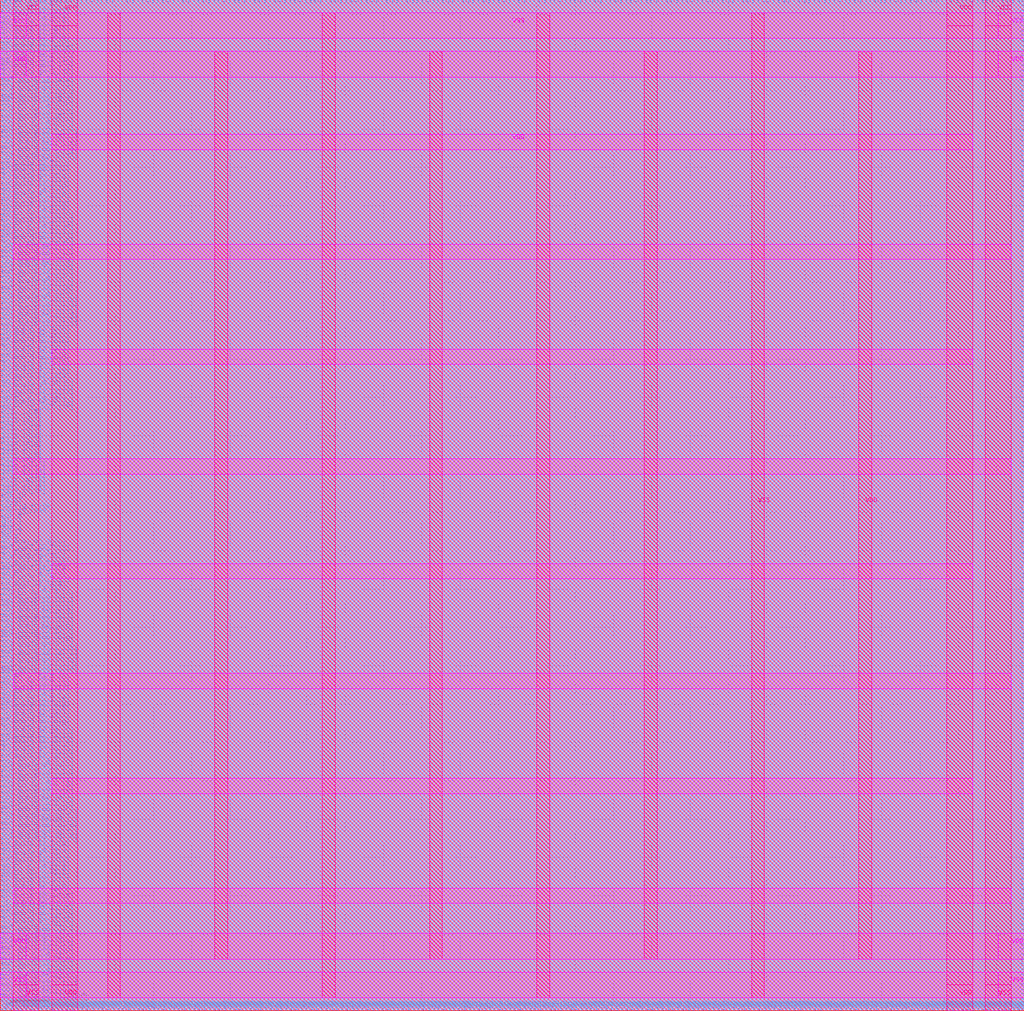
<source format=lef>
###############################################################
#  Generated by:      Cadence Innovus 20.13-s083_1
#  OS:                Linux x86_64(Host ID r6cad-tsmc40r.stanford.edu)
#  Generated on:      Thu May 20 17:18:38 2021
#  Design:            pe_tile_new_unq1
#  Command:           write_lef_abstract -specifyTopLayer 5 -PGPinLayers {6 7} -noCutObs -stripePin results/pe_tile_new_unq1.lef
###############################################################

VERSION 5.8 ;

BUSBITCHARS "[]" ;
DIVIDERCHAR "/" ;

MACRO pe_tile_new_unq1
  CLASS BLOCK ;
  SIZE 133.560000 BY 131.880000 ;
  FOREIGN pe_tile_new_unq1 0.000000 0.000000 ;
  ORIGIN 0 0 ;
  SYMMETRY X Y R90 ;
  PIN clk_in
    DIRECTION INPUT ;
    USE SIGNAL ;
    ANTENNAPARTIALMETALAREA 1.22745 LAYER M4  ;
    ANTENNAPARTIALMETALSIDEAREA 4.949 LAYER M4  ;
    ANTENNAMODEL OXIDE1 ;
    ANTENNAGATEAREA 0.4088 LAYER M4  ;
    ANTENNAMAXAREACAR 4.59944 LAYER M4  ;
    ANTENNAMAXSIDEAREACAR 17.2106 LAYER M4  ;
    ANTENNAMAXCUTCAR 0.159091 LAYER VIA4  ;
    PORT
      LAYER M4 ;
        RECT 0.000000 66.465000 0.390000 66.535000 ;
    END
  END clk_in
  PIN config_addr[31]
    DIRECTION INPUT ;
    USE SIGNAL ;
    ANTENNAPARTIALMETALAREA 0.3038 LAYER M4  ;
    ANTENNAPARTIALMETALSIDEAREA 1.2012 LAYER M4  ;
    ANTENNAMODEL OXIDE1 ;
    ANTENNAGATEAREA 0.048 LAYER M4  ;
    ANTENNAMAXAREACAR 94.5948 LAYER M4  ;
    ANTENNAMAXSIDEAREACAR 372.331 LAYER M4  ;
    ANTENNAPARTIALCUTAREA 0.0098 LAYER VIA4  ;
    ANTENNAMAXCUTCAR 2.65417 LAYER VIA4  ;
    ANTENNAPARTIALMETALAREA 3.2515 LAYER M5  ;
    ANTENNAPARTIALMETALSIDEAREA 12.8296 LAYER M5  ;
    ANTENNAGATEAREA 0.224 LAYER M5  ;
    ANTENNAMAXAREACAR 109.11 LAYER M5  ;
    ANTENNAMAXSIDEAREACAR 429.606 LAYER M5  ;
    ANTENNAMAXCUTCAR 2.65417 LAYER VIA5  ;
    PORT
      LAYER M4 ;
        RECT 133.170000 59.045000 133.560000 59.115000 ;
    END
  END config_addr[31]
  PIN config_addr[30]
    DIRECTION INPUT ;
    USE SIGNAL ;
    ANTENNAPARTIALMETALAREA 0.2856 LAYER M4  ;
    ANTENNAPARTIALMETALSIDEAREA 1.162 LAYER M4  ;
    ANTENNAMODEL OXIDE1 ;
    ANTENNAGATEAREA 0.048 LAYER M4  ;
    ANTENNAMAXAREACAR 96.8844 LAYER M4  ;
    ANTENNAMAXSIDEAREACAR 384.552 LAYER M4  ;
    ANTENNAPARTIALCUTAREA 0.0098 LAYER VIA4  ;
    ANTENNAMAXCUTCAR 2.65417 LAYER VIA4  ;
    ANTENNAPARTIALMETALAREA 2.0706 LAYER M5  ;
    ANTENNAPARTIALMETALSIDEAREA 8.1872 LAYER M5  ;
    ANTENNAGATEAREA 0.224 LAYER M5  ;
    ANTENNAMAXAREACAR 106.128 LAYER M5  ;
    ANTENNAMAXSIDEAREACAR 421.102 LAYER M5  ;
    ANTENNAMAXCUTCAR 2.65417 LAYER VIA5  ;
    PORT
      LAYER M4 ;
        RECT 133.170000 59.745000 133.560000 59.815000 ;
    END
  END config_addr[30]
  PIN config_addr[29]
    DIRECTION INPUT ;
    USE SIGNAL ;
    ANTENNAPARTIALMETALAREA 0.3738 LAYER M4  ;
    ANTENNAPARTIALMETALSIDEAREA 1.5148 LAYER M4  ;
    ANTENNAMODEL OXIDE1 ;
    ANTENNAGATEAREA 0.048 LAYER M4  ;
    ANTENNAMAXAREACAR 99.6687 LAYER M4  ;
    ANTENNAMAXSIDEAREACAR 392.558 LAYER M4  ;
    ANTENNAPARTIALCUTAREA 0.0098 LAYER VIA4  ;
    ANTENNAMAXCUTCAR 2.34792 LAYER VIA4  ;
    ANTENNAPARTIALMETALAREA 2.2981 LAYER M5  ;
    ANTENNAPARTIALMETALSIDEAREA 9.1112 LAYER M5  ;
    ANTENNAGATEAREA 0.224 LAYER M5  ;
    ANTENNAMAXAREACAR 109.928 LAYER M5  ;
    ANTENNAMAXSIDEAREACAR 433.233 LAYER M5  ;
    ANTENNAMAXCUTCAR 2.34792 LAYER VIA5  ;
    PORT
      LAYER M4 ;
        RECT 133.170000 60.445000 133.560000 60.515000 ;
    END
  END config_addr[29]
  PIN config_addr[28]
    DIRECTION INPUT ;
    USE SIGNAL ;
    ANTENNAPARTIALMETALAREA 0.02345 LAYER M4  ;
    ANTENNAPARTIALMETALSIDEAREA 0.0938 LAYER M4  ;
    ANTENNAPARTIALCUTAREA 0.0098 LAYER VIA4  ;
    ANTENNAPARTIALMETALAREA 4.88775 LAYER M5  ;
    ANTENNAPARTIALMETALSIDEAREA 19.4278 LAYER M5  ;
    ANTENNAMODEL OXIDE1 ;
    ANTENNAGATEAREA 0.362 LAYER M5  ;
    ANTENNAMAXAREACAR 44.5837 LAYER M5  ;
    ANTENNAMAXSIDEAREACAR 177.051 LAYER M5  ;
    ANTENNAMAXCUTCAR 2.17543 LAYER VIA5  ;
    PORT
      LAYER M4 ;
        RECT 133.170000 61.005000 133.560000 61.075000 ;
    END
  END config_addr[28]
  PIN config_addr[27]
    DIRECTION INPUT ;
    USE SIGNAL ;
    ANTENNAPARTIALMETALAREA 0.098 LAYER M4  ;
    ANTENNAPARTIALMETALSIDEAREA 0.378 LAYER M4  ;
    ANTENNAMODEL OXIDE1 ;
    ANTENNAGATEAREA 0.122 LAYER M4  ;
    ANTENNAMAXAREACAR 42.6207 LAYER M4  ;
    ANTENNAMAXSIDEAREACAR 167.904 LAYER M4  ;
    ANTENNAPARTIALCUTAREA 0.0098 LAYER VIA4  ;
    ANTENNAMAXCUTCAR 1.46598 LAYER VIA4  ;
    ANTENNAPARTIALMETALAREA 2.53155 LAYER M5  ;
    ANTENNAPARTIALMETALSIDEAREA 10.0646 LAYER M5  ;
    ANTENNAGATEAREA 0.346 LAYER M5  ;
    ANTENNAMAXAREACAR 49.9374 LAYER M5  ;
    ANTENNAMAXSIDEAREACAR 196.992 LAYER M5  ;
    ANTENNAMAXCUTCAR 3.26667 LAYER VIA5  ;
    PORT
      LAYER M4 ;
        RECT 133.170000 61.705000 133.560000 61.775000 ;
    END
  END config_addr[27]
  PIN config_addr[26]
    DIRECTION INPUT ;
    USE SIGNAL ;
    ANTENNAPARTIALMETALAREA 0.91315 LAYER M4  ;
    ANTENNAPARTIALMETALSIDEAREA 3.5434 LAYER M4  ;
    ANTENNAMODEL OXIDE1 ;
    ANTENNAGATEAREA 0.276 LAYER M4  ;
    ANTENNAMAXAREACAR 51.3102 LAYER M4  ;
    ANTENNAMAXSIDEAREACAR 204.198 LAYER M4  ;
    ANTENNAPARTIALCUTAREA 0.0098 LAYER VIA4  ;
    ANTENNAMAXCUTCAR 2.57542 LAYER VIA4  ;
    ANTENNAPARTIALMETALAREA 0.2422 LAYER M5  ;
    ANTENNAPARTIALMETALSIDEAREA 0.9884 LAYER M5  ;
    ANTENNAGATEAREA 0.35 LAYER M5  ;
    ANTENNAMAXAREACAR 52.0022 LAYER M5  ;
    ANTENNAMAXSIDEAREACAR 207.022 LAYER M5  ;
    ANTENNAMAXCUTCAR 2.57542 LAYER VIA5  ;
    PORT
      LAYER M4 ;
        RECT 133.170000 62.405000 133.560000 62.475000 ;
    END
  END config_addr[26]
  PIN config_addr[25]
    DIRECTION INPUT ;
    USE SIGNAL ;
    ANTENNAPARTIALMETALAREA 0.8519 LAYER M4  ;
    ANTENNAPARTIALMETALSIDEAREA 3.4132 LAYER M4  ;
    ANTENNAMODEL OXIDE1 ;
    ANTENNAGATEAREA 0.032 LAYER M4  ;
    ANTENNAMAXAREACAR 95.8781 LAYER M4  ;
    ANTENNAMAXSIDEAREACAR 378.062 LAYER M4  ;
    ANTENNAPARTIALCUTAREA 0.0098 LAYER VIA4  ;
    ANTENNAMAXCUTCAR 3.36875 LAYER VIA4  ;
    ANTENNAPARTIALMETALAREA 2.0433 LAYER M5  ;
    ANTENNAPARTIALMETALSIDEAREA 8.092 LAYER M5  ;
    ANTENNAGATEAREA 0.366 LAYER M5  ;
    ANTENNAMAXAREACAR 101.461 LAYER M5  ;
    ANTENNAMAXSIDEAREACAR 400.172 LAYER M5  ;
    ANTENNAMAXCUTCAR 3.36875 LAYER VIA5  ;
    PORT
      LAYER M4 ;
        RECT 133.170000 62.965000 133.560000 63.035000 ;
    END
  END config_addr[25]
  PIN config_addr[24]
    DIRECTION INPUT ;
    USE SIGNAL ;
    ANTENNAPARTIALMETALAREA 0.0497 LAYER M4  ;
    ANTENNAPARTIALMETALSIDEAREA 0.1652 LAYER M4  ;
    ANTENNAPARTIALCUTAREA 0.0098 LAYER VIA4  ;
    ANTENNAPARTIALMETALAREA 1.22745 LAYER M5  ;
    ANTENNAPARTIALMETALSIDEAREA 4.8678 LAYER M5  ;
    ANTENNAMODEL OXIDE1 ;
    ANTENNAGATEAREA 0.564 LAYER M5  ;
    ANTENNAMAXAREACAR 40.6947 LAYER M5  ;
    ANTENNAMAXSIDEAREACAR 162.927 LAYER M5  ;
    ANTENNAMAXCUTCAR 1.69458 LAYER VIA5  ;
    PORT
      LAYER M4 ;
        RECT 133.170000 63.665000 133.560000 63.735000 ;
    END
  END config_addr[24]
  PIN config_addr[23]
    DIRECTION INPUT ;
    USE SIGNAL ;
    ANTENNAPARTIALMETALAREA 0.0217 LAYER M4  ;
    ANTENNAPARTIALMETALSIDEAREA 0.0868 LAYER M4  ;
    ANTENNAMODEL OXIDE1 ;
    ANTENNAGATEAREA 0.016 LAYER M4  ;
    ANTENNAMAXAREACAR 71.0062 LAYER M4  ;
    ANTENNAMAXSIDEAREACAR 282.778 LAYER M4  ;
    ANTENNAMAXCUTCAR 1.8375 LAYER VIA4  ;
    PORT
      LAYER M4 ;
        RECT 133.170000 64.365000 133.560000 64.435000 ;
    END
  END config_addr[23]
  PIN config_addr[22]
    DIRECTION INPUT ;
    USE SIGNAL ;
    ANTENNAPARTIALMETALAREA 0.0217 LAYER M4  ;
    ANTENNAPARTIALMETALSIDEAREA 0.0868 LAYER M4  ;
    ANTENNAMODEL OXIDE1 ;
    ANTENNAGATEAREA 0.016 LAYER M4  ;
    ANTENNAMAXAREACAR 66.1719 LAYER M4  ;
    ANTENNAMAXSIDEAREACAR 263.441 LAYER M4  ;
    ANTENNAMAXCUTCAR 1.8375 LAYER VIA4  ;
    PORT
      LAYER M4 ;
        RECT 133.170000 64.925000 133.560000 64.995000 ;
    END
  END config_addr[22]
  PIN config_addr[21]
    DIRECTION INPUT ;
    USE SIGNAL ;
    ANTENNAPARTIALMETALAREA 0.0217 LAYER M4  ;
    ANTENNAPARTIALMETALSIDEAREA 0.0868 LAYER M4  ;
    ANTENNAMODEL OXIDE1 ;
    ANTENNAGATEAREA 0.016 LAYER M4  ;
    ANTENNAMAXAREACAR 66.0625 LAYER M4  ;
    ANTENNAMAXSIDEAREACAR 260.594 LAYER M4  ;
    ANTENNAMAXCUTCAR 1.8375 LAYER VIA4  ;
    PORT
      LAYER M4 ;
        RECT 133.170000 65.625000 133.560000 65.695000 ;
    END
  END config_addr[21]
  PIN config_addr[20]
    DIRECTION INPUT ;
    USE SIGNAL ;
    ANTENNAPARTIALMETALAREA 0.0315 LAYER M4  ;
    ANTENNAPARTIALMETALSIDEAREA 0.126 LAYER M4  ;
    ANTENNAMODEL OXIDE1 ;
    ANTENNAGATEAREA 0.016 LAYER M4  ;
    ANTENNAMAXAREACAR 70.8313 LAYER M4  ;
    ANTENNAMAXSIDEAREACAR 276.856 LAYER M4  ;
    ANTENNAMAXCUTCAR 1.8375 LAYER VIA4  ;
    PORT
      LAYER M4 ;
        RECT 133.170000 66.325000 133.560000 66.395000 ;
    END
  END config_addr[20]
  PIN config_addr[19]
    DIRECTION INPUT ;
    USE SIGNAL ;
    ANTENNAPARTIALMETALAREA 0.0315 LAYER M4  ;
    ANTENNAPARTIALMETALSIDEAREA 0.126 LAYER M4  ;
    ANTENNAPARTIALCUTAREA 0.0098 LAYER VIA4  ;
    ANTENNAPARTIALMETALAREA 3.5609 LAYER M5  ;
    ANTENNAPARTIALMETALSIDEAREA 14.2156 LAYER M5  ;
    ANTENNAMODEL OXIDE1 ;
    ANTENNAGATEAREA 0.058 LAYER M5  ;
    ANTENNAMAXAREACAR 80.973 LAYER M5  ;
    ANTENNAMAXSIDEAREACAR 320.322 LAYER M5  ;
    ANTENNAMAXCUTCAR 1.8375 LAYER VIA5  ;
    PORT
      LAYER M4 ;
        RECT 133.170000 67.025000 133.560000 67.095000 ;
    END
  END config_addr[19]
  PIN config_addr[18]
    DIRECTION INPUT ;
    USE SIGNAL ;
    ANTENNAPARTIALMETALAREA 0.0217 LAYER M4  ;
    ANTENNAPARTIALMETALSIDEAREA 0.0868 LAYER M4  ;
    ANTENNAPARTIALCUTAREA 0.0098 LAYER VIA4  ;
    ANTENNAPARTIALMETALAREA 3.3775 LAYER M5  ;
    ANTENNAPARTIALMETALSIDEAREA 13.4624 LAYER M5  ;
    ANTENNAMODEL OXIDE1 ;
    ANTENNAGATEAREA 0.154 LAYER M5  ;
    ANTENNAMAXAREACAR 33.5406 LAYER M5  ;
    ANTENNAMAXSIDEAREACAR 133.427 LAYER M5  ;
    ANTENNAMAXCUTCAR 1.59489 LAYER VIA5  ;
    PORT
      LAYER M4 ;
        RECT 133.170000 67.585000 133.560000 67.655000 ;
    END
  END config_addr[18]
  PIN config_addr[17]
    DIRECTION INPUT ;
    USE SIGNAL ;
    ANTENNAPARTIALMETALAREA 0.0497 LAYER M4  ;
    ANTENNAPARTIALMETALSIDEAREA 0.1652 LAYER M4  ;
    ANTENNAPARTIALCUTAREA 0.0098 LAYER VIA4  ;
    ANTENNAPARTIALMETALAREA 3.32955 LAYER M5  ;
    ANTENNAPARTIALMETALSIDEAREA 13.195 LAYER M5  ;
    ANTENNAMODEL OXIDE1 ;
    ANTENNAGATEAREA 0.074 LAYER M5  ;
    ANTENNAMAXAREACAR 70.439 LAYER M5  ;
    ANTENNAMAXSIDEAREACAR 276.382 LAYER M5  ;
    ANTENNAMAXCUTCAR 2.14375 LAYER VIA5  ;
    PORT
      LAYER M4 ;
        RECT 133.170000 68.285000 133.560000 68.355000 ;
    END
  END config_addr[17]
  PIN config_addr[16]
    DIRECTION INPUT ;
    USE SIGNAL ;
    ANTENNAPARTIALMETALAREA 0.0217 LAYER M4  ;
    ANTENNAPARTIALMETALSIDEAREA 0.0868 LAYER M4  ;
    ANTENNAPARTIALCUTAREA 0.0098 LAYER VIA4  ;
    ANTENNAPARTIALMETALAREA 3.2991 LAYER M5  ;
    ANTENNAPARTIALMETALSIDEAREA 13.1488 LAYER M5  ;
    ANTENNAMODEL OXIDE1 ;
    ANTENNAGATEAREA 0.128 LAYER M5  ;
    ANTENNAMAXAREACAR 46.0828 LAYER M5  ;
    ANTENNAMAXSIDEAREACAR 180.265 LAYER M5  ;
    ANTENNAMAXCUTCAR 1.60781 LAYER VIA5  ;
    PORT
      LAYER M4 ;
        RECT 133.170000 68.985000 133.560000 69.055000 ;
    END
  END config_addr[16]
  PIN config_addr[15]
    DIRECTION INPUT ;
    USE SIGNAL ;
    ANTENNAPARTIALMETALAREA 0.0217 LAYER M4  ;
    ANTENNAPARTIALMETALSIDEAREA 0.0868 LAYER M4  ;
    ANTENNAMODEL OXIDE1 ;
    ANTENNAGATEAREA 0.016 LAYER M4  ;
    ANTENNAMAXAREACAR 67.9875 LAYER M4  ;
    ANTENNAMAXSIDEAREACAR 262.628 LAYER M4  ;
    ANTENNAMAXCUTCAR 1.8375 LAYER VIA4  ;
    PORT
      LAYER M4 ;
        RECT 133.170000 69.545000 133.560000 69.615000 ;
    END
  END config_addr[15]
  PIN config_addr[14]
    DIRECTION INPUT ;
    USE SIGNAL ;
    ANTENNAPARTIALMETALAREA 0.0315 LAYER M4  ;
    ANTENNAPARTIALMETALSIDEAREA 0.126 LAYER M4  ;
    ANTENNAMODEL OXIDE1 ;
    ANTENNAGATEAREA 0.016 LAYER M4  ;
    ANTENNAMAXAREACAR 72.8875 LAYER M4  ;
    ANTENNAMAXSIDEAREACAR 282.228 LAYER M4  ;
    ANTENNAMAXCUTCAR 1.8375 LAYER VIA4  ;
    PORT
      LAYER M4 ;
        RECT 133.170000 70.245000 133.560000 70.315000 ;
    END
  END config_addr[14]
  PIN config_addr[13]
    DIRECTION INPUT ;
    USE SIGNAL ;
    ANTENNAPARTIALMETALAREA 0.2471 LAYER M4  ;
    ANTENNAPARTIALMETALSIDEAREA 0.9884 LAYER M4  ;
    ANTENNAMODEL OXIDE1 ;
    ANTENNAGATEAREA 0.016 LAYER M4  ;
    ANTENNAMAXAREACAR 85.3562 LAYER M4  ;
    ANTENNAMAXSIDEAREACAR 335.078 LAYER M4  ;
    ANTENNAMAXCUTCAR 1.8375 LAYER VIA4  ;
    PORT
      LAYER M4 ;
        RECT 133.170000 70.945000 133.560000 71.015000 ;
    END
  END config_addr[13]
  PIN config_addr[12]
    DIRECTION INPUT ;
    USE SIGNAL ;
    ANTENNAPARTIALMETALAREA 0.2373 LAYER M4  ;
    ANTENNAPARTIALMETALSIDEAREA 0.9492 LAYER M4  ;
    ANTENNAMODEL OXIDE1 ;
    ANTENNAGATEAREA 0.016 LAYER M4  ;
    ANTENNAMAXAREACAR 79.3187 LAYER M4  ;
    ANTENNAMAXSIDEAREACAR 310.928 LAYER M4  ;
    ANTENNAMAXCUTCAR 1.8375 LAYER VIA4  ;
    PORT
      LAYER M4 ;
        RECT 133.170000 71.505000 133.560000 71.575000 ;
    END
  END config_addr[12]
  PIN config_addr[11]
    DIRECTION INPUT ;
    USE SIGNAL ;
    ANTENNAPARTIALMETALAREA 0.0217 LAYER M4  ;
    ANTENNAPARTIALMETALSIDEAREA 0.0868 LAYER M4  ;
    ANTENNAMODEL OXIDE1 ;
    ANTENNAGATEAREA 0.016 LAYER M4  ;
    ANTENNAMAXAREACAR 79.9313 LAYER M4  ;
    ANTENNAMAXSIDEAREACAR 313.378 LAYER M4  ;
    ANTENNAMAXCUTCAR 1.8375 LAYER VIA4  ;
    PORT
      LAYER M4 ;
        RECT 133.170000 72.205000 133.560000 72.275000 ;
    END
  END config_addr[11]
  PIN config_addr[10]
    DIRECTION INPUT ;
    USE SIGNAL ;
    ANTENNAPARTIALMETALAREA 0.0217 LAYER M4  ;
    ANTENNAPARTIALMETALSIDEAREA 0.0868 LAYER M4  ;
    ANTENNAMODEL OXIDE1 ;
    ANTENNAGATEAREA 0.016 LAYER M4  ;
    ANTENNAMAXAREACAR 73.1937 LAYER M4  ;
    ANTENNAMAXSIDEAREACAR 286.428 LAYER M4  ;
    ANTENNAMAXCUTCAR 1.8375 LAYER VIA4  ;
    PORT
      LAYER M4 ;
        RECT 133.170000 72.905000 133.560000 72.975000 ;
    END
  END config_addr[10]
  PIN config_addr[9]
    DIRECTION INPUT ;
    USE SIGNAL ;
    ANTENNAPARTIALMETALAREA 0.25585 LAYER M4  ;
    ANTENNAPARTIALMETALSIDEAREA 1.0234 LAYER M4  ;
    ANTENNAMODEL OXIDE1 ;
    ANTENNAGATEAREA 0.016 LAYER M4  ;
    ANTENNAMAXAREACAR 81.0906 LAYER M4  ;
    ANTENNAMAXSIDEAREACAR 318.016 LAYER M4  ;
    ANTENNAMAXCUTCAR 1.8375 LAYER VIA4  ;
    PORT
      LAYER M4 ;
        RECT 133.170000 73.465000 133.560000 73.535000 ;
    END
  END config_addr[9]
  PIN config_addr[8]
    DIRECTION INPUT ;
    USE SIGNAL ;
    ANTENNAPARTIALMETALAREA 0.0217 LAYER M4  ;
    ANTENNAPARTIALMETALSIDEAREA 0.0868 LAYER M4  ;
    ANTENNAMODEL OXIDE1 ;
    ANTENNAGATEAREA 0.016 LAYER M4  ;
    ANTENNAMAXAREACAR 75.6438 LAYER M4  ;
    ANTENNAMAXSIDEAREACAR 296.228 LAYER M4  ;
    ANTENNAMAXCUTCAR 1.8375 LAYER VIA4  ;
    PORT
      LAYER M4 ;
        RECT 133.170000 74.165000 133.560000 74.235000 ;
    END
  END config_addr[8]
  PIN config_addr[7]
    DIRECTION INPUT ;
    USE SIGNAL ;
    ANTENNAPARTIALMETALAREA 0.0315 LAYER M4  ;
    ANTENNAPARTIALMETALSIDEAREA 0.126 LAYER M4  ;
    ANTENNAMODEL OXIDE1 ;
    ANTENNAGATEAREA 0.016 LAYER M4  ;
    ANTENNAMAXAREACAR 79.8438 LAYER M4  ;
    ANTENNAMAXSIDEAREACAR 313.028 LAYER M4  ;
    ANTENNAMAXCUTCAR 1.8375 LAYER VIA4  ;
    PORT
      LAYER M4 ;
        RECT 133.170000 74.865000 133.560000 74.935000 ;
    END
  END config_addr[7]
  PIN config_addr[6]
    DIRECTION INPUT ;
    USE SIGNAL ;
    ANTENNAPARTIALMETALAREA 0.15855 LAYER M4  ;
    ANTENNAPARTIALMETALSIDEAREA 0.6342 LAYER M4  ;
    ANTENNAMODEL OXIDE1 ;
    ANTENNAGATEAREA 0.032 LAYER M4  ;
    ANTENNAMAXAREACAR 42.9297 LAYER M4  ;
    ANTENNAMAXSIDEAREACAR 169.069 LAYER M4  ;
    ANTENNAMAXCUTCAR 1.8375 LAYER VIA4  ;
    PORT
      LAYER M4 ;
        RECT 133.170000 75.425000 133.560000 75.495000 ;
    END
  END config_addr[6]
  PIN config_addr[5]
    DIRECTION INPUT ;
    USE SIGNAL ;
    ANTENNAPARTIALMETALAREA 0.0217 LAYER M4  ;
    ANTENNAPARTIALMETALSIDEAREA 0.0868 LAYER M4  ;
    ANTENNAMODEL OXIDE1 ;
    ANTENNAGATEAREA 0.016 LAYER M4  ;
    ANTENNAMAXAREACAR 73.8063 LAYER M4  ;
    ANTENNAMAXSIDEAREACAR 288.878 LAYER M4  ;
    ANTENNAMAXCUTCAR 1.8375 LAYER VIA4  ;
    PORT
      LAYER M4 ;
        RECT 133.170000 76.125000 133.560000 76.195000 ;
    END
  END config_addr[5]
  PIN config_addr[4]
    DIRECTION INPUT ;
    USE SIGNAL ;
    ANTENNAPARTIALMETALAREA 0.0497 LAYER M4  ;
    ANTENNAPARTIALMETALSIDEAREA 0.1652 LAYER M4  ;
    ANTENNAPARTIALCUTAREA 0.0098 LAYER VIA4  ;
    ANTENNAPARTIALMETALAREA 0.8407 LAYER M5  ;
    ANTENNAPARTIALMETALSIDEAREA 3.3488 LAYER M5  ;
    ANTENNAMODEL OXIDE1 ;
    ANTENNAGATEAREA 0.016 LAYER M5  ;
    ANTENNAMAXAREACAR 93.7125 LAYER M5  ;
    ANTENNAMAXSIDEAREACAR 368.853 LAYER M5  ;
    ANTENNAMAXCUTCAR 2.45 LAYER VIA5  ;
    PORT
      LAYER M4 ;
        RECT 133.170000 76.825000 133.560000 76.895000 ;
    END
  END config_addr[4]
  PIN config_addr[3]
    DIRECTION INPUT ;
    USE SIGNAL ;
    ANTENNAPARTIALMETALAREA 0.0217 LAYER M4  ;
    ANTENNAPARTIALMETALSIDEAREA 0.0868 LAYER M4  ;
    ANTENNAPARTIALCUTAREA 0.0098 LAYER VIA4  ;
    ANTENNAPARTIALMETALAREA 0.8883 LAYER M5  ;
    ANTENNAPARTIALMETALSIDEAREA 3.5056 LAYER M5  ;
    ANTENNAMODEL OXIDE1 ;
    ANTENNAGATEAREA 0.032 LAYER M5  ;
    ANTENNAMAXAREACAR 40.3234 LAYER M5  ;
    ANTENNAMAXSIDEAREACAR 159.302 LAYER M5  ;
    ANTENNAMAXCUTCAR 1.225 LAYER VIA5  ;
    PORT
      LAYER M4 ;
        RECT 133.170000 77.385000 133.560000 77.455000 ;
    END
  END config_addr[3]
  PIN config_addr[2]
    DIRECTION INPUT ;
    USE SIGNAL ;
    ANTENNAPARTIALMETALAREA 0.0315 LAYER M4  ;
    ANTENNAPARTIALMETALSIDEAREA 0.126 LAYER M4  ;
    ANTENNAMODEL OXIDE1 ;
    ANTENNAGATEAREA 0.032 LAYER M4  ;
    ANTENNAMAXAREACAR 47.775 LAYER M4  ;
    ANTENNAMAXSIDEAREACAR 187.147 LAYER M4  ;
    ANTENNAMAXCUTCAR 2.14375 LAYER VIA4  ;
    PORT
      LAYER M4 ;
        RECT 133.170000 78.085000 133.560000 78.155000 ;
    END
  END config_addr[2]
  PIN config_addr[1]
    DIRECTION INPUT ;
    USE SIGNAL ;
    ANTENNAPARTIALMETALAREA 0.25515 LAYER M4  ;
    ANTENNAPARTIALMETALSIDEAREA 0.987 LAYER M4  ;
    ANTENNAMODEL OXIDE1 ;
    ANTENNAGATEAREA 0.016 LAYER M4  ;
    ANTENNAMAXAREACAR 91.5469 LAYER M4  ;
    ANTENNAMAXSIDEAREACAR 359.841 LAYER M4  ;
    ANTENNAMAXCUTCAR 1.8375 LAYER VIA4  ;
    PORT
      LAYER M4 ;
        RECT 133.170000 78.785000 133.560000 78.855000 ;
    END
  END config_addr[1]
  PIN config_addr[0]
    DIRECTION INPUT ;
    USE SIGNAL ;
    ANTENNAPARTIALMETALAREA 0.0217 LAYER M4  ;
    ANTENNAPARTIALMETALSIDEAREA 0.0868 LAYER M4  ;
    ANTENNAMODEL OXIDE1 ;
    ANTENNAGATEAREA 0.032 LAYER M4  ;
    ANTENNAMAXAREACAR 34.7016 LAYER M4  ;
    ANTENNAMAXSIDEAREACAR 137.689 LAYER M4  ;
    ANTENNAMAXCUTCAR 0.91875 LAYER VIA4  ;
    PORT
      LAYER M4 ;
        RECT 133.170000 79.345000 133.560000 79.415000 ;
    END
  END config_addr[0]
  PIN config_data[31]
    DIRECTION INPUT ;
    USE SIGNAL ;
    ANTENNAPARTIALMETALAREA 0.04585 LAYER M4  ;
    ANTENNAPARTIALMETALSIDEAREA 0.1834 LAYER M4  ;
    ANTENNAPARTIALCUTAREA 0.0098 LAYER VIA4  ;
    ANTENNAPARTIALMETALAREA 0.6475 LAYER M5  ;
    ANTENNAPARTIALMETALSIDEAREA 2.4808 LAYER M5  ;
    ANTENNAMODEL OXIDE1 ;
    ANTENNAGATEAREA 0.3004 LAYER M5  ;
    ANTENNAMAXAREACAR 94.2975 LAYER M5  ;
    ANTENNAMAXSIDEAREACAR 373.832 LAYER M5  ;
    ANTENNAMAXCUTCAR 3.0625 LAYER VIA5  ;
    PORT
      LAYER M4 ;
        RECT 73.675000 131.490000 73.745000 131.880000 ;
    END
  END config_data[31]
  PIN config_data[30]
    DIRECTION INPUT ;
    USE SIGNAL ;
    ANTENNAPARTIALMETALAREA 7.43295 LAYER M4  ;
    ANTENNAPARTIALMETALSIDEAREA 29.7906 LAYER M4  ;
    ANTENNAMODEL OXIDE1 ;
    ANTENNAGATEAREA 0.276 LAYER M4  ;
    ANTENNAMAXAREACAR 87.6461 LAYER M4  ;
    ANTENNAMAXSIDEAREACAR 347.116 LAYER M4  ;
    ANTENNAPARTIALCUTAREA 0.0098 LAYER VIA4  ;
    ANTENNAMAXCUTCAR 2.35816 LAYER VIA4  ;
    ANTENNAPARTIALMETALAREA 0.8603 LAYER M5  ;
    ANTENNAPARTIALMETALSIDEAREA 3.4272 LAYER M5  ;
    ANTENNAGATEAREA 0.3004 LAYER M5  ;
    ANTENNAMAXAREACAR 90.5099 LAYER M5  ;
    ANTENNAMAXSIDEAREACAR 358.525 LAYER M5  ;
    ANTENNAMAXCUTCAR 2.35816 LAYER VIA5  ;
    PORT
      LAYER M4 ;
        RECT 72.975000 131.490000 73.045000 131.880000 ;
    END
  END config_data[30]
  PIN config_data[29]
    DIRECTION INPUT ;
    USE SIGNAL ;
    ANTENNAPARTIALMETALAREA 1.98625 LAYER M4  ;
    ANTENNAPARTIALMETALSIDEAREA 7.945 LAYER M4  ;
    ANTENNAPARTIALCUTAREA 0.0098 LAYER VIA4  ;
    ANTENNAPARTIALMETALAREA 1.2684 LAYER M5  ;
    ANTENNAPARTIALMETALSIDEAREA 5.012 LAYER M5  ;
    ANTENNAMODEL OXIDE1 ;
    ANTENNAGATEAREA 0.3004 LAYER M5  ;
    ANTENNAMAXAREACAR 82.4401 LAYER M5  ;
    ANTENNAMAXSIDEAREACAR 327.17 LAYER M5  ;
    ANTENNAMAXCUTCAR 1.73135 LAYER VIA5  ;
    PORT
      LAYER M4 ;
        RECT 72.275000 131.490000 72.345000 131.880000 ;
    END
  END config_data[29]
  PIN config_data[28]
    DIRECTION INPUT ;
    USE SIGNAL ;
    ANTENNAPARTIALMETALAREA 0.05565 LAYER M4  ;
    ANTENNAPARTIALMETALSIDEAREA 0.2226 LAYER M4  ;
    ANTENNAPARTIALCUTAREA 0.0098 LAYER VIA4  ;
    ANTENNAPARTIALMETALAREA 3.5763 LAYER M5  ;
    ANTENNAPARTIALMETALSIDEAREA 14.1624 LAYER M5  ;
    ANTENNAMODEL OXIDE1 ;
    ANTENNAGATEAREA 0.3004 LAYER M5  ;
    ANTENNAMAXAREACAR 108.086 LAYER M5  ;
    ANTENNAMAXSIDEAREACAR 431.565 LAYER M5  ;
    ANTENNAMAXCUTCAR 2.44244 LAYER VIA5  ;
    PORT
      LAYER M4 ;
        RECT 71.715000 131.490000 71.785000 131.880000 ;
    END
  END config_data[28]
  PIN config_data[27]
    DIRECTION INPUT ;
    USE SIGNAL ;
    ANTENNAPARTIALMETALAREA 0.08505 LAYER M4  ;
    ANTENNAPARTIALMETALSIDEAREA 0.3402 LAYER M4  ;
    ANTENNAPARTIALCUTAREA 0.0098 LAYER VIA4  ;
    ANTENNAPARTIALMETALAREA 4.1517 LAYER M5  ;
    ANTENNAPARTIALMETALSIDEAREA 16.3968 LAYER M5  ;
    ANTENNAMODEL OXIDE1 ;
    ANTENNAGATEAREA 0.3004 LAYER M5  ;
    ANTENNAMAXAREACAR 136.146 LAYER M5  ;
    ANTENNAMAXSIDEAREACAR 543.357 LAYER M5  ;
    ANTENNAMAXCUTCAR 1.94737 LAYER VIA5  ;
    PORT
      LAYER M4 ;
        RECT 71.015000 131.490000 71.085000 131.880000 ;
    END
  END config_data[27]
  PIN config_data[26]
    DIRECTION INPUT ;
    USE SIGNAL ;
    ANTENNAPARTIALMETALAREA 5.3942 LAYER M4  ;
    ANTENNAPARTIALMETALSIDEAREA 21.616 LAYER M4  ;
    ANTENNAMODEL OXIDE1 ;
    ANTENNAGATEAREA 0.0892 LAYER M4  ;
    ANTENNAMAXAREACAR 118.912 LAYER M4  ;
    ANTENNAMAXSIDEAREACAR 473.033 LAYER M4  ;
    ANTENNAPARTIALCUTAREA 0.0098 LAYER VIA4  ;
    ANTENNAMAXCUTCAR 1.63733 LAYER VIA4  ;
    ANTENNAPARTIALMETALAREA 2.7468 LAYER M5  ;
    ANTENNAPARTIALMETALSIDEAREA 10.892 LAYER M5  ;
    ANTENNAGATEAREA 0.3004 LAYER M5  ;
    ANTENNAMAXAREACAR 128.056 LAYER M5  ;
    ANTENNAMAXSIDEAREACAR 509.291 LAYER M5  ;
    ANTENNAMAXCUTCAR 1.63733 LAYER VIA5  ;
    PORT
      LAYER M4 ;
        RECT 70.315000 131.490000 70.385000 131.880000 ;
    END
  END config_data[26]
  PIN config_data[25]
    DIRECTION INPUT ;
    USE SIGNAL ;
    ANTENNAPARTIALMETALAREA 4.73935 LAYER M4  ;
    ANTENNAPARTIALMETALSIDEAREA 18.977 LAYER M4  ;
    ANTENNAMODEL OXIDE1 ;
    ANTENNAGATEAREA 0.0648 LAYER M4  ;
    ANTENNAMAXAREACAR 168.988 LAYER M4  ;
    ANTENNAMAXSIDEAREACAR 674.825 LAYER M4  ;
    ANTENNAPARTIALCUTAREA 0.0196 LAYER VIA4  ;
    ANTENNAMAXCUTCAR 3.05494 LAYER VIA4  ;
    ANTENNAPARTIALMETALAREA 3.3985 LAYER M5  ;
    ANTENNAPARTIALMETALSIDEAREA 13.4176 LAYER M5  ;
    ANTENNAGATEAREA 0.3004 LAYER M5  ;
    ANTENNAMAXAREACAR 180.301 LAYER M5  ;
    ANTENNAMAXSIDEAREACAR 719.491 LAYER M5  ;
    ANTENNAMAXCUTCAR 3.05494 LAYER VIA5  ;
    PORT
      LAYER M4 ;
        RECT 69.615000 131.490000 69.685000 131.880000 ;
    END
  END config_data[25]
  PIN config_data[24]
    DIRECTION INPUT ;
    USE SIGNAL ;
    ANTENNAPARTIALMETALAREA 5.32385 LAYER M4  ;
    ANTENNAPARTIALMETALSIDEAREA 21.2674 LAYER M4  ;
    ANTENNAMODEL OXIDE1 ;
    ANTENNAGATEAREA 0.1136 LAYER M4  ;
    ANTENNAMAXAREACAR 139.777 LAYER M4  ;
    ANTENNAMAXSIDEAREACAR 553.688 LAYER M4  ;
    ANTENNAPARTIALCUTAREA 0.0098 LAYER VIA4  ;
    ANTENNAMAXCUTCAR 3.14877 LAYER VIA4  ;
    ANTENNAPARTIALMETALAREA 2.52035 LAYER M5  ;
    ANTENNAPARTIALMETALSIDEAREA 9.9862 LAYER M5  ;
    ANTENNAGATEAREA 0.3004 LAYER M5  ;
    ANTENNAMAXAREACAR 148.167 LAYER M5  ;
    ANTENNAMAXSIDEAREACAR 586.931 LAYER M5  ;
    ANTENNAMAXCUTCAR 3.14877 LAYER VIA5  ;
    PORT
      LAYER M4 ;
        RECT 69.055000 131.490000 69.125000 131.880000 ;
    END
  END config_data[24]
  PIN config_data[23]
    DIRECTION INPUT ;
    USE SIGNAL ;
    ANTENNAPARTIALMETALAREA 5.64095 LAYER M4  ;
    ANTENNAPARTIALMETALSIDEAREA 22.5834 LAYER M4  ;
    ANTENNAMODEL OXIDE1 ;
    ANTENNAGATEAREA 0.0648 LAYER M4  ;
    ANTENNAMAXAREACAR 106.096 LAYER M4  ;
    ANTENNAMAXSIDEAREACAR 422.062 LAYER M4  ;
    ANTENNAPARTIALCUTAREA 0.0196 LAYER VIA4  ;
    ANTENNAMAXCUTCAR 1.82994 LAYER VIA4  ;
    ANTENNAPARTIALMETALAREA 3.6911 LAYER M5  ;
    ANTENNAPARTIALMETALSIDEAREA 14.6412 LAYER M5  ;
    ANTENNAGATEAREA 0.3004 LAYER M5  ;
    ANTENNAMAXAREACAR 118.383 LAYER M5  ;
    ANTENNAMAXSIDEAREACAR 470.801 LAYER M5  ;
    ANTENNAMAXCUTCAR 2.0082 LAYER VIA5  ;
    PORT
      LAYER M4 ;
        RECT 68.355000 131.490000 68.425000 131.880000 ;
    END
  END config_data[23]
  PIN config_data[22]
    DIRECTION INPUT ;
    USE SIGNAL ;
    ANTENNAPARTIALMETALAREA 3.07335 LAYER M4  ;
    ANTENNAPARTIALMETALSIDEAREA 12.313 LAYER M4  ;
    ANTENNAMODEL OXIDE1 ;
    ANTENNAGATEAREA 0.0648 LAYER M4  ;
    ANTENNAMAXAREACAR 81.5139 LAYER M4  ;
    ANTENNAMAXSIDEAREACAR 324.777 LAYER M4  ;
    ANTENNAPARTIALCUTAREA 0.0098 LAYER VIA4  ;
    ANTENNAMAXCUTCAR 1.7401 LAYER VIA4  ;
    ANTENNAPARTIALMETALAREA 1.9397 LAYER M5  ;
    ANTENNAPARTIALMETALSIDEAREA 7.616 LAYER M5  ;
    ANTENNAGATEAREA 0.3004 LAYER M5  ;
    ANTENNAMAXAREACAR 94.3915 LAYER M5  ;
    ANTENNAMAXSIDEAREACAR 375.091 LAYER M5  ;
    ANTENNAMAXCUTCAR 2.0082 LAYER VIA5  ;
    PORT
      LAYER M4 ;
        RECT 67.655000 131.490000 67.725000 131.880000 ;
    END
  END config_data[22]
  PIN config_data[21]
    DIRECTION INPUT ;
    USE SIGNAL ;
    ANTENNAPARTIALMETALAREA 1.06505 LAYER M4  ;
    ANTENNAPARTIALMETALSIDEAREA 4.2602 LAYER M4  ;
    ANTENNAPARTIALCUTAREA 0.0098 LAYER VIA4  ;
    ANTENNAPARTIALMETALAREA 2.0489 LAYER M5  ;
    ANTENNAPARTIALMETALSIDEAREA 8.0864 LAYER M5  ;
    ANTENNAMODEL OXIDE1 ;
    ANTENNAGATEAREA 0.3004 LAYER M5  ;
    ANTENNAMAXAREACAR 89.2045 LAYER M5  ;
    ANTENNAMAXSIDEAREACAR 354.989 LAYER M5  ;
    ANTENNAMAXCUTCAR 2.6845 LAYER VIA5  ;
    PORT
      LAYER M4 ;
        RECT 66.955000 131.490000 67.025000 131.880000 ;
    END
  END config_data[21]
  PIN config_data[20]
    DIRECTION INPUT ;
    USE SIGNAL ;
    ANTENNAPARTIALMETALAREA 0.20265 LAYER M4  ;
    ANTENNAPARTIALMETALSIDEAREA 0.8106 LAYER M4  ;
    ANTENNAPARTIALCUTAREA 0.0098 LAYER VIA4  ;
    ANTENNAPARTIALMETALAREA 0.5453 LAYER M5  ;
    ANTENNAPARTIALMETALSIDEAREA 2.1336 LAYER M5  ;
    ANTENNAMODEL OXIDE1 ;
    ANTENNAGATEAREA 0.3004 LAYER M5  ;
    ANTENNAMAXAREACAR 84.7665 LAYER M5  ;
    ANTENNAMAXSIDEAREACAR 336.535 LAYER M5  ;
    ANTENNAMAXCUTCAR 2.17259 LAYER VIA5  ;
    PORT
      LAYER M4 ;
        RECT 66.395000 131.490000 66.465000 131.880000 ;
    END
  END config_data[20]
  PIN config_data[19]
    DIRECTION INPUT ;
    USE SIGNAL ;
    ANTENNAPARTIALMETALAREA 1.47665 LAYER M4  ;
    ANTENNAPARTIALMETALSIDEAREA 5.9066 LAYER M4  ;
    ANTENNAPARTIALCUTAREA 0.0098 LAYER VIA4  ;
    ANTENNAPARTIALMETALAREA 4.90105 LAYER M5  ;
    ANTENNAPARTIALMETALSIDEAREA 19.3522 LAYER M5  ;
    ANTENNAMODEL OXIDE1 ;
    ANTENNAGATEAREA 0.3004 LAYER M5  ;
    ANTENNAMAXAREACAR 124.346 LAYER M5  ;
    ANTENNAMAXSIDEAREACAR 494.143 LAYER M5  ;
    ANTENNAMAXCUTCAR 2.0082 LAYER VIA5  ;
    PORT
      LAYER M4 ;
        RECT 65.695000 131.490000 65.765000 131.880000 ;
    END
  END config_data[19]
  PIN config_data[18]
    DIRECTION INPUT ;
    USE SIGNAL ;
    ANTENNAPARTIALMETALAREA 0.65345 LAYER M4  ;
    ANTENNAPARTIALMETALSIDEAREA 2.6138 LAYER M4  ;
    ANTENNAPARTIALCUTAREA 0.0098 LAYER VIA4  ;
    ANTENNAPARTIALMETALAREA 0.5845 LAYER M5  ;
    ANTENNAPARTIALMETALSIDEAREA 2.2904 LAYER M5  ;
    ANTENNAMODEL OXIDE1 ;
    ANTENNAGATEAREA 0.3004 LAYER M5  ;
    ANTENNAMAXAREACAR 84.4699 LAYER M5  ;
    ANTENNAMAXSIDEAREACAR 334.861 LAYER M5  ;
    ANTENNAMAXCUTCAR 1.63918 LAYER VIA5  ;
    PORT
      LAYER M4 ;
        RECT 64.995000 131.490000 65.065000 131.880000 ;
    END
  END config_data[18]
  PIN config_data[17]
    DIRECTION INPUT ;
    USE SIGNAL ;
    ANTENNAPARTIALMETALAREA 4.96405 LAYER M4  ;
    ANTENNAPARTIALMETALSIDEAREA 19.8954 LAYER M4  ;
    ANTENNAMODEL OXIDE1 ;
    ANTENNAGATEAREA 0.0648 LAYER M4  ;
    ANTENNAMAXAREACAR 97.9233 LAYER M4  ;
    ANTENNAMAXSIDEAREACAR 391.063 LAYER M4  ;
    ANTENNAPARTIALCUTAREA 0.0098 LAYER VIA4  ;
    ANTENNAMAXCUTCAR 1.86138 LAYER VIA4  ;
    ANTENNAPARTIALMETALAREA 3.0828 LAYER M5  ;
    ANTENNAPARTIALMETALSIDEAREA 12.3032 LAYER M5  ;
    ANTENNAGATEAREA 0.3004 LAYER M5  ;
    ANTENNAMAXAREACAR 108.186 LAYER M5  ;
    ANTENNAMAXSIDEAREACAR 432.019 LAYER M5  ;
    ANTENNAMAXCUTCAR 1.86138 LAYER VIA5  ;
    PORT
      LAYER M4 ;
        RECT 64.295000 131.490000 64.365000 131.880000 ;
    END
  END config_data[17]
  PIN config_data[16]
    DIRECTION INPUT ;
    USE SIGNAL ;
    ANTENNAPARTIALMETALAREA 0.02625 LAYER M4  ;
    ANTENNAPARTIALMETALSIDEAREA 0.105 LAYER M4  ;
    ANTENNAPARTIALCUTAREA 0.0098 LAYER VIA4  ;
    ANTENNAPARTIALMETALAREA 2.5865 LAYER M5  ;
    ANTENNAPARTIALMETALSIDEAREA 10.2032 LAYER M5  ;
    ANTENNAMODEL OXIDE1 ;
    ANTENNAGATEAREA 0.3004 LAYER M5  ;
    ANTENNAMAXAREACAR 105.061 LAYER M5  ;
    ANTENNAMAXSIDEAREACAR 417.21 LAYER M5  ;
    ANTENNAMAXCUTCAR 1.77004 LAYER VIA5  ;
    PORT
      LAYER M4 ;
        RECT 63.735000 131.490000 63.805000 131.880000 ;
    END
  END config_data[16]
  PIN config_data[15]
    DIRECTION INPUT ;
    USE SIGNAL ;
    ANTENNAPARTIALMETALAREA 5.01515 LAYER M4  ;
    ANTENNAPARTIALMETALSIDEAREA 20.0998 LAYER M4  ;
    ANTENNAMODEL OXIDE1 ;
    ANTENNAGATEAREA 0.0648 LAYER M4  ;
    ANTENNAMAXAREACAR 118.366 LAYER M4  ;
    ANTENNAMAXSIDEAREACAR 469.887 LAYER M4  ;
    ANTENNAPARTIALCUTAREA 0.0196 LAYER VIA4  ;
    ANTENNAMAXCUTCAR 2.13997 LAYER VIA4  ;
    ANTENNAPARTIALMETALAREA 6.4771 LAYER M5  ;
    ANTENNAPARTIALMETALSIDEAREA 25.6032 LAYER M5  ;
    ANTENNAGATEAREA 0.3668 LAYER M5  ;
    ANTENNAMAXAREACAR 136.024 LAYER M5  ;
    ANTENNAMAXSIDEAREACAR 539.689 LAYER M5  ;
    ANTENNAMAXCUTCAR 2.13997 LAYER VIA5  ;
    PORT
      LAYER M4 ;
        RECT 63.035000 131.490000 63.105000 131.880000 ;
    END
  END config_data[15]
  PIN config_data[14]
    DIRECTION INPUT ;
    USE SIGNAL ;
    ANTENNAPARTIALMETALAREA 0.90825 LAYER M4  ;
    ANTENNAPARTIALMETALSIDEAREA 3.633 LAYER M4  ;
    ANTENNAPARTIALCUTAREA 0.0098 LAYER VIA4  ;
    ANTENNAPARTIALMETALAREA 4.7558 LAYER M5  ;
    ANTENNAPARTIALMETALSIDEAREA 18.7656 LAYER M5  ;
    ANTENNAMODEL OXIDE1 ;
    ANTENNAGATEAREA 0.3668 LAYER M5  ;
    ANTENNAMAXAREACAR 110.162 LAYER M5  ;
    ANTENNAMAXSIDEAREACAR 437.346 LAYER M5  ;
    ANTENNAMAXCUTCAR 2.13997 LAYER VIA5  ;
    PORT
      LAYER M4 ;
        RECT 62.335000 131.490000 62.405000 131.880000 ;
    END
  END config_data[14]
  PIN config_data[13]
    DIRECTION INPUT ;
    USE SIGNAL ;
    ANTENNAPARTIALMETALAREA 4.16605 LAYER M4  ;
    ANTENNAPARTIALMETALSIDEAREA 16.6026 LAYER M4  ;
    ANTENNAMODEL OXIDE1 ;
    ANTENNAGATEAREA 0.0892 LAYER M4  ;
    ANTENNAMAXAREACAR 96.0421 LAYER M4  ;
    ANTENNAMAXSIDEAREACAR 378.303 LAYER M4  ;
    ANTENNAPARTIALCUTAREA 0.0196 LAYER VIA4  ;
    ANTENNAMAXCUTCAR 2.66973 LAYER VIA4  ;
    ANTENNAPARTIALMETALAREA 7.77875 LAYER M5  ;
    ANTENNAPARTIALMETALSIDEAREA 30.8014 LAYER M5  ;
    ANTENNAGATEAREA 0.3668 LAYER M5  ;
    ANTENNAMAXAREACAR 117.249 LAYER M5  ;
    ANTENNAMAXSIDEAREACAR 462.276 LAYER M5  ;
    ANTENNAMAXCUTCAR 2.66973 LAYER VIA5  ;
    PORT
      LAYER M4 ;
        RECT 61.635000 131.490000 61.705000 131.880000 ;
    END
  END config_data[13]
  PIN config_data[12]
    DIRECTION INPUT ;
    USE SIGNAL ;
    ANTENNAPARTIALMETALAREA 5.1191 LAYER M4  ;
    ANTENNAPARTIALMETALSIDEAREA 20.5352 LAYER M4  ;
    ANTENNAMODEL OXIDE1 ;
    ANTENNAGATEAREA 0.0892 LAYER M4  ;
    ANTENNAMAXAREACAR 116.614 LAYER M4  ;
    ANTENNAMAXSIDEAREACAR 461.94 LAYER M4  ;
    ANTENNAPARTIALCUTAREA 0.0196 LAYER VIA4  ;
    ANTENNAMAXCUTCAR 3.28223 LAYER VIA4  ;
    ANTENNAPARTIALMETALAREA 6.0879 LAYER M5  ;
    ANTENNAPARTIALMETALSIDEAREA 24.1136 LAYER M5  ;
    ANTENNAGATEAREA 0.3668 LAYER M5  ;
    ANTENNAMAXAREACAR 133.211 LAYER M5  ;
    ANTENNAMAXSIDEAREACAR 527.681 LAYER M5  ;
    ANTENNAMAXCUTCAR 3.28223 LAYER VIA5  ;
    PORT
      LAYER M4 ;
        RECT 61.075000 131.490000 61.145000 131.880000 ;
    END
  END config_data[12]
  PIN config_data[11]
    DIRECTION INPUT ;
    USE SIGNAL ;
    ANTENNAPARTIALMETALAREA 0.22155 LAYER M4  ;
    ANTENNAPARTIALMETALSIDEAREA 0.9058 LAYER M4  ;
    ANTENNAMODEL OXIDE1 ;
    ANTENNAGATEAREA 0.0648 LAYER M4  ;
    ANTENNAMAXAREACAR 110.354 LAYER M4  ;
    ANTENNAMAXSIDEAREACAR 437.928 LAYER M4  ;
    ANTENNAPARTIALCUTAREA 0.0098 LAYER VIA4  ;
    ANTENNAMAXCUTCAR 1.6787 LAYER VIA4  ;
    ANTENNAPARTIALMETALAREA 9.26415 LAYER M5  ;
    ANTENNAPARTIALMETALSIDEAREA 36.757 LAYER M5  ;
    ANTENNAGATEAREA 0.3668 LAYER M5  ;
    ANTENNAMAXAREACAR 135.611 LAYER M5  ;
    ANTENNAMAXSIDEAREACAR 538.138 LAYER M5  ;
    ANTENNAMAXCUTCAR 2.0082 LAYER VIA5  ;
    PORT
      LAYER M4 ;
        RECT 60.375000 131.490000 60.445000 131.880000 ;
    END
  END config_data[11]
  PIN config_data[10]
    DIRECTION INPUT ;
    USE SIGNAL ;
    ANTENNAPARTIALMETALAREA 7.59745 LAYER M4  ;
    ANTENNAPARTIALMETALSIDEAREA 30.3618 LAYER M4  ;
    ANTENNAMODEL OXIDE1 ;
    ANTENNAGATEAREA 0.138 LAYER M4  ;
    ANTENNAMAXAREACAR 152.254 LAYER M4  ;
    ANTENNAMAXSIDEAREACAR 603.638 LAYER M4  ;
    ANTENNAPARTIALCUTAREA 0.0196 LAYER VIA4  ;
    ANTENNAMAXCUTCAR 3.20453 LAYER VIA4  ;
    ANTENNAPARTIALMETALAREA 6.8873 LAYER M5  ;
    ANTENNAPARTIALMETALSIDEAREA 27.3588 LAYER M5  ;
    ANTENNAGATEAREA 0.3668 LAYER M5  ;
    ANTENNAMAXAREACAR 171.031 LAYER M5  ;
    ANTENNAMAXSIDEAREACAR 678.226 LAYER M5  ;
    ANTENNAMAXCUTCAR 3.20453 LAYER VIA5  ;
    PORT
      LAYER M4 ;
        RECT 59.675000 131.490000 59.745000 131.880000 ;
    END
  END config_data[10]
  PIN config_data[9]
    DIRECTION INPUT ;
    USE SIGNAL ;
    ANTENNAPARTIALCUTAREA 0.0098 LAYER VIA4  ;
    ANTENNAPARTIALMETALAREA 8.2488 LAYER M5  ;
    ANTENNAPARTIALMETALSIDEAREA 32.662 LAYER M5  ;
    ANTENNAMODEL OXIDE1 ;
    ANTENNAGATEAREA 0.3668 LAYER M5  ;
    ANTENNAMAXAREACAR 181.054 LAYER M5  ;
    ANTENNAMAXSIDEAREACAR 721.538 LAYER M5  ;
    ANTENNAMAXCUTCAR 2.40984 LAYER VIA5  ;
    PORT
      LAYER M4 ;
        RECT 58.975000 131.490000 59.045000 131.880000 ;
    END
  END config_data[9]
  PIN config_data[8]
    DIRECTION INPUT ;
    USE SIGNAL ;
    ANTENNAPARTIALMETALAREA 1.55925 LAYER M4  ;
    ANTENNAPARTIALMETALSIDEAREA 6.209 LAYER M4  ;
    ANTENNAMODEL OXIDE1 ;
    ANTENNAGATEAREA 0.0488 LAYER M4  ;
    ANTENNAMAXAREACAR 57.3811 LAYER M4  ;
    ANTENNAMAXSIDEAREACAR 224.885 LAYER M4  ;
    ANTENNAPARTIALCUTAREA 0.0098 LAYER VIA4  ;
    ANTENNAMAXCUTCAR 1.40574 LAYER VIA4  ;
    ANTENNAPARTIALMETALAREA 9.85705 LAYER M5  ;
    ANTENNAPARTIALMETALSIDEAREA 39.2098 LAYER M5  ;
    ANTENNAGATEAREA 0.3668 LAYER M5  ;
    ANTENNAMAXAREACAR 117.103 LAYER M5  ;
    ANTENNAMAXSIDEAREACAR 464.667 LAYER M5  ;
    ANTENNAMAXCUTCAR 2.81148 LAYER VIA5  ;
    PORT
      LAYER M4 ;
        RECT 58.415000 131.490000 58.485000 131.880000 ;
    END
  END config_data[8]
  PIN config_data[7]
    DIRECTION INPUT ;
    USE SIGNAL ;
    ANTENNAPARTIALMETALAREA 2.2827 LAYER M4  ;
    ANTENNAPARTIALMETALSIDEAREA 9.1504 LAYER M4  ;
    ANTENNAMODEL OXIDE1 ;
    ANTENNAGATEAREA 0.0244 LAYER M4  ;
    ANTENNAMAXAREACAR 101.648 LAYER M4  ;
    ANTENNAMAXSIDEAREACAR 404.59 LAYER M4  ;
    ANTENNAPARTIALCUTAREA 0.0098 LAYER VIA4  ;
    ANTENNAMAXCUTCAR 1.60656 LAYER VIA4  ;
    ANTENNAPARTIALMETALAREA 7.3234 LAYER M5  ;
    ANTENNAPARTIALMETALSIDEAREA 29.036 LAYER M5  ;
    ANTENNAGATEAREA 0.3744 LAYER M5  ;
    ANTENNAMAXAREACAR 121.208 LAYER M5  ;
    ANTENNAMAXSIDEAREACAR 482.144 LAYER M5  ;
    ANTENNAMAXCUTCAR 2.45 LAYER VIA5  ;
    PORT
      LAYER M4 ;
        RECT 57.715000 131.490000 57.785000 131.880000 ;
    END
  END config_data[7]
  PIN config_data[6]
    DIRECTION INPUT ;
    USE SIGNAL ;
    ANTENNAPARTIALMETALAREA 3.55145 LAYER M4  ;
    ANTENNAPARTIALMETALSIDEAREA 14.2114 LAYER M4  ;
    ANTENNAMODEL OXIDE1 ;
    ANTENNAGATEAREA 0.0244 LAYER M4  ;
    ANTENNAMAXAREACAR 189.65 LAYER M4  ;
    ANTENNAMAXSIDEAREACAR 755.451 LAYER M4  ;
    ANTENNAPARTIALCUTAREA 0.0196 LAYER VIA4  ;
    ANTENNAMAXCUTCAR 2.81148 LAYER VIA4  ;
    ANTENNAPARTIALMETALAREA 6.6101 LAYER M5  ;
    ANTENNAPARTIALMETALSIDEAREA 26.1072 LAYER M5  ;
    ANTENNAGATEAREA 0.3744 LAYER M5  ;
    ANTENNAMAXAREACAR 207.305 LAYER M5  ;
    ANTENNAMAXSIDEAREACAR 825.182 LAYER M5  ;
    ANTENNAMAXCUTCAR 2.81148 LAYER VIA5  ;
    PORT
      LAYER M4 ;
        RECT 57.015000 131.490000 57.085000 131.880000 ;
    END
  END config_data[6]
  PIN config_data[5]
    DIRECTION INPUT ;
    USE SIGNAL ;
    ANTENNAPARTIALMETALAREA 3.39605 LAYER M4  ;
    ANTENNAPARTIALMETALSIDEAREA 13.6234 LAYER M4  ;
    ANTENNAMODEL OXIDE1 ;
    ANTENNAGATEAREA 0.0564 LAYER M4  ;
    ANTENNAMAXAREACAR 195.039 LAYER M4  ;
    ANTENNAMAXSIDEAREACAR 775.675 LAYER M4  ;
    ANTENNAPARTIALCUTAREA 0.0098 LAYER VIA4  ;
    ANTENNAMAXCUTCAR 3.23626 LAYER VIA4  ;
    ANTENNAPARTIALMETALAREA 5.74315 LAYER M5  ;
    ANTENNAPARTIALMETALSIDEAREA 22.7542 LAYER M5  ;
    ANTENNAGATEAREA 0.3744 LAYER M5  ;
    ANTENNAMAXAREACAR 210.378 LAYER M5  ;
    ANTENNAMAXSIDEAREACAR 836.45 LAYER M5  ;
    ANTENNAMAXCUTCAR 3.23626 LAYER VIA5  ;
    PORT
      LAYER M4 ;
        RECT 56.455000 131.490000 56.525000 131.880000 ;
    END
  END config_data[5]
  PIN config_data[4]
    DIRECTION INPUT ;
    USE SIGNAL ;
    ANTENNAPARTIALMETALAREA 1.18265 LAYER M4  ;
    ANTENNAPARTIALMETALSIDEAREA 4.7306 LAYER M4  ;
    ANTENNAPARTIALCUTAREA 0.0098 LAYER VIA4  ;
    ANTENNAPARTIALMETALAREA 9.0244 LAYER M5  ;
    ANTENNAPARTIALMETALSIDEAREA 35.812 LAYER M5  ;
    ANTENNAMODEL OXIDE1 ;
    ANTENNAGATEAREA 0.3744 LAYER M5  ;
    ANTENNAMAXAREACAR 178.256 LAYER M5  ;
    ANTENNAMAXSIDEAREACAR 708.56 LAYER M5  ;
    ANTENNAMAXCUTCAR 2.54372 LAYER VIA5  ;
    PORT
      LAYER M4 ;
        RECT 55.755000 131.490000 55.825000 131.880000 ;
    END
  END config_data[4]
  PIN config_data[3]
    DIRECTION INPUT ;
    USE SIGNAL ;
    ANTENNAPARTIALMETALAREA 0.59395 LAYER M4  ;
    ANTENNAPARTIALMETALSIDEAREA 2.3954 LAYER M4  ;
    ANTENNAMODEL OXIDE1 ;
    ANTENNAGATEAREA 0.016 LAYER M4  ;
    ANTENNAMAXAREACAR 147.009 LAYER M4  ;
    ANTENNAMAXSIDEAREACAR 581.987 LAYER M4  ;
    ANTENNAPARTIALCUTAREA 0.0098 LAYER VIA4  ;
    ANTENNAMAXCUTCAR 3.0625 LAYER VIA4  ;
    ANTENNAPARTIALMETALAREA 9.3184 LAYER M5  ;
    ANTENNAPARTIALMETALSIDEAREA 36.8256 LAYER M5  ;
    ANTENNAGATEAREA 0.324 LAYER M5  ;
    ANTENNAMAXAREACAR 175.77 LAYER M5  ;
    ANTENNAMAXSIDEAREACAR 695.647 LAYER M5  ;
    ANTENNAMAXCUTCAR 4.2875 LAYER VIA5  ;
    PORT
      LAYER M4 ;
        RECT 55.055000 131.490000 55.125000 131.880000 ;
    END
  END config_data[3]
  PIN config_data[2]
    DIRECTION INPUT ;
    USE SIGNAL ;
    ANTENNAPARTIALMETALAREA 0.97685 LAYER M4  ;
    ANTENNAPARTIALMETALSIDEAREA 3.9074 LAYER M4  ;
    ANTENNAPARTIALCUTAREA 0.0098 LAYER VIA4  ;
    ANTENNAPARTIALMETALAREA 6.2741 LAYER M5  ;
    ANTENNAPARTIALMETALSIDEAREA 24.8584 LAYER M5  ;
    ANTENNAMODEL OXIDE1 ;
    ANTENNAGATEAREA 0.324 LAYER M5  ;
    ANTENNAMAXAREACAR 114.641 LAYER M5  ;
    ANTENNAMAXSIDEAREACAR 453.997 LAYER M5  ;
    ANTENNAMAXCUTCAR 3.675 LAYER VIA5  ;
    PORT
      LAYER M4 ;
        RECT 54.355000 131.490000 54.425000 131.880000 ;
    END
  END config_data[2]
  PIN config_data[1]
    DIRECTION INPUT ;
    USE SIGNAL ;
    ANTENNAPARTIALMETALAREA 4.03305 LAYER M4  ;
    ANTENNAPARTIALMETALSIDEAREA 16.1574 LAYER M4  ;
    ANTENNAMODEL OXIDE1 ;
    ANTENNAGATEAREA 0.1556 LAYER M4  ;
    ANTENNAMAXAREACAR 75.3251 LAYER M4  ;
    ANTENNAMAXSIDEAREACAR 297.282 LAYER M4  ;
    ANTENNAPARTIALCUTAREA 0.0196 LAYER VIA4  ;
    ANTENNAMAXCUTCAR 1.73252 LAYER VIA4  ;
    ANTENNAPARTIALMETALAREA 6.6864 LAYER M5  ;
    ANTENNAPARTIALMETALSIDEAREA 26.488 LAYER M5  ;
    ANTENNAGATEAREA 0.3744 LAYER M5  ;
    ANTENNAMAXAREACAR 93.1841 LAYER M5  ;
    ANTENNAMAXSIDEAREACAR 368.03 LAYER M5  ;
    ANTENNAMAXCUTCAR 2.45 LAYER VIA5  ;
    PORT
      LAYER M4 ;
        RECT 53.795000 131.490000 53.865000 131.880000 ;
    END
  END config_data[1]
  PIN config_data[0]
    DIRECTION INPUT ;
    USE SIGNAL ;
    ANTENNAPARTIALMETALAREA 6.0669 LAYER M4  ;
    ANTENNAPARTIALMETALSIDEAREA 24.2592 LAYER M4  ;
    ANTENNAMODEL OXIDE1 ;
    ANTENNAGATEAREA 0.2036 LAYER M4  ;
    ANTENNAMAXAREACAR 73.1921 LAYER M4  ;
    ANTENNAMAXSIDEAREACAR 290.444 LAYER M4  ;
    ANTENNAPARTIALCUTAREA 0.0245 LAYER VIA4  ;
    ANTENNAMAXCUTCAR 1.95783 LAYER VIA4  ;
    ANTENNAPARTIALMETALAREA 7.65135 LAYER M5  ;
    ANTENNAPARTIALMETALSIDEAREA 30.4066 LAYER M5  ;
    ANTENNAGATEAREA 0.404 LAYER M5  ;
    ANTENNAMAXAREACAR 104.578 LAYER M5  ;
    ANTENNAMAXSIDEAREACAR 412.383 LAYER M5  ;
    ANTENNAMAXCUTCAR 4.2875 LAYER VIA5  ;
    PORT
      LAYER M4 ;
        RECT 53.095000 131.490000 53.165000 131.880000 ;
    END
  END config_data[0]
  PIN config_read
    DIRECTION INPUT ;
    USE SIGNAL ;
    ANTENNAPARTIALMETALAREA 0.0805 LAYER M4  ;
    ANTENNAPARTIALMETALSIDEAREA 0.322 LAYER M4  ;
    ANTENNAPARTIALCUTAREA 0.0098 LAYER VIA4  ;
    ANTENNAPARTIALMETALAREA 4.6417 LAYER M5  ;
    ANTENNAPARTIALMETALSIDEAREA 18.5192 LAYER M5  ;
    ANTENNAMODEL OXIDE1 ;
    ANTENNAGATEAREA 0.032 LAYER M5  ;
    ANTENNAMAXAREACAR 167.759 LAYER M5  ;
    ANTENNAMAXSIDEAREACAR 668.531 LAYER M5  ;
    ANTENNAMAXCUTCAR 1.07187 LAYER VIA5  ;
    PORT
      LAYER M4 ;
        RECT 0.000000 64.505000 0.390000 64.575000 ;
    END
  END config_read
  PIN config_write
    DIRECTION INPUT ;
    USE SIGNAL ;
    ANTENNAPARTIALMETALAREA 0.0217 LAYER M4  ;
    ANTENNAPARTIALMETALSIDEAREA 0.0868 LAYER M4  ;
    ANTENNAPARTIALCUTAREA 0.0098 LAYER VIA4  ;
    ANTENNAPARTIALMETALAREA 4.9553 LAYER M5  ;
    ANTENNAPARTIALMETALSIDEAREA 19.7736 LAYER M5  ;
    ANTENNAMODEL OXIDE1 ;
    ANTENNAGATEAREA 0.032 LAYER M5  ;
    ANTENNAMAXAREACAR 164.828 LAYER M5  ;
    ANTENNAMAXSIDEAREACAR 657.702 LAYER M5  ;
    ANTENNAMAXCUTCAR 1.225 LAYER VIA5  ;
    PORT
      LAYER M4 ;
        RECT 0.000000 65.205000 0.390000 65.275000 ;
    END
  END config_write
  PIN out_BUS1_S0_T0[0]
    DIRECTION OUTPUT ;
    USE SIGNAL ;
    ANTENNADIFFAREA 0.148 LAYER M4  ;
    ANTENNAPARTIALMETALAREA 0.0378 LAYER M4  ;
    ANTENNAPARTIALMETALSIDEAREA 0.1512 LAYER M4  ;
    PORT
      LAYER M4 ;
        RECT 133.170000 58.485000 133.560000 58.555000 ;
    END
  END out_BUS1_S0_T0[0]
  PIN in_BUS1_S0_T0[0]
    DIRECTION INPUT ;
    USE SIGNAL ;
    ANTENNAPARTIALMETALAREA 0.0217 LAYER M4  ;
    ANTENNAPARTIALMETALSIDEAREA 0.0868 LAYER M4  ;
    ANTENNAMODEL OXIDE1 ;
    ANTENNAGATEAREA 0.048 LAYER M4  ;
    ANTENNAMAXAREACAR 53.8344 LAYER M4  ;
    ANTENNAMAXSIDEAREACAR 213.457 LAYER M4  ;
    ANTENNAMAXCUTCAR 1.42917 LAYER VIA4  ;
    PORT
      LAYER M4 ;
        RECT 133.170000 57.785000 133.560000 57.855000 ;
    END
  END in_BUS1_S0_T0[0]
  PIN out_BUS1_S0_T1[0]
    DIRECTION OUTPUT ;
    USE SIGNAL ;
    ANTENNADIFFAREA 0.148 LAYER M4  ;
    ANTENNAPARTIALMETALAREA 0.0217 LAYER M4  ;
    ANTENNAPARTIALMETALSIDEAREA 0.0868 LAYER M4  ;
    PORT
      LAYER M4 ;
        RECT 133.170000 57.085000 133.560000 57.155000 ;
    END
  END out_BUS1_S0_T1[0]
  PIN in_BUS1_S0_T1[0]
    DIRECTION INPUT ;
    USE SIGNAL ;
    ANTENNAPARTIALMETALAREA 0.0497 LAYER M4  ;
    ANTENNAPARTIALMETALSIDEAREA 0.1652 LAYER M4  ;
    ANTENNAPARTIALCUTAREA 0.0098 LAYER VIA4  ;
    ANTENNAPARTIALMETALAREA 0.9681 LAYER M5  ;
    ANTENNAPARTIALMETALSIDEAREA 3.8584 LAYER M5  ;
    ANTENNAMODEL OXIDE1 ;
    ANTENNAGATEAREA 0.048 LAYER M5  ;
    ANTENNAMAXAREACAR 91.3135 LAYER M5  ;
    ANTENNAMAXSIDEAREACAR 364.789 LAYER M5  ;
    ANTENNAMAXCUTCAR 2.65417 LAYER VIA5  ;
    PORT
      LAYER M4 ;
        RECT 133.170000 56.525000 133.560000 56.595000 ;
    END
  END in_BUS1_S0_T1[0]
  PIN out_BUS1_S0_T2[0]
    DIRECTION OUTPUT ;
    USE SIGNAL ;
    ANTENNADIFFAREA 0.148 LAYER M4  ;
    ANTENNAPARTIALMETALAREA 0.0315 LAYER M4  ;
    ANTENNAPARTIALMETALSIDEAREA 0.126 LAYER M4  ;
    PORT
      LAYER M4 ;
        RECT 133.170000 55.825000 133.560000 55.895000 ;
    END
  END out_BUS1_S0_T2[0]
  PIN in_BUS1_S0_T2[0]
    DIRECTION INPUT ;
    USE SIGNAL ;
    ANTENNAPARTIALMETALAREA 0.0217 LAYER M4  ;
    ANTENNAPARTIALMETALSIDEAREA 0.0868 LAYER M4  ;
    ANTENNAPARTIALCUTAREA 0.0098 LAYER VIA4  ;
    ANTENNAPARTIALMETALAREA 1.8011 LAYER M5  ;
    ANTENNAPARTIALMETALSIDEAREA 7.1904 LAYER M5  ;
    ANTENNAMODEL OXIDE1 ;
    ANTENNAGATEAREA 0.048 LAYER M5  ;
    ANTENNAMAXAREACAR 69.6792 LAYER M5  ;
    ANTENNAMAXSIDEAREACAR 276.793 LAYER M5  ;
    ANTENNAMAXCUTCAR 2.04167 LAYER VIA5  ;
    PORT
      LAYER M4 ;
        RECT 133.170000 55.125000 133.560000 55.195000 ;
    END
  END in_BUS1_S0_T2[0]
  PIN out_BUS1_S0_T3[0]
    DIRECTION OUTPUT ;
    USE SIGNAL ;
    ANTENNADIFFAREA 0.148 LAYER M4  ;
    ANTENNAPARTIALMETALAREA 0.0497 LAYER M4  ;
    ANTENNAPARTIALMETALSIDEAREA 0.1652 LAYER M4  ;
    PORT
      LAYER M4 ;
        RECT 133.170000 54.565000 133.560000 54.635000 ;
    END
  END out_BUS1_S0_T3[0]
  PIN in_BUS1_S0_T3[0]
    DIRECTION INPUT ;
    USE SIGNAL ;
    ANTENNAPARTIALMETALAREA 0.0217 LAYER M4  ;
    ANTENNAPARTIALMETALSIDEAREA 0.0868 LAYER M4  ;
    ANTENNAPARTIALCUTAREA 0.0098 LAYER VIA4  ;
    ANTENNAPARTIALMETALAREA 2.1231 LAYER M5  ;
    ANTENNAPARTIALMETALSIDEAREA 8.4448 LAYER M5  ;
    ANTENNAMODEL OXIDE1 ;
    ANTENNAGATEAREA 0.048 LAYER M5  ;
    ANTENNAMAXAREACAR 87.9375 LAYER M5  ;
    ANTENNAMAXSIDEAREACAR 349.451 LAYER M5  ;
    ANTENNAMAXCUTCAR 2.04167 LAYER VIA5  ;
    PORT
      LAYER M4 ;
        RECT 133.170000 53.865000 133.560000 53.935000 ;
    END
  END in_BUS1_S0_T3[0]
  PIN out_BUS1_S0_T4[0]
    DIRECTION OUTPUT ;
    USE SIGNAL ;
    ANTENNADIFFAREA 0.148 LAYER M4  ;
    ANTENNAPARTIALMETALAREA 0.0217 LAYER M4  ;
    ANTENNAPARTIALMETALSIDEAREA 0.0868 LAYER M4  ;
    PORT
      LAYER M4 ;
        RECT 133.170000 53.165000 133.560000 53.235000 ;
    END
  END out_BUS1_S0_T4[0]
  PIN in_BUS1_S0_T4[0]
    DIRECTION INPUT ;
    USE SIGNAL ;
    ANTENNAPARTIALMETALAREA 0.0217 LAYER M4  ;
    ANTENNAPARTIALMETALSIDEAREA 0.0868 LAYER M4  ;
    ANTENNAPARTIALCUTAREA 0.0098 LAYER VIA4  ;
    ANTENNAPARTIALMETALAREA 2.0804 LAYER M5  ;
    ANTENNAPARTIALMETALSIDEAREA 8.2264 LAYER M5  ;
    ANTENNAMODEL OXIDE1 ;
    ANTENNAGATEAREA 0.048 LAYER M5  ;
    ANTENNAMAXAREACAR 89.7167 LAYER M5  ;
    ANTENNAMAXSIDEAREACAR 357.643 LAYER M5  ;
    ANTENNAMAXCUTCAR 2.75625 LAYER VIA5  ;
    PORT
      LAYER M4 ;
        RECT 133.170000 52.605000 133.560000 52.675000 ;
    END
  END in_BUS1_S0_T4[0]
  PIN out_BUS1_S1_T0[0]
    DIRECTION OUTPUT ;
    USE SIGNAL ;
    ANTENNAPARTIALMETALAREA 1.65305 LAYER M4  ;
    ANTENNAPARTIALMETALSIDEAREA 6.6122 LAYER M4  ;
    ANTENNAPARTIALCUTAREA 0.0098 LAYER VIA4  ;
    ANTENNADIFFAREA 0.12 LAYER M5  ;
    ANTENNAPARTIALMETALAREA 3.3362 LAYER M5  ;
    ANTENNAPARTIALMETALSIDEAREA 13.2832 LAYER M5  ;
    ANTENNAMODEL OXIDE1 ;
    ANTENNAGATEAREA 0.032 LAYER M5  ;
    ANTENNAMAXAREACAR 144.366 LAYER M5  ;
    ANTENNAMAXSIDEAREACAR 575.416 LAYER M5  ;
    ANTENNAMAXCUTCAR 1.68438 LAYER VIA5  ;
    PORT
      LAYER M4 ;
        RECT 74.515000 0.000000 74.585000 0.390000 ;
    END
  END out_BUS1_S1_T0[0]
  PIN in_BUS1_S1_T0[0]
    DIRECTION INPUT ;
    USE SIGNAL ;
    ANTENNAPARTIALMETALAREA 2.29985 LAYER M4  ;
    ANTENNAPARTIALMETALSIDEAREA 9.1994 LAYER M4  ;
    ANTENNAPARTIALCUTAREA 0.0098 LAYER VIA4  ;
    ANTENNAPARTIALMETALAREA 1.9551 LAYER M5  ;
    ANTENNAPARTIALMETALSIDEAREA 7.7392 LAYER M5  ;
    ANTENNAMODEL OXIDE1 ;
    ANTENNAGATEAREA 0.096 LAYER M5  ;
    ANTENNAMAXAREACAR 54.9688 LAYER M5  ;
    ANTENNAMAXSIDEAREACAR 217.06 LAYER M5  ;
    ANTENNAMAXCUTCAR 2.14375 LAYER VIA5  ;
    PORT
      LAYER M4 ;
        RECT 75.075000 0.000000 75.145000 0.390000 ;
    END
  END in_BUS1_S1_T0[0]
  PIN out_BUS1_S1_T1[0]
    DIRECTION OUTPUT ;
    USE SIGNAL ;
    ANTENNAPARTIALMETALAREA 2.6901 LAYER M4  ;
    ANTENNAPARTIALMETALSIDEAREA 10.6652 LAYER M4  ;
    ANTENNAMODEL OXIDE1 ;
    ANTENNAGATEAREA 0.032 LAYER M4  ;
    ANTENNAMAXAREACAR 97.8047 LAYER M4  ;
    ANTENNAMAXSIDEAREACAR 387.612 LAYER M4  ;
    ANTENNAPARTIALCUTAREA 0.0098 LAYER VIA4  ;
    ANTENNAMAXCUTCAR 1.53125 LAYER VIA4  ;
    ANTENNADIFFAREA 0.12 LAYER M5  ;
    ANTENNAPARTIALMETALAREA 2.1525 LAYER M5  ;
    ANTENNAPARTIALMETALSIDEAREA 8.5624 LAYER M5  ;
    ANTENNAGATEAREA 0.032 LAYER M5  ;
    ANTENNAMAXAREACAR 165.07 LAYER M5  ;
    ANTENNAMAXSIDEAREACAR 655.188 LAYER M5  ;
    ANTENNAMAXCUTCAR 1.53125 LAYER VIA5  ;
    PORT
      LAYER M4 ;
        RECT 75.775000 0.000000 75.845000 0.390000 ;
    END
  END out_BUS1_S1_T1[0]
  PIN in_BUS1_S1_T1[0]
    DIRECTION INPUT ;
    USE SIGNAL ;
    ANTENNAPARTIALMETALAREA 0.03605 LAYER M4  ;
    ANTENNAPARTIALMETALSIDEAREA 0.1442 LAYER M4  ;
    ANTENNAPARTIALCUTAREA 0.0098 LAYER VIA4  ;
    ANTENNAPARTIALMETALAREA 2.6089 LAYER M5  ;
    ANTENNAPARTIALMETALSIDEAREA 10.2732 LAYER M5  ;
    ANTENNAMODEL OXIDE1 ;
    ANTENNAGATEAREA 0.096 LAYER M5  ;
    ANTENNAMAXAREACAR 95.4385 LAYER M5  ;
    ANTENNAMAXSIDEAREACAR 376.966 LAYER M5  ;
    ANTENNAMAXCUTCAR 2.14375 LAYER VIA5  ;
    PORT
      LAYER M4 ;
        RECT 76.475000 0.000000 76.545000 0.390000 ;
    END
  END in_BUS1_S1_T1[0]
  PIN out_BUS1_S1_T2[0]
    DIRECTION OUTPUT ;
    USE SIGNAL ;
    ANTENNAPARTIALMETALAREA 1.92255 LAYER M4  ;
    ANTENNAPARTIALMETALSIDEAREA 7.6426 LAYER M4  ;
    ANTENNAMODEL OXIDE1 ;
    ANTENNAGATEAREA 0.032 LAYER M4  ;
    ANTENNAMAXAREACAR 153.038 LAYER M4  ;
    ANTENNAMAXSIDEAREACAR 607.75 LAYER M4  ;
    ANTENNAPARTIALCUTAREA 0.0049 LAYER VIA4  ;
    ANTENNAMAXCUTCAR 2.60313 LAYER VIA4  ;
    ANTENNADIFFAREA 0.12 LAYER M5  ;
    ANTENNAPARTIALMETALAREA 2.1126 LAYER M5  ;
    ANTENNAPARTIALMETALSIDEAREA 8.4224 LAYER M5  ;
    ANTENNAGATEAREA 0.032 LAYER M5  ;
    ANTENNAMAXAREACAR 219.056 LAYER M5  ;
    ANTENNAMAXSIDEAREACAR 870.95 LAYER M5  ;
    ANTENNAMAXCUTCAR 2.60313 LAYER VIA5  ;
    PORT
      LAYER M4 ;
        RECT 77.035000 0.000000 77.105000 0.390000 ;
    END
  END out_BUS1_S1_T2[0]
  PIN in_BUS1_S1_T2[0]
    DIRECTION INPUT ;
    USE SIGNAL ;
    ANTENNAPARTIALMETALAREA 2.85845 LAYER M4  ;
    ANTENNAPARTIALMETALSIDEAREA 11.4338 LAYER M4  ;
    ANTENNAMODEL OXIDE1 ;
    ANTENNAGATEAREA 0.016 LAYER M4  ;
    ANTENNAMAXAREACAR 185.775 LAYER M4  ;
    ANTENNAMAXSIDEAREACAR 742.644 LAYER M4  ;
    ANTENNAPARTIALCUTAREA 0.0098 LAYER VIA4  ;
    ANTENNAMAXCUTCAR 2.45 LAYER VIA4  ;
    ANTENNAPARTIALMETALAREA 2.1378 LAYER M5  ;
    ANTENNAPARTIALMETALSIDEAREA 8.4224 LAYER M5  ;
    ANTENNAGATEAREA 0.096 LAYER M5  ;
    ANTENNAMAXAREACAR 208.044 LAYER M5  ;
    ANTENNAMAXSIDEAREACAR 830.377 LAYER M5  ;
    ANTENNAMAXCUTCAR 3.0625 LAYER VIA5  ;
    PORT
      LAYER M4 ;
        RECT 77.735000 0.000000 77.805000 0.390000 ;
    END
  END in_BUS1_S1_T2[0]
  PIN out_BUS1_S1_T3[0]
    DIRECTION OUTPUT ;
    USE SIGNAL ;
    ANTENNAPARTIALMETALAREA 1.94635 LAYER M4  ;
    ANTENNAPARTIALMETALSIDEAREA 7.805 LAYER M4  ;
    ANTENNAMODEL OXIDE1 ;
    ANTENNAGATEAREA 0.032 LAYER M4  ;
    ANTENNAMAXAREACAR 102.856 LAYER M4  ;
    ANTENNAMAXSIDEAREACAR 407.769 LAYER M4  ;
    ANTENNAPARTIALCUTAREA 0.0098 LAYER VIA4  ;
    ANTENNAMAXCUTCAR 2.14375 LAYER VIA4  ;
    ANTENNADIFFAREA 0.12 LAYER M5  ;
    ANTENNAPARTIALMETALAREA 0.8505 LAYER M5  ;
    ANTENNAPARTIALMETALSIDEAREA 3.388 LAYER M5  ;
    ANTENNAGATEAREA 0.032 LAYER M5  ;
    ANTENNAMAXAREACAR 129.434 LAYER M5  ;
    ANTENNAMAXSIDEAREACAR 513.644 LAYER M5  ;
    ANTENNAMAXCUTCAR 2.14375 LAYER VIA5  ;
    PORT
      LAYER M4 ;
        RECT 78.435000 0.000000 78.505000 0.390000 ;
    END
  END out_BUS1_S1_T3[0]
  PIN in_BUS1_S1_T3[0]
    DIRECTION INPUT ;
    USE SIGNAL ;
    ANTENNAPARTIALMETALAREA 2.84865 LAYER M4  ;
    ANTENNAPARTIALMETALSIDEAREA 11.3946 LAYER M4  ;
    ANTENNAMODEL OXIDE1 ;
    ANTENNAGATEAREA 0.032 LAYER M4  ;
    ANTENNAMAXAREACAR 107.548 LAYER M4  ;
    ANTENNAMAXSIDEAREACAR 426.538 LAYER M4  ;
    ANTENNAPARTIALCUTAREA 0.0098 LAYER VIA4  ;
    ANTENNAMAXCUTCAR 2.14375 LAYER VIA4  ;
    ANTENNAPARTIALMETALAREA 1.6723 LAYER M5  ;
    ANTENNAPARTIALMETALSIDEAREA 6.6416 LAYER M5  ;
    ANTENNAGATEAREA 0.096 LAYER M5  ;
    ANTENNAMAXAREACAR 124.968 LAYER M5  ;
    ANTENNAMAXSIDEAREACAR 495.721 LAYER M5  ;
    ANTENNAMAXCUTCAR 2.14375 LAYER VIA5  ;
    PORT
      LAYER M4 ;
        RECT 79.135000 0.000000 79.205000 0.390000 ;
    END
  END in_BUS1_S1_T3[0]
  PIN out_BUS1_S1_T4[0]
    DIRECTION OUTPUT ;
    USE SIGNAL ;
    ANTENNAPARTIALMETALAREA 2.16895 LAYER M4  ;
    ANTENNAPARTIALMETALSIDEAREA 8.6282 LAYER M4  ;
    ANTENNAMODEL OXIDE1 ;
    ANTENNAGATEAREA 0.032 LAYER M4  ;
    ANTENNAMAXAREACAR 124.427 LAYER M4  ;
    ANTENNAMAXSIDEAREACAR 494.1 LAYER M4  ;
    ANTENNAPARTIALCUTAREA 0.0098 LAYER VIA4  ;
    ANTENNAMAXCUTCAR 2.14375 LAYER VIA4  ;
    ANTENNADIFFAREA 0.148 LAYER M5  ;
    ANTENNAPARTIALMETALAREA 0.9877 LAYER M5  ;
    ANTENNAPARTIALMETALSIDEAREA 3.9368 LAYER M5  ;
    ANTENNAGATEAREA 0.032 LAYER M5  ;
    ANTENNAMAXAREACAR 155.292 LAYER M5  ;
    ANTENNAMAXSIDEAREACAR 617.125 LAYER M5  ;
    ANTENNAMAXCUTCAR 2.14375 LAYER VIA5  ;
    PORT
      LAYER M4 ;
        RECT 79.695000 0.000000 79.765000 0.390000 ;
    END
  END out_BUS1_S1_T4[0]
  PIN in_BUS1_S1_T4[0]
    DIRECTION INPUT ;
    USE SIGNAL ;
    ANTENNAPARTIALMETALAREA 1.82805 LAYER M4  ;
    ANTENNAPARTIALMETALSIDEAREA 7.2786 LAYER M4  ;
    ANTENNAPARTIALCUTAREA 0.0098 LAYER VIA4  ;
    ANTENNAPARTIALMETALAREA 1.9173 LAYER M5  ;
    ANTENNAPARTIALMETALSIDEAREA 7.546 LAYER M5  ;
    ANTENNAMODEL OXIDE1 ;
    ANTENNAGATEAREA 0.096 LAYER M5  ;
    ANTENNAMAXAREACAR 80.6531 LAYER M5  ;
    ANTENNAMAXSIDEAREACAR 320.226 LAYER M5  ;
    ANTENNAMAXCUTCAR 3.0625 LAYER VIA5  ;
    PORT
      LAYER M4 ;
        RECT 80.395000 0.000000 80.465000 0.390000 ;
    END
  END in_BUS1_S1_T4[0]
  PIN out_BUS1_S2_T0[0]
    DIRECTION OUTPUT ;
    USE SIGNAL ;
    ANTENNAPARTIALMETALAREA 0.0861 LAYER M4  ;
    ANTENNAPARTIALMETALSIDEAREA 0.3304 LAYER M4  ;
    ANTENNAPARTIALCUTAREA 0.0098 LAYER VIA4  ;
    ANTENNADIFFAREA 0.12 LAYER M5  ;
    ANTENNAPARTIALMETALAREA 6.6269 LAYER M5  ;
    ANTENNAPARTIALMETALSIDEAREA 26.432 LAYER M5  ;
    ANTENNAMODEL OXIDE1 ;
    ANTENNAGATEAREA 0.032 LAYER M5  ;
    ANTENNAMAXAREACAR 230.669 LAYER M5  ;
    ANTENNAMAXSIDEAREACAR 918.081 LAYER M5  ;
    ANTENNAMAXCUTCAR 2.75625 LAYER VIA5  ;
    PORT
      LAYER M4 ;
        RECT 0.000000 59.745000 0.390000 59.815000 ;
    END
  END out_BUS1_S2_T0[0]
  PIN in_BUS1_S2_T0[0]
    DIRECTION INPUT ;
    USE SIGNAL ;
    ANTENNAPARTIALMETALAREA 1.0794 LAYER M4  ;
    ANTENNAPARTIALMETALSIDEAREA 4.3372 LAYER M4  ;
    ANTENNAPARTIALCUTAREA 0.0098 LAYER VIA4  ;
    ANTENNAPARTIALMETALAREA 7.1148 LAYER M5  ;
    ANTENNAPARTIALMETALSIDEAREA 28.3836 LAYER M5  ;
    ANTENNAMODEL OXIDE1 ;
    ANTENNAGATEAREA 0.096 LAYER M5  ;
    ANTENNAMAXAREACAR 130.988 LAYER M5  ;
    ANTENNAMAXSIDEAREACAR 517.919 LAYER M5  ;
    ANTENNAMAXCUTCAR 3.0625 LAYER VIA5  ;
    PORT
      LAYER M4 ;
        RECT 0.000000 60.445000 0.390000 60.515000 ;
    END
  END in_BUS1_S2_T0[0]
  PIN out_BUS1_S2_T1[0]
    DIRECTION OUTPUT ;
    USE SIGNAL ;
    ANTENNAPARTIALMETALAREA 0.2471 LAYER M4  ;
    ANTENNAPARTIALMETALSIDEAREA 0.9884 LAYER M4  ;
    ANTENNAPARTIALCUTAREA 0.0098 LAYER VIA4  ;
    ANTENNADIFFAREA 0.12 LAYER M5  ;
    ANTENNAPARTIALMETALAREA 7.1764 LAYER M5  ;
    ANTENNAPARTIALMETALSIDEAREA 28.6104 LAYER M5  ;
    ANTENNAMODEL OXIDE1 ;
    ANTENNAGATEAREA 0.032 LAYER M5  ;
    ANTENNAMAXAREACAR 284.366 LAYER M5  ;
    ANTENNAMAXSIDEAREACAR 1132.11 LAYER M5  ;
    ANTENNAMAXCUTCAR 3.0625 LAYER VIA5  ;
    PORT
      LAYER M4 ;
        RECT 0.000000 58.345000 0.390000 58.415000 ;
    END
  END out_BUS1_S2_T1[0]
  PIN in_BUS1_S2_T1[0]
    DIRECTION INPUT ;
    USE SIGNAL ;
    ANTENNAPARTIALMETALAREA 0.4018 LAYER M4  ;
    ANTENNAPARTIALMETALSIDEAREA 1.5932 LAYER M4  ;
    ANTENNAPARTIALCUTAREA 0.0098 LAYER VIA4  ;
    ANTENNAPARTIALMETALAREA 7.02765 LAYER M5  ;
    ANTENNAPARTIALMETALSIDEAREA 28.035 LAYER M5  ;
    ANTENNAMODEL OXIDE1 ;
    ANTENNAGATEAREA 0.112 LAYER M5  ;
    ANTENNAMAXAREACAR 113.334 LAYER M5  ;
    ANTENNAMAXSIDEAREACAR 445.409 LAYER M5  ;
    ANTENNAMAXCUTCAR 3.0625 LAYER VIA5  ;
    PORT
      LAYER M4 ;
        RECT 0.000000 59.045000 0.390000 59.115000 ;
    END
  END in_BUS1_S2_T1[0]
  PIN out_BUS1_S2_T2[0]
    DIRECTION OUTPUT ;
    USE SIGNAL ;
    ANTENNAPARTIALMETALAREA 0.0315 LAYER M4  ;
    ANTENNAPARTIALMETALSIDEAREA 0.126 LAYER M4  ;
    ANTENNAPARTIALCUTAREA 0.0098 LAYER VIA4  ;
    ANTENNADIFFAREA 0.12 LAYER M5  ;
    ANTENNAPARTIALMETALAREA 7.5376 LAYER M5  ;
    ANTENNAPARTIALMETALSIDEAREA 30.0216 LAYER M5  ;
    ANTENNAMODEL OXIDE1 ;
    ANTENNAGATEAREA 0.032 LAYER M5  ;
    ANTENNAMAXAREACAR 256.233 LAYER M5  ;
    ANTENNAMAXSIDEAREACAR 1018.3 LAYER M5  ;
    ANTENNAMAXCUTCAR 1.8375 LAYER VIA5  ;
    PORT
      LAYER M4 ;
        RECT 0.000000 57.085000 0.390000 57.155000 ;
    END
  END out_BUS1_S2_T2[0]
  PIN in_BUS1_S2_T2[0]
    DIRECTION INPUT ;
    USE SIGNAL ;
    ANTENNAPARTIALMETALAREA 0.7952 LAYER M4  ;
    ANTENNAPARTIALMETALSIDEAREA 3.2004 LAYER M4  ;
    ANTENNAPARTIALCUTAREA 0.0098 LAYER VIA4  ;
    ANTENNAPARTIALMETALAREA 7.31605 LAYER M5  ;
    ANTENNAPARTIALMETALSIDEAREA 29.2166 LAYER M5  ;
    ANTENNAMODEL OXIDE1 ;
    ANTENNAGATEAREA 0.112 LAYER M5  ;
    ANTENNAMAXAREACAR 104.039 LAYER M5  ;
    ANTENNAMAXSIDEAREACAR 413.583 LAYER M5  ;
    ANTENNAMAXCUTCAR 1.8375 LAYER VIA5  ;
    PORT
      LAYER M4 ;
        RECT 0.000000 57.645000 0.390000 57.715000 ;
    END
  END in_BUS1_S2_T2[0]
  PIN out_BUS1_S2_T3[0]
    DIRECTION OUTPUT ;
    USE SIGNAL ;
    ANTENNAPARTIALMETALAREA 0.03115 LAYER M4  ;
    ANTENNAPARTIALMETALSIDEAREA 0.1246 LAYER M4  ;
    ANTENNAPARTIALCUTAREA 0.0098 LAYER VIA4  ;
    ANTENNADIFFAREA 0.12 LAYER M5  ;
    ANTENNAPARTIALMETALAREA 6.62375 LAYER M5  ;
    ANTENNAPARTIALMETALSIDEAREA 26.3718 LAYER M5  ;
    ANTENNAMODEL OXIDE1 ;
    ANTENNAGATEAREA 0.032 LAYER M5  ;
    ANTENNAMAXAREACAR 256.309 LAYER M5  ;
    ANTENNAMAXSIDEAREACAR 1017.16 LAYER M5  ;
    ANTENNAMAXCUTCAR 2.45 LAYER VIA5  ;
    PORT
      LAYER M4 ;
        RECT 0.000000 55.685000 0.390000 55.755000 ;
    END
  END out_BUS1_S2_T3[0]
  PIN in_BUS1_S2_T3[0]
    DIRECTION INPUT ;
    USE SIGNAL ;
    ANTENNAPARTIALMETALAREA 0.756 LAYER M4  ;
    ANTENNAPARTIALMETALSIDEAREA 3.0436 LAYER M4  ;
    ANTENNAPARTIALCUTAREA 0.0098 LAYER VIA4  ;
    ANTENNAPARTIALMETALAREA 7.6454 LAYER M5  ;
    ANTENNAPARTIALMETALSIDEAREA 30.4528 LAYER M5  ;
    ANTENNAMODEL OXIDE1 ;
    ANTENNAGATEAREA 0.112 LAYER M5  ;
    ANTENNAMAXAREACAR 99.1333 LAYER M5  ;
    ANTENNAMAXSIDEAREACAR 394.635 LAYER M5  ;
    ANTENNAMAXCUTCAR 2.24583 LAYER VIA5  ;
    PORT
      LAYER M4 ;
        RECT 0.000000 56.385000 0.390000 56.455000 ;
    END
  END in_BUS1_S2_T3[0]
  PIN out_BUS1_S2_T4[0]
    DIRECTION OUTPUT ;
    USE SIGNAL ;
    ANTENNAPARTIALMETALAREA 0.05075 LAYER M4  ;
    ANTENNAPARTIALMETALSIDEAREA 0.203 LAYER M4  ;
    ANTENNAPARTIALCUTAREA 0.0098 LAYER VIA4  ;
    ANTENNADIFFAREA 0.12 LAYER M5  ;
    ANTENNAPARTIALMETALAREA 6.4337 LAYER M5  ;
    ANTENNAPARTIALMETALSIDEAREA 25.578 LAYER M5  ;
    ANTENNAMODEL OXIDE1 ;
    ANTENNAGATEAREA 0.032 LAYER M5  ;
    ANTENNAMAXAREACAR 293.225 LAYER M5  ;
    ANTENNAMAXSIDEAREACAR 1165.79 LAYER M5  ;
    ANTENNAMAXCUTCAR 3.675 LAYER VIA5  ;
    PORT
      LAYER M4 ;
        RECT 0.000000 54.285000 0.390000 54.355000 ;
    END
  END out_BUS1_S2_T4[0]
  PIN in_BUS1_S2_T4[0]
    DIRECTION INPUT ;
    USE SIGNAL ;
    ANTENNAPARTIALMETALAREA 0.8148 LAYER M4  ;
    ANTENNAPARTIALMETALSIDEAREA 3.2788 LAYER M4  ;
    ANTENNAPARTIALCUTAREA 0.0098 LAYER VIA4  ;
    ANTENNAPARTIALMETALAREA 6.5905 LAYER M5  ;
    ANTENNAPARTIALMETALSIDEAREA 26.2808 LAYER M5  ;
    ANTENNAMODEL OXIDE1 ;
    ANTENNAGATEAREA 0.112 LAYER M5  ;
    ANTENNAMAXAREACAR 92.1703 LAYER M5  ;
    ANTENNAMAXSIDEAREACAR 363.994 LAYER M5  ;
    ANTENNAMAXCUTCAR 2.14375 LAYER VIA5  ;
    PORT
      LAYER M4 ;
        RECT 0.000000 54.985000 0.390000 55.055000 ;
    END
  END in_BUS1_S2_T4[0]
  PIN out_BUS1_S3_T0[0]
    DIRECTION OUTPUT ;
    USE SIGNAL ;
    ANTENNAPARTIALMETALAREA 0.43575 LAYER M4  ;
    ANTENNAPARTIALMETALSIDEAREA 1.7626 LAYER M4  ;
    ANTENNAPARTIALCUTAREA 0.0098 LAYER VIA4  ;
    ANTENNADIFFAREA 0.12 LAYER M5  ;
    ANTENNAPARTIALMETALAREA 1.561 LAYER M5  ;
    ANTENNAPARTIALMETALSIDEAREA 6.1488 LAYER M5  ;
    PORT
      LAYER M4 ;
        RECT 74.935000 131.490000 75.005000 131.880000 ;
    END
  END out_BUS1_S3_T0[0]
  PIN in_BUS1_S3_T0[0]
    DIRECTION INPUT ;
    USE SIGNAL ;
    ANTENNAPARTIALMETALAREA 3.93575 LAYER M4  ;
    ANTENNAPARTIALMETALSIDEAREA 15.7626 LAYER M4  ;
    ANTENNAPARTIALCUTAREA 0.0098 LAYER VIA4  ;
    ANTENNAPARTIALMETALAREA 0.4963 LAYER M5  ;
    ANTENNAPARTIALMETALSIDEAREA 1.9376 LAYER M5  ;
    ANTENNAMODEL OXIDE1 ;
    ANTENNAGATEAREA 0.064 LAYER M5  ;
    ANTENNAMAXAREACAR 79.6031 LAYER M5  ;
    ANTENNAMAXSIDEAREACAR 316.942 LAYER M5  ;
    ANTENNAMAXCUTCAR 1.53125 LAYER VIA5  ;
    PORT
      LAYER M4 ;
        RECT 74.375000 131.490000 74.445000 131.880000 ;
    END
  END in_BUS1_S3_T0[0]
  PIN out_BUS1_S3_T1[0]
    DIRECTION OUTPUT ;
    USE SIGNAL ;
    ANTENNAPARTIALMETALAREA 5.60245 LAYER M4  ;
    ANTENNAPARTIALMETALSIDEAREA 22.4098 LAYER M4  ;
    ANTENNAPARTIALCUTAREA 0.0098 LAYER VIA4  ;
    ANTENNADIFFAREA 0.12 LAYER M5  ;
    ANTENNAPARTIALMETALAREA 1.9369 LAYER M5  ;
    ANTENNAPARTIALMETALSIDEAREA 7.7 LAYER M5  ;
    PORT
      LAYER M4 ;
        RECT 76.335000 131.490000 76.405000 131.880000 ;
    END
  END out_BUS1_S3_T1[0]
  PIN in_BUS1_S3_T1[0]
    DIRECTION INPUT ;
    USE SIGNAL ;
    ANTENNAPARTIALMETALAREA 0.75145 LAYER M4  ;
    ANTENNAPARTIALMETALSIDEAREA 3.0058 LAYER M4  ;
    ANTENNAPARTIALCUTAREA 0.0098 LAYER VIA4  ;
    ANTENNAPARTIALMETALAREA 3.5392 LAYER M5  ;
    ANTENNAPARTIALMETALSIDEAREA 14.028 LAYER M5  ;
    ANTENNAMODEL OXIDE1 ;
    ANTENNAGATEAREA 0.048 LAYER M5  ;
    ANTENNAMAXAREACAR 150.779 LAYER M5  ;
    ANTENNAMAXSIDEAREACAR 598.925 LAYER M5  ;
    ANTENNAMAXCUTCAR 2.45 LAYER VIA5  ;
    PORT
      LAYER M4 ;
        RECT 75.635000 131.490000 75.705000 131.880000 ;
    END
  END in_BUS1_S3_T1[0]
  PIN out_BUS1_S3_T2[0]
    DIRECTION OUTPUT ;
    USE SIGNAL ;
    ANTENNAPARTIALMETALAREA 4.9875 LAYER M4  ;
    ANTENNAPARTIALMETALSIDEAREA 19.9696 LAYER M4  ;
    ANTENNAPARTIALCUTAREA 0.0098 LAYER VIA4  ;
    ANTENNADIFFAREA 0.12 LAYER M5  ;
    ANTENNAPARTIALMETALAREA 1.3489 LAYER M5  ;
    ANTENNAPARTIALMETALSIDEAREA 5.348 LAYER M5  ;
    PORT
      LAYER M4 ;
        RECT 77.595000 131.490000 77.665000 131.880000 ;
    END
  END out_BUS1_S3_T2[0]
  PIN in_BUS1_S3_T2[0]
    DIRECTION INPUT ;
    USE SIGNAL ;
    ANTENNAPARTIALCUTAREA 0.0098 LAYER VIA4  ;
    ANTENNAPARTIALMETALAREA 4.0698 LAYER M5  ;
    ANTENNAPARTIALMETALSIDEAREA 16.184 LAYER M5  ;
    ANTENNAMODEL OXIDE1 ;
    ANTENNAGATEAREA 0.048 LAYER M5  ;
    ANTENNAMAXAREACAR 131.126 LAYER M5  ;
    ANTENNAMAXSIDEAREACAR 523.284 LAYER M5  ;
    ANTENNAMAXCUTCAR 2.65417 LAYER VIA5  ;
    PORT
      LAYER M4 ;
        RECT 76.895000 131.490000 76.965000 131.880000 ;
    END
  END in_BUS1_S3_T2[0]
  PIN out_BUS1_S3_T3[0]
    DIRECTION OUTPUT ;
    USE SIGNAL ;
    ANTENNAPARTIALMETALAREA 1.21135 LAYER M4  ;
    ANTENNAPARTIALMETALSIDEAREA 4.865 LAYER M4  ;
    ANTENNAPARTIALCUTAREA 0.0098 LAYER VIA4  ;
    ANTENNADIFFAREA 0.12 LAYER M5  ;
    ANTENNAPARTIALMETALAREA 1.2215 LAYER M5  ;
    ANTENNAPARTIALMETALSIDEAREA 4.8384 LAYER M5  ;
    PORT
      LAYER M4 ;
        RECT 78.995000 131.490000 79.065000 131.880000 ;
    END
  END out_BUS1_S3_T3[0]
  PIN in_BUS1_S3_T3[0]
    DIRECTION INPUT ;
    USE SIGNAL ;
    ANTENNAPARTIALMETALAREA 0.52535 LAYER M4  ;
    ANTENNAPARTIALMETALSIDEAREA 2.121 LAYER M4  ;
    ANTENNAPARTIALCUTAREA 0.0098 LAYER VIA4  ;
    ANTENNAPARTIALMETALAREA 1.12385 LAYER M5  ;
    ANTENNAPARTIALMETALSIDEAREA 4.4814 LAYER M5  ;
    ANTENNAMODEL OXIDE1 ;
    ANTENNAGATEAREA 0.048 LAYER M5  ;
    ANTENNAMAXAREACAR 62.0885 LAYER M5  ;
    ANTENNAMAXSIDEAREACAR 245.775 LAYER M5  ;
    ANTENNAMAXCUTCAR 3.26667 LAYER VIA5  ;
    PORT
      LAYER M4 ;
        RECT 78.295000 131.490000 78.365000 131.880000 ;
    END
  END in_BUS1_S3_T3[0]
  PIN out_BUS1_S3_T4[0]
    DIRECTION OUTPUT ;
    USE SIGNAL ;
    ANTENNAPARTIALMETALAREA 0.02625 LAYER M4  ;
    ANTENNAPARTIALMETALSIDEAREA 0.105 LAYER M4  ;
    ANTENNAPARTIALCUTAREA 0.0098 LAYER VIA4  ;
    ANTENNADIFFAREA 0.12 LAYER M5  ;
    ANTENNAPARTIALMETALAREA 4.452 LAYER M5  ;
    ANTENNAPARTIALMETALSIDEAREA 17.6988 LAYER M5  ;
    PORT
      LAYER M4 ;
        RECT 80.255000 131.490000 80.325000 131.880000 ;
    END
  END out_BUS1_S3_T4[0]
  PIN in_BUS1_S3_T4[0]
    DIRECTION INPUT ;
    USE SIGNAL ;
    ANTENNAPARTIALMETALAREA 4.83735 LAYER M4  ;
    ANTENNAPARTIALMETALSIDEAREA 19.369 LAYER M4  ;
    ANTENNAPARTIALCUTAREA 0.0098 LAYER VIA4  ;
    ANTENNAPARTIALMETALAREA 1.1039 LAYER M5  ;
    ANTENNAPARTIALMETALSIDEAREA 4.368 LAYER M5  ;
    ANTENNAMODEL OXIDE1 ;
    ANTENNAGATEAREA 0.064 LAYER M5  ;
    ANTENNAMAXAREACAR 61.1203 LAYER M5  ;
    ANTENNAMAXSIDEAREACAR 242.128 LAYER M5  ;
    ANTENNAMAXCUTCAR 1.68438 LAYER VIA5  ;
    PORT
      LAYER M4 ;
        RECT 79.555000 131.490000 79.625000 131.880000 ;
    END
  END in_BUS1_S3_T4[0]
  PIN out_BUS16_S0_T0[15]
    DIRECTION OUTPUT ;
    USE SIGNAL ;
    ANTENNADIFFAREA 0.12 LAYER M4  ;
    ANTENNAPARTIALMETALAREA 0.3934 LAYER M4  ;
    ANTENNAPARTIALMETALSIDEAREA 1.5932 LAYER M4  ;
    PORT
      LAYER M4 ;
        RECT 133.170000 121.905000 133.560000 121.975000 ;
    END
  END out_BUS16_S0_T0[15]
  PIN out_BUS16_S0_T0[14]
    DIRECTION OUTPUT ;
    USE SIGNAL ;
    ANTENNADIFFAREA 0.12 LAYER M4  ;
    ANTENNAPARTIALMETALAREA 0.0217 LAYER M4  ;
    ANTENNAPARTIALMETALSIDEAREA 0.0868 LAYER M4  ;
    PORT
      LAYER M4 ;
        RECT 133.170000 122.605000 133.560000 122.675000 ;
    END
  END out_BUS16_S0_T0[14]
  PIN out_BUS16_S0_T0[13]
    DIRECTION OUTPUT ;
    USE SIGNAL ;
    ANTENNADIFFAREA 0.12 LAYER M4  ;
    ANTENNAPARTIALMETALAREA 0.7266 LAYER M4  ;
    ANTENNAPARTIALMETALSIDEAREA 2.926 LAYER M4  ;
    PORT
      LAYER M4 ;
        RECT 133.170000 123.305000 133.560000 123.375000 ;
    END
  END out_BUS16_S0_T0[13]
  PIN out_BUS16_S0_T0[12]
    DIRECTION OUTPUT ;
    USE SIGNAL ;
    ANTENNAPARTIALMETALAREA 0.0217 LAYER M4  ;
    ANTENNAPARTIALMETALSIDEAREA 0.0868 LAYER M4  ;
    ANTENNAPARTIALCUTAREA 0.0098 LAYER VIA4  ;
    ANTENNADIFFAREA 0.12 LAYER M5  ;
    ANTENNAPARTIALMETALAREA 4.9259 LAYER M5  ;
    ANTENNAPARTIALMETALSIDEAREA 19.656 LAYER M5  ;
    PORT
      LAYER M4 ;
        RECT 133.170000 123.865000 133.560000 123.935000 ;
    END
  END out_BUS16_S0_T0[12]
  PIN out_BUS16_S0_T0[11]
    DIRECTION OUTPUT ;
    USE SIGNAL ;
    ANTENNADIFFAREA 0.12 LAYER M4  ;
    ANTENNAPARTIALMETALAREA 0.0217 LAYER M4  ;
    ANTENNAPARTIALMETALSIDEAREA 0.0868 LAYER M4  ;
    PORT
      LAYER M4 ;
        RECT 133.170000 124.565000 133.560000 124.635000 ;
    END
  END out_BUS16_S0_T0[11]
  PIN out_BUS16_S0_T0[10]
    DIRECTION OUTPUT ;
    USE SIGNAL ;
    ANTENNADIFFAREA 0.12 LAYER M4  ;
    ANTENNAPARTIALMETALAREA 0.0217 LAYER M4  ;
    ANTENNAPARTIALMETALSIDEAREA 0.0868 LAYER M4  ;
    PORT
      LAYER M4 ;
        RECT 133.170000 125.265000 133.560000 125.335000 ;
    END
  END out_BUS16_S0_T0[10]
  PIN out_BUS16_S0_T0[9]
    DIRECTION OUTPUT ;
    USE SIGNAL ;
    ANTENNADIFFAREA 0.12 LAYER M4  ;
    ANTENNAPARTIALMETALAREA 0.0217 LAYER M4  ;
    ANTENNAPARTIALMETALSIDEAREA 0.0868 LAYER M4  ;
    PORT
      LAYER M4 ;
        RECT 133.170000 125.825000 133.560000 125.895000 ;
    END
  END out_BUS16_S0_T0[9]
  PIN out_BUS16_S0_T0[8]
    DIRECTION OUTPUT ;
    USE SIGNAL ;
    ANTENNADIFFAREA 0.12 LAYER M4  ;
    ANTENNAPARTIALMETALAREA 0.658 LAYER M4  ;
    ANTENNAPARTIALMETALSIDEAREA 2.6516 LAYER M4  ;
    PORT
      LAYER M4 ;
        RECT 133.170000 126.525000 133.560000 126.595000 ;
    END
  END out_BUS16_S0_T0[8]
  PIN out_BUS16_S0_T0[7]
    DIRECTION OUTPUT ;
    USE SIGNAL ;
    ANTENNADIFFAREA 0.12 LAYER M4  ;
    ANTENNAPARTIALMETALAREA 0.0217 LAYER M4  ;
    ANTENNAPARTIALMETALSIDEAREA 0.0868 LAYER M4  ;
    PORT
      LAYER M4 ;
        RECT 133.170000 127.225000 133.560000 127.295000 ;
    END
  END out_BUS16_S0_T0[7]
  PIN out_BUS16_S0_T0[6]
    DIRECTION OUTPUT ;
    USE SIGNAL ;
    ANTENNADIFFAREA 0.12 LAYER M4  ;
    ANTENNAPARTIALMETALAREA 0.0399 LAYER M4  ;
    ANTENNAPARTIALMETALSIDEAREA 0.126 LAYER M4  ;
    PORT
      LAYER M4 ;
        RECT 133.170000 127.785000 133.560000 127.855000 ;
    END
  END out_BUS16_S0_T0[6]
  PIN out_BUS16_S0_T0[5]
    DIRECTION OUTPUT ;
    USE SIGNAL ;
    ANTENNADIFFAREA 0.12 LAYER M4  ;
    ANTENNAPARTIALMETALAREA 1.099 LAYER M4  ;
    ANTENNAPARTIALMETALSIDEAREA 4.4156 LAYER M4  ;
    PORT
      LAYER M4 ;
        RECT 133.170000 128.485000 133.560000 128.555000 ;
    END
  END out_BUS16_S0_T0[5]
  PIN out_BUS16_S0_T0[4]
    DIRECTION OUTPUT ;
    USE SIGNAL ;
    ANTENNADIFFAREA 0.12 LAYER M4  ;
    ANTENNAPARTIALMETALAREA 0.952 LAYER M4  ;
    ANTENNAPARTIALMETALSIDEAREA 3.8276 LAYER M4  ;
    PORT
      LAYER M4 ;
        RECT 133.170000 129.185000 133.560000 129.255000 ;
    END
  END out_BUS16_S0_T0[4]
  PIN out_BUS16_S0_T0[3]
    DIRECTION OUTPUT ;
    USE SIGNAL ;
    ANTENNADIFFAREA 0.12 LAYER M4  ;
    ANTENNAPARTIALMETALAREA 1.0997 LAYER M4  ;
    ANTENNAPARTIALMETALSIDEAREA 4.3848 LAYER M4  ;
    PORT
      LAYER M4 ;
        RECT 133.170000 129.745000 133.560000 129.815000 ;
    END
  END out_BUS16_S0_T0[3]
  PIN out_BUS16_S0_T0[2]
    DIRECTION OUTPUT ;
    USE SIGNAL ;
    ANTENNADIFFAREA 0.12 LAYER M4  ;
    ANTENNAPARTIALMETALAREA 0.0497 LAYER M4  ;
    ANTENNAPARTIALMETALSIDEAREA 0.1652 LAYER M4  ;
    PORT
      LAYER M4 ;
        RECT 133.170000 130.445000 133.560000 130.515000 ;
    END
  END out_BUS16_S0_T0[2]
  PIN out_BUS16_S0_T0[1]
    DIRECTION OUTPUT ;
    USE SIGNAL ;
    ANTENNADIFFAREA 0.12 LAYER M4  ;
    ANTENNAPARTIALMETALAREA 0.0497 LAYER M4  ;
    ANTENNAPARTIALMETALSIDEAREA 0.1652 LAYER M4  ;
    PORT
      LAYER M4 ;
        RECT 133.170000 131.145000 133.560000 131.215000 ;
    END
  END out_BUS16_S0_T0[1]
  PIN out_BUS16_S0_T0[0]
    DIRECTION OUTPUT ;
    USE SIGNAL ;
    ANTENNADIFFAREA 0.12 LAYER M4  ;
    ANTENNAPARTIALMETALAREA 0.0217 LAYER M4  ;
    ANTENNAPARTIALMETALSIDEAREA 0.0868 LAYER M4  ;
    PORT
      LAYER M4 ;
        RECT 133.170000 131.705000 133.560000 131.775000 ;
    END
  END out_BUS16_S0_T0[0]
  PIN in_BUS16_S0_T0[15]
    DIRECTION INPUT ;
    USE SIGNAL ;
    ANTENNAPARTIALMETALAREA 0.0217 LAYER M4  ;
    ANTENNAPARTIALMETALSIDEAREA 0.0868 LAYER M4  ;
    ANTENNAPARTIALCUTAREA 0.0098 LAYER VIA4  ;
    ANTENNAPARTIALMETALAREA 7.0427 LAYER M5  ;
    ANTENNAPARTIALMETALSIDEAREA 28.1232 LAYER M5  ;
    ANTENNAMODEL OXIDE1 ;
    ANTENNAGATEAREA 0.048 LAYER M5  ;
    ANTENNAMAXAREACAR 179.198 LAYER M5  ;
    ANTENNAMAXSIDEAREACAR 714.701 LAYER M5  ;
    ANTENNAMAXCUTCAR 1.63333 LAYER VIA5  ;
    PORT
      LAYER M4 ;
        RECT 133.170000 111.545000 133.560000 111.615000 ;
    END
  END in_BUS16_S0_T0[15]
  PIN in_BUS16_S0_T0[14]
    DIRECTION INPUT ;
    USE SIGNAL ;
    ANTENNAPARTIALMETALAREA 0.33495 LAYER M4  ;
    ANTENNAPARTIALMETALSIDEAREA 1.3398 LAYER M4  ;
    ANTENNAPARTIALCUTAREA 0.0098 LAYER VIA4  ;
    ANTENNAPARTIALMETALAREA 7.3157 LAYER M5  ;
    ANTENNAPARTIALMETALSIDEAREA 29.1816 LAYER M5  ;
    ANTENNAMODEL OXIDE1 ;
    ANTENNAGATEAREA 0.048 LAYER M5  ;
    ANTENNAMAXAREACAR 177.631 LAYER M5  ;
    ANTENNAMAXSIDEAREACAR 706.584 LAYER M5  ;
    ANTENNAMAXCUTCAR 2.45 LAYER VIA5  ;
    PORT
      LAYER M4 ;
        RECT 133.170000 112.105000 133.560000 112.175000 ;
    END
  END in_BUS16_S0_T0[14]
  PIN in_BUS16_S0_T0[13]
    DIRECTION INPUT ;
    USE SIGNAL ;
    ANTENNAPARTIALMETALAREA 0.0217 LAYER M4  ;
    ANTENNAPARTIALMETALSIDEAREA 0.0868 LAYER M4  ;
    ANTENNAPARTIALCUTAREA 0.0098 LAYER VIA4  ;
    ANTENNAPARTIALMETALAREA 7.2779 LAYER M5  ;
    ANTENNAPARTIALMETALSIDEAREA 29.064 LAYER M5  ;
    ANTENNAMODEL OXIDE1 ;
    ANTENNAGATEAREA 0.048 LAYER M5  ;
    ANTENNAMAXAREACAR 168.949 LAYER M5  ;
    ANTENNAMAXSIDEAREACAR 675.838 LAYER M5  ;
    ANTENNAMAXCUTCAR 2.14375 LAYER VIA5  ;
    PORT
      LAYER M4 ;
        RECT 133.170000 112.805000 133.560000 112.875000 ;
    END
  END in_BUS16_S0_T0[13]
  PIN in_BUS16_S0_T0[12]
    DIRECTION INPUT ;
    USE SIGNAL ;
    ANTENNAPARTIALMETALAREA 0.0217 LAYER M4  ;
    ANTENNAPARTIALMETALSIDEAREA 0.0868 LAYER M4  ;
    ANTENNAPARTIALCUTAREA 0.0098 LAYER VIA4  ;
    ANTENNAPARTIALMETALAREA 7.784 LAYER M5  ;
    ANTENNAPARTIALMETALSIDEAREA 31.0408 LAYER M5  ;
    ANTENNAMODEL OXIDE1 ;
    ANTENNAGATEAREA 0.048 LAYER M5  ;
    ANTENNAMAXAREACAR 202.429 LAYER M5  ;
    ANTENNAMAXSIDEAREACAR 808.268 LAYER M5  ;
    ANTENNAMAXCUTCAR 3.0625 LAYER VIA5  ;
    PORT
      LAYER M4 ;
        RECT 133.170000 113.505000 133.560000 113.575000 ;
    END
  END in_BUS16_S0_T0[12]
  PIN in_BUS16_S0_T0[11]
    DIRECTION INPUT ;
    USE SIGNAL ;
    ANTENNAPARTIALMETALAREA 0.0315 LAYER M4  ;
    ANTENNAPARTIALMETALSIDEAREA 0.126 LAYER M4  ;
    ANTENNAPARTIALCUTAREA 0.0098 LAYER VIA4  ;
    ANTENNAPARTIALMETALAREA 7.5411 LAYER M5  ;
    ANTENNAPARTIALMETALSIDEAREA 30.0832 LAYER M5  ;
    ANTENNAMODEL OXIDE1 ;
    ANTENNAGATEAREA 0.048 LAYER M5  ;
    ANTENNAMAXAREACAR 193.45 LAYER M5  ;
    ANTENNAMAXSIDEAREACAR 770.168 LAYER M5  ;
    ANTENNAMAXCUTCAR 2.45 LAYER VIA5  ;
    PORT
      LAYER M4 ;
        RECT 133.170000 114.065000 133.560000 114.135000 ;
    END
  END in_BUS16_S0_T0[11]
  PIN in_BUS16_S0_T0[10]
    DIRECTION INPUT ;
    USE SIGNAL ;
    ANTENNAPARTIALMETALAREA 0.12915 LAYER M4  ;
    ANTENNAPARTIALMETALSIDEAREA 0.5166 LAYER M4  ;
    ANTENNAPARTIALCUTAREA 0.0098 LAYER VIA4  ;
    ANTENNAPARTIALMETALAREA 8.3258 LAYER M5  ;
    ANTENNAPARTIALMETALSIDEAREA 33.2752 LAYER M5  ;
    ANTENNAMODEL OXIDE1 ;
    ANTENNAGATEAREA 0.048 LAYER M5  ;
    ANTENNAMAXAREACAR 208.751 LAYER M5  ;
    ANTENNAMAXSIDEAREACAR 832.04 LAYER M5  ;
    ANTENNAMAXCUTCAR 2.75625 LAYER VIA5  ;
    PORT
      LAYER M4 ;
        RECT 133.170000 114.765000 133.560000 114.835000 ;
    END
  END in_BUS16_S0_T0[10]
  PIN in_BUS16_S0_T0[9]
    DIRECTION INPUT ;
    USE SIGNAL ;
    ANTENNAPARTIALMETALAREA 0.0217 LAYER M4  ;
    ANTENNAPARTIALMETALSIDEAREA 0.0868 LAYER M4  ;
    ANTENNAPARTIALCUTAREA 0.0098 LAYER VIA4  ;
    ANTENNAPARTIALMETALAREA 7.1113 LAYER M5  ;
    ANTENNAPARTIALMETALSIDEAREA 28.3976 LAYER M5  ;
    ANTENNAMODEL OXIDE1 ;
    ANTENNAGATEAREA 0.048 LAYER M5  ;
    ANTENNAMAXAREACAR 183.889 LAYER M5  ;
    ANTENNAMAXSIDEAREACAR 733.849 LAYER M5  ;
    ANTENNAMAXCUTCAR 2.34792 LAYER VIA5  ;
    PORT
      LAYER M4 ;
        RECT 133.170000 115.465000 133.560000 115.535000 ;
    END
  END in_BUS16_S0_T0[9]
  PIN in_BUS16_S0_T0[8]
    DIRECTION INPUT ;
    USE SIGNAL ;
    ANTENNAPARTIALMETALAREA 0.0217 LAYER M4  ;
    ANTENNAPARTIALMETALSIDEAREA 0.0868 LAYER M4  ;
    ANTENNAPARTIALCUTAREA 0.0098 LAYER VIA4  ;
    ANTENNAPARTIALMETALAREA 7.6748 LAYER M5  ;
    ANTENNAPARTIALMETALSIDEAREA 30.6572 LAYER M5  ;
    ANTENNAMODEL OXIDE1 ;
    ANTENNAGATEAREA 0.048 LAYER M5  ;
    ANTENNAMAXAREACAR 193.501 LAYER M5  ;
    ANTENNAMAXSIDEAREACAR 771.057 LAYER M5  ;
    ANTENNAMAXCUTCAR 3.0625 LAYER VIA5  ;
    PORT
      LAYER M4 ;
        RECT 133.170000 116.025000 133.560000 116.095000 ;
    END
  END in_BUS16_S0_T0[8]
  PIN in_BUS16_S0_T0[7]
    DIRECTION INPUT ;
    USE SIGNAL ;
    ANTENNAPARTIALMETALAREA 0.0217 LAYER M4  ;
    ANTENNAPARTIALMETALSIDEAREA 0.0868 LAYER M4  ;
    ANTENNAPARTIALCUTAREA 0.0098 LAYER VIA4  ;
    ANTENNAPARTIALMETALAREA 7.1505 LAYER M5  ;
    ANTENNAPARTIALMETALSIDEAREA 28.5544 LAYER M5  ;
    ANTENNAMODEL OXIDE1 ;
    ANTENNAGATEAREA 0.048 LAYER M5  ;
    ANTENNAMAXAREACAR 195.385 LAYER M5  ;
    ANTENNAMAXSIDEAREACAR 777.468 LAYER M5  ;
    ANTENNAMAXCUTCAR 2.04167 LAYER VIA5  ;
    PORT
      LAYER M4 ;
        RECT 133.170000 116.725000 133.560000 116.795000 ;
    END
  END in_BUS16_S0_T0[7]
  PIN in_BUS16_S0_T0[6]
    DIRECTION INPUT ;
    USE SIGNAL ;
    ANTENNAPARTIALMETALAREA 0.0217 LAYER M4  ;
    ANTENNAPARTIALMETALSIDEAREA 0.0868 LAYER M4  ;
    ANTENNAPARTIALCUTAREA 0.0098 LAYER VIA4  ;
    ANTENNAPARTIALMETALAREA 7.6699 LAYER M5  ;
    ANTENNAPARTIALMETALSIDEAREA 30.632 LAYER M5  ;
    ANTENNAMODEL OXIDE1 ;
    ANTENNAGATEAREA 0.048 LAYER M5  ;
    ANTENNAMAXAREACAR 201.471 LAYER M5  ;
    ANTENNAMAXSIDEAREACAR 802.82 LAYER M5  ;
    ANTENNAMAXCUTCAR 2.45 LAYER VIA5  ;
    PORT
      LAYER M4 ;
        RECT 133.170000 117.425000 133.560000 117.495000 ;
    END
  END in_BUS16_S0_T0[6]
  PIN in_BUS16_S0_T0[5]
    DIRECTION INPUT ;
    USE SIGNAL ;
    ANTENNAPARTIALMETALAREA 0.0315 LAYER M4  ;
    ANTENNAPARTIALMETALSIDEAREA 0.126 LAYER M4  ;
    ANTENNAPARTIALCUTAREA 0.0098 LAYER VIA4  ;
    ANTENNAPARTIALMETALAREA 7.8337 LAYER M5  ;
    ANTENNAPARTIALMETALSIDEAREA 31.206 LAYER M5  ;
    ANTENNAMODEL OXIDE1 ;
    ANTENNAGATEAREA 0.048 LAYER M5  ;
    ANTENNAMAXAREACAR 186.402 LAYER M5  ;
    ANTENNAMAXSIDEAREACAR 740.878 LAYER M5  ;
    ANTENNAMAXCUTCAR 2.45 LAYER VIA5  ;
    PORT
      LAYER M4 ;
        RECT 133.170000 117.985000 133.560000 118.055000 ;
    END
  END in_BUS16_S0_T0[5]
  PIN in_BUS16_S0_T0[4]
    DIRECTION INPUT ;
    USE SIGNAL ;
    ANTENNAPARTIALMETALAREA 0.0315 LAYER M4  ;
    ANTENNAPARTIALMETALSIDEAREA 0.126 LAYER M4  ;
    ANTENNAPARTIALCUTAREA 0.0098 LAYER VIA4  ;
    ANTENNAPARTIALMETALAREA 7.6664 LAYER M5  ;
    ANTENNAPARTIALMETALSIDEAREA 30.5704 LAYER M5  ;
    ANTENNAMODEL OXIDE1 ;
    ANTENNAGATEAREA 0.048 LAYER M5  ;
    ANTENNAMAXAREACAR 198.72 LAYER M5  ;
    ANTENNAMAXSIDEAREACAR 792.799 LAYER M5  ;
    ANTENNAMAXCUTCAR 3.0625 LAYER VIA5  ;
    PORT
      LAYER M4 ;
        RECT 133.170000 118.685000 133.560000 118.755000 ;
    END
  END in_BUS16_S0_T0[4]
  PIN in_BUS16_S0_T0[3]
    DIRECTION INPUT ;
    USE SIGNAL ;
    ANTENNAPARTIALMETALAREA 0.0217 LAYER M4  ;
    ANTENNAPARTIALMETALSIDEAREA 0.0868 LAYER M4  ;
    ANTENNAPARTIALCUTAREA 0.0098 LAYER VIA4  ;
    ANTENNAPARTIALMETALAREA 7.7574 LAYER M5  ;
    ANTENNAPARTIALMETALSIDEAREA 30.8392 LAYER M5  ;
    ANTENNAMODEL OXIDE1 ;
    ANTENNAGATEAREA 0.048 LAYER M5  ;
    ANTENNAMAXAREACAR 181.531 LAYER M5  ;
    ANTENNAMAXSIDEAREACAR 719.165 LAYER M5  ;
    ANTENNAMAXCUTCAR 3.0625 LAYER VIA5  ;
    PORT
      LAYER M4 ;
        RECT 133.170000 119.385000 133.560000 119.455000 ;
    END
  END in_BUS16_S0_T0[3]
  PIN in_BUS16_S0_T0[2]
    DIRECTION INPUT ;
    USE SIGNAL ;
    ANTENNAPARTIALMETALAREA 0.0315 LAYER M4  ;
    ANTENNAPARTIALMETALSIDEAREA 0.126 LAYER M4  ;
    ANTENNAPARTIALCUTAREA 0.0098 LAYER VIA4  ;
    ANTENNAPARTIALMETALAREA 7.4823 LAYER M5  ;
    ANTENNAPARTIALMETALSIDEAREA 29.848 LAYER M5  ;
    ANTENNAMODEL OXIDE1 ;
    ANTENNAGATEAREA 0.048 LAYER M5  ;
    ANTENNAMAXAREACAR 196.569 LAYER M5  ;
    ANTENNAMAXSIDEAREACAR 784.486 LAYER M5  ;
    ANTENNAMAXCUTCAR 2.45 LAYER VIA5  ;
    PORT
      LAYER M4 ;
        RECT 133.170000 119.945000 133.560000 120.015000 ;
    END
  END in_BUS16_S0_T0[2]
  PIN in_BUS16_S0_T0[1]
    DIRECTION INPUT ;
    USE SIGNAL ;
    ANTENNAPARTIALMETALAREA 0.0896 LAYER M4  ;
    ANTENNAPARTIALMETALSIDEAREA 0.378 LAYER M4  ;
    ANTENNAPARTIALCUTAREA 0.0098 LAYER VIA4  ;
    ANTENNAPARTIALMETALAREA 4.2112 LAYER M5  ;
    ANTENNAPARTIALMETALSIDEAREA 16.7636 LAYER M5  ;
    ANTENNAMODEL OXIDE1 ;
    ANTENNAGATEAREA 0.048 LAYER M5  ;
    ANTENNAMAXAREACAR 141.293 LAYER M5  ;
    ANTENNAMAXSIDEAREACAR 560.62 LAYER M5  ;
    ANTENNAMAXCUTCAR 2.45 LAYER VIA5  ;
    PORT
      LAYER M4 ;
        RECT 133.170000 120.645000 133.560000 120.715000 ;
    END
  END in_BUS16_S0_T0[1]
  PIN in_BUS16_S0_T0[0]
    DIRECTION INPUT ;
    USE SIGNAL ;
    ANTENNAPARTIALMETALAREA 0.0217 LAYER M4  ;
    ANTENNAPARTIALMETALSIDEAREA 0.0868 LAYER M4  ;
    ANTENNAPARTIALCUTAREA 0.0098 LAYER VIA4  ;
    ANTENNAPARTIALMETALAREA 7.65695 LAYER M5  ;
    ANTENNAPARTIALMETALSIDEAREA 30.5662 LAYER M5  ;
    ANTENNAMODEL OXIDE1 ;
    ANTENNAGATEAREA 0.048 LAYER M5  ;
    ANTENNAMAXAREACAR 178.145 LAYER M5  ;
    ANTENNAMAXSIDEAREACAR 708.611 LAYER M5  ;
    ANTENNAMAXCUTCAR 2.45 LAYER VIA5  ;
    PORT
      LAYER M4 ;
        RECT 133.170000 121.345000 133.560000 121.415000 ;
    END
  END in_BUS16_S0_T0[0]
  PIN out_BUS16_S0_T1[15]
    DIRECTION OUTPUT ;
    USE SIGNAL ;
    ANTENNAPARTIALMETALAREA 0.18515 LAYER M4  ;
    ANTENNAPARTIALMETALSIDEAREA 0.7266 LAYER M4  ;
    ANTENNAPARTIALCUTAREA 0.0098 LAYER VIA4  ;
    ANTENNADIFFAREA 0.12 LAYER M5  ;
    ANTENNAPARTIALMETALAREA 3.9557 LAYER M5  ;
    ANTENNAPARTIALMETALSIDEAREA 15.7752 LAYER M5  ;
    PORT
      LAYER M4 ;
        RECT 133.170000 101.045000 133.560000 101.115000 ;
    END
  END out_BUS16_S0_T1[15]
  PIN out_BUS16_S0_T1[14]
    DIRECTION OUTPUT ;
    USE SIGNAL ;
    ANTENNAPARTIALMETALAREA 0.0217 LAYER M4  ;
    ANTENNAPARTIALMETALSIDEAREA 0.0868 LAYER M4  ;
    ANTENNAPARTIALCUTAREA 0.0098 LAYER VIA4  ;
    ANTENNADIFFAREA 0.12 LAYER M5  ;
    ANTENNAPARTIALMETALAREA 4.9259 LAYER M5  ;
    ANTENNAPARTIALMETALSIDEAREA 19.656 LAYER M5  ;
    PORT
      LAYER M4 ;
        RECT 133.170000 101.605000 133.560000 101.675000 ;
    END
  END out_BUS16_S0_T1[14]
  PIN out_BUS16_S0_T1[13]
    DIRECTION OUTPUT ;
    USE SIGNAL ;
    ANTENNAPARTIALMETALAREA 0.0315 LAYER M4  ;
    ANTENNAPARTIALMETALSIDEAREA 0.126 LAYER M4  ;
    ANTENNAPARTIALCUTAREA 0.0098 LAYER VIA4  ;
    ANTENNADIFFAREA 0.12 LAYER M5  ;
    ANTENNAPARTIALMETALAREA 5.18105 LAYER M5  ;
    ANTENNAPARTIALMETALSIDEAREA 20.7102 LAYER M5  ;
    PORT
      LAYER M4 ;
        RECT 133.170000 102.305000 133.560000 102.375000 ;
    END
  END out_BUS16_S0_T1[13]
  PIN out_BUS16_S0_T1[12]
    DIRECTION OUTPUT ;
    USE SIGNAL ;
    ANTENNAPARTIALMETALAREA 0.1099 LAYER M4  ;
    ANTENNAPARTIALMETALSIDEAREA 0.4396 LAYER M4  ;
    ANTENNAPARTIALCUTAREA 0.0098 LAYER VIA4  ;
    ANTENNADIFFAREA 0.12 LAYER M5  ;
    ANTENNAPARTIALMETALAREA 5.1821 LAYER M5  ;
    ANTENNAPARTIALMETALSIDEAREA 20.7144 LAYER M5  ;
    PORT
      LAYER M4 ;
        RECT 133.170000 103.005000 133.560000 103.075000 ;
    END
  END out_BUS16_S0_T1[12]
  PIN out_BUS16_S0_T1[11]
    DIRECTION OUTPUT ;
    USE SIGNAL ;
    ANTENNAPARTIALMETALAREA 0.1001 LAYER M4  ;
    ANTENNAPARTIALMETALSIDEAREA 0.4004 LAYER M4  ;
    ANTENNAPARTIALCUTAREA 0.0098 LAYER VIA4  ;
    ANTENNADIFFAREA 0.12 LAYER M5  ;
    ANTENNAPARTIALMETALAREA 5.1219 LAYER M5  ;
    ANTENNAPARTIALMETALSIDEAREA 20.44 LAYER M5  ;
    PORT
      LAYER M4 ;
        RECT 133.170000 103.565000 133.560000 103.635000 ;
    END
  END out_BUS16_S0_T1[11]
  PIN out_BUS16_S0_T1[10]
    DIRECTION OUTPUT ;
    USE SIGNAL ;
    ANTENNAPARTIALMETALAREA 0.0217 LAYER M4  ;
    ANTENNAPARTIALMETALSIDEAREA 0.0868 LAYER M4  ;
    ANTENNAPARTIALCUTAREA 0.0098 LAYER VIA4  ;
    ANTENNADIFFAREA 0.12 LAYER M5  ;
    ANTENNAPARTIALMETALAREA 4.9553 LAYER M5  ;
    ANTENNAPARTIALMETALSIDEAREA 19.7736 LAYER M5  ;
    PORT
      LAYER M4 ;
        RECT 133.170000 104.265000 133.560000 104.335000 ;
    END
  END out_BUS16_S0_T1[10]
  PIN out_BUS16_S0_T1[9]
    DIRECTION OUTPUT ;
    USE SIGNAL ;
    ANTENNAPARTIALMETALAREA 0.17815 LAYER M4  ;
    ANTENNAPARTIALMETALSIDEAREA 0.7126 LAYER M4  ;
    ANTENNAPARTIALCUTAREA 0.0098 LAYER VIA4  ;
    ANTENNADIFFAREA 0.12 LAYER M5  ;
    ANTENNAPARTIALMETALAREA 4.5829 LAYER M5  ;
    ANTENNAPARTIALMETALSIDEAREA 18.284 LAYER M5  ;
    PORT
      LAYER M4 ;
        RECT 133.170000 104.965000 133.560000 105.035000 ;
    END
  END out_BUS16_S0_T1[9]
  PIN out_BUS16_S0_T1[8]
    DIRECTION OUTPUT ;
    USE SIGNAL ;
    ANTENNAPARTIALMETALAREA 0.0217 LAYER M4  ;
    ANTENNAPARTIALMETALSIDEAREA 0.0868 LAYER M4  ;
    ANTENNAPARTIALCUTAREA 0.0098 LAYER VIA4  ;
    ANTENNADIFFAREA 0.12 LAYER M5  ;
    ANTENNAPARTIALMETALAREA 4.1419 LAYER M5  ;
    ANTENNAPARTIALMETALSIDEAREA 16.52 LAYER M5  ;
    PORT
      LAYER M4 ;
        RECT 133.170000 105.525000 133.560000 105.595000 ;
    END
  END out_BUS16_S0_T1[8]
  PIN out_BUS16_S0_T1[7]
    DIRECTION OUTPUT ;
    USE SIGNAL ;
    ANTENNAPARTIALMETALAREA 0.0217 LAYER M4  ;
    ANTENNAPARTIALMETALSIDEAREA 0.0868 LAYER M4  ;
    ANTENNAPARTIALCUTAREA 0.0098 LAYER VIA4  ;
    ANTENNADIFFAREA 0.12 LAYER M5  ;
    ANTENNAPARTIALMETALAREA 4.8587 LAYER M5  ;
    ANTENNAPARTIALMETALSIDEAREA 19.4208 LAYER M5  ;
    PORT
      LAYER M4 ;
        RECT 133.170000 106.225000 133.560000 106.295000 ;
    END
  END out_BUS16_S0_T1[7]
  PIN out_BUS16_S0_T1[6]
    DIRECTION OUTPUT ;
    USE SIGNAL ;
    ANTENNAPARTIALMETALAREA 0.0217 LAYER M4  ;
    ANTENNAPARTIALMETALSIDEAREA 0.0868 LAYER M4  ;
    ANTENNAPARTIALCUTAREA 0.0098 LAYER VIA4  ;
    ANTENNADIFFAREA 0.12 LAYER M5  ;
    ANTENNAPARTIALMETALAREA 4.9161 LAYER M5  ;
    ANTENNAPARTIALMETALSIDEAREA 19.6168 LAYER M5  ;
    PORT
      LAYER M4 ;
        RECT 133.170000 106.925000 133.560000 106.995000 ;
    END
  END out_BUS16_S0_T1[6]
  PIN out_BUS16_S0_T1[5]
    DIRECTION OUTPUT ;
    USE SIGNAL ;
    ANTENNAPARTIALMETALAREA 0.0217 LAYER M4  ;
    ANTENNAPARTIALMETALSIDEAREA 0.0868 LAYER M4  ;
    ANTENNAPARTIALCUTAREA 0.0098 LAYER VIA4  ;
    ANTENNADIFFAREA 0.12 LAYER M5  ;
    ANTENNAPARTIALMETALAREA 3.5833 LAYER M5  ;
    ANTENNAPARTIALMETALSIDEAREA 14.2856 LAYER M5  ;
    PORT
      LAYER M4 ;
        RECT 133.170000 107.485000 133.560000 107.555000 ;
    END
  END out_BUS16_S0_T1[5]
  PIN out_BUS16_S0_T1[4]
    DIRECTION OUTPUT ;
    USE SIGNAL ;
    ANTENNAPARTIALMETALAREA 0.0217 LAYER M4  ;
    ANTENNAPARTIALMETALSIDEAREA 0.0868 LAYER M4  ;
    ANTENNAPARTIALCUTAREA 0.0098 LAYER VIA4  ;
    ANTENNADIFFAREA 0.12 LAYER M5  ;
    ANTENNAPARTIALMETALAREA 4.0537 LAYER M5  ;
    ANTENNAPARTIALMETALSIDEAREA 16.1672 LAYER M5  ;
    PORT
      LAYER M4 ;
        RECT 133.170000 108.185000 133.560000 108.255000 ;
    END
  END out_BUS16_S0_T1[4]
  PIN out_BUS16_S0_T1[3]
    DIRECTION OUTPUT ;
    USE SIGNAL ;
    ANTENNAPARTIALMETALAREA 0.03115 LAYER M4  ;
    ANTENNAPARTIALMETALSIDEAREA 0.1246 LAYER M4  ;
    ANTENNAPARTIALCUTAREA 0.0098 LAYER VIA4  ;
    ANTENNADIFFAREA 0.12 LAYER M5  ;
    ANTENNAPARTIALMETALAREA 5.0141 LAYER M5  ;
    ANTENNAPARTIALMETALSIDEAREA 20.0088 LAYER M5  ;
    PORT
      LAYER M4 ;
        RECT 133.170000 108.885000 133.560000 108.955000 ;
    END
  END out_BUS16_S0_T1[3]
  PIN out_BUS16_S0_T1[2]
    DIRECTION OUTPUT ;
    USE SIGNAL ;
    ANTENNAPARTIALMETALAREA 0.168 LAYER M4  ;
    ANTENNAPARTIALMETALSIDEAREA 0.6916 LAYER M4  ;
    ANTENNAPARTIALCUTAREA 0.0098 LAYER VIA4  ;
    ANTENNADIFFAREA 0.12 LAYER M5  ;
    ANTENNAPARTIALMETALAREA 3.8885 LAYER M5  ;
    ANTENNAPARTIALMETALSIDEAREA 15.54 LAYER M5  ;
    PORT
      LAYER M4 ;
        RECT 133.170000 109.445000 133.560000 109.515000 ;
    END
  END out_BUS16_S0_T1[2]
  PIN out_BUS16_S0_T1[1]
    DIRECTION OUTPUT ;
    USE SIGNAL ;
    ANTENNAPARTIALMETALAREA 0.04095 LAYER M4  ;
    ANTENNAPARTIALMETALSIDEAREA 0.1638 LAYER M4  ;
    ANTENNAPARTIALCUTAREA 0.0098 LAYER VIA4  ;
    ANTENNADIFFAREA 0.12 LAYER M5  ;
    ANTENNAPARTIALMETALAREA 5.1023 LAYER M5  ;
    ANTENNAPARTIALMETALSIDEAREA 20.3616 LAYER M5  ;
    PORT
      LAYER M4 ;
        RECT 133.170000 110.145000 133.560000 110.215000 ;
    END
  END out_BUS16_S0_T1[1]
  PIN out_BUS16_S0_T1[0]
    DIRECTION OUTPUT ;
    USE SIGNAL ;
    ANTENNAPARTIALMETALAREA 0.0217 LAYER M4  ;
    ANTENNAPARTIALMETALSIDEAREA 0.0868 LAYER M4  ;
    ANTENNAPARTIALCUTAREA 0.0098 LAYER VIA4  ;
    ANTENNADIFFAREA 0.12 LAYER M5  ;
    ANTENNAPARTIALMETALAREA 4.8769 LAYER M5  ;
    ANTENNAPARTIALMETALSIDEAREA 19.46 LAYER M5  ;
    PORT
      LAYER M4 ;
        RECT 133.170000 110.845000 133.560000 110.915000 ;
    END
  END out_BUS16_S0_T1[0]
  PIN in_BUS16_S0_T1[15]
    DIRECTION INPUT ;
    USE SIGNAL ;
    ANTENNAPARTIALMETALAREA 0.0315 LAYER M4  ;
    ANTENNAPARTIALMETALSIDEAREA 0.126 LAYER M4  ;
    ANTENNAPARTIALCUTAREA 0.0098 LAYER VIA4  ;
    ANTENNAPARTIALMETALAREA 6.33395 LAYER M5  ;
    ANTENNAPARTIALMETALSIDEAREA 25.2742 LAYER M5  ;
    ANTENNAMODEL OXIDE1 ;
    ANTENNAGATEAREA 0.048 LAYER M5  ;
    ANTENNAMAXAREACAR 157.983 LAYER M5  ;
    ANTENNAMAXSIDEAREACAR 628.491 LAYER M5  ;
    ANTENNAMAXCUTCAR 2.24583 LAYER VIA5  ;
    PORT
      LAYER M4 ;
        RECT 133.170000 90.545000 133.560000 90.615000 ;
    END
  END in_BUS16_S0_T1[15]
  PIN in_BUS16_S0_T1[14]
    DIRECTION INPUT ;
    USE SIGNAL ;
    ANTENNAPARTIALMETALAREA 0.66535 LAYER M4  ;
    ANTENNAPARTIALMETALSIDEAREA 2.6474 LAYER M4  ;
    ANTENNAPARTIALCUTAREA 0.0098 LAYER VIA4  ;
    ANTENNAPARTIALMETALAREA 5.8863 LAYER M5  ;
    ANTENNAPARTIALMETALSIDEAREA 23.4976 LAYER M5  ;
    ANTENNAMODEL OXIDE1 ;
    ANTENNAGATEAREA 0.048 LAYER M5  ;
    ANTENNAMAXAREACAR 160.407 LAYER M5  ;
    ANTENNAMAXSIDEAREACAR 637.398 LAYER M5  ;
    ANTENNAMAXCUTCAR 1.63333 LAYER VIA5  ;
    PORT
      LAYER M4 ;
        RECT 133.170000 91.245000 133.560000 91.315000 ;
    END
  END in_BUS16_S0_T1[14]
  PIN in_BUS16_S0_T1[13]
    DIRECTION INPUT ;
    USE SIGNAL ;
    ANTENNAPARTIALMETALAREA 0.02345 LAYER M4  ;
    ANTENNAPARTIALMETALSIDEAREA 0.0938 LAYER M4  ;
    ANTENNAPARTIALCUTAREA 0.0098 LAYER VIA4  ;
    ANTENNAPARTIALMETALAREA 6.30805 LAYER M5  ;
    ANTENNAPARTIALMETALSIDEAREA 25.2182 LAYER M5  ;
    ANTENNAMODEL OXIDE1 ;
    ANTENNAGATEAREA 0.048 LAYER M5  ;
    ANTENNAMAXAREACAR 155.439 LAYER M5  ;
    ANTENNAMAXSIDEAREACAR 617.641 LAYER M5  ;
    ANTENNAMAXCUTCAR 2.14375 LAYER VIA5  ;
    PORT
      LAYER M4 ;
        RECT 133.170000 91.805000 133.560000 91.875000 ;
    END
  END in_BUS16_S0_T1[13]
  PIN in_BUS16_S0_T1[12]
    DIRECTION INPUT ;
    USE SIGNAL ;
    ANTENNAPARTIALMETALAREA 0.0315 LAYER M4  ;
    ANTENNAPARTIALMETALSIDEAREA 0.126 LAYER M4  ;
    ANTENNAPARTIALCUTAREA 0.0098 LAYER VIA4  ;
    ANTENNAPARTIALMETALAREA 6.335 LAYER M5  ;
    ANTENNAPARTIALMETALSIDEAREA 25.2784 LAYER M5  ;
    ANTENNAMODEL OXIDE1 ;
    ANTENNAGATEAREA 0.048 LAYER M5  ;
    ANTENNAMAXAREACAR 161.892 LAYER M5  ;
    ANTENNAMAXSIDEAREACAR 644.27 LAYER M5  ;
    ANTENNAMAXCUTCAR 1.93958 LAYER VIA5  ;
    PORT
      LAYER M4 ;
        RECT 133.170000 92.505000 133.560000 92.575000 ;
    END
  END in_BUS16_S0_T1[12]
  PIN in_BUS16_S0_T1[11]
    DIRECTION INPUT ;
    USE SIGNAL ;
    ANTENNAPARTIALMETALAREA 0.0707 LAYER M4  ;
    ANTENNAPARTIALMETALSIDEAREA 0.2828 LAYER M4  ;
    ANTENNAPARTIALCUTAREA 0.0098 LAYER VIA4  ;
    ANTENNAPARTIALMETALAREA 6.3581 LAYER M5  ;
    ANTENNAPARTIALMETALSIDEAREA 25.4184 LAYER M5  ;
    ANTENNAMODEL OXIDE1 ;
    ANTENNAGATEAREA 0.048 LAYER M5  ;
    ANTENNAMAXAREACAR 164.137 LAYER M5  ;
    ANTENNAMAXSIDEAREACAR 653.953 LAYER M5  ;
    ANTENNAMAXCUTCAR 3.26667 LAYER VIA5  ;
    PORT
      LAYER M4 ;
        RECT 133.170000 93.205000 133.560000 93.275000 ;
    END
  END in_BUS16_S0_T1[11]
  PIN in_BUS16_S0_T1[10]
    DIRECTION INPUT ;
    USE SIGNAL ;
    ANTENNAPARTIALMETALAREA 0.0217 LAYER M4  ;
    ANTENNAPARTIALMETALSIDEAREA 0.0868 LAYER M4  ;
    ANTENNAPARTIALCUTAREA 0.0098 LAYER VIA4  ;
    ANTENNAPARTIALMETALAREA 6.93 LAYER M5  ;
    ANTENNAPARTIALMETALSIDEAREA 27.5912 LAYER M5  ;
    ANTENNAMODEL OXIDE1 ;
    ANTENNAGATEAREA 0.048 LAYER M5  ;
    ANTENNAMAXAREACAR 179.669 LAYER M5  ;
    ANTENNAMAXSIDEAREACAR 715.232 LAYER M5  ;
    ANTENNAMAXCUTCAR 2.45 LAYER VIA5  ;
    PORT
      LAYER M4 ;
        RECT 133.170000 93.765000 133.560000 93.835000 ;
    END
  END in_BUS16_S0_T1[10]
  PIN in_BUS16_S0_T1[9]
    DIRECTION INPUT ;
    USE SIGNAL ;
    ANTENNAPARTIALMETALAREA 0.1687 LAYER M4  ;
    ANTENNAPARTIALMETALSIDEAREA 0.6748 LAYER M4  ;
    ANTENNAPARTIALCUTAREA 0.0098 LAYER VIA4  ;
    ANTENNAPARTIALMETALAREA 6.9608 LAYER M5  ;
    ANTENNAPARTIALMETALSIDEAREA 27.748 LAYER M5  ;
    ANTENNAMODEL OXIDE1 ;
    ANTENNAGATEAREA 0.048 LAYER M5  ;
    ANTENNAMAXAREACAR 167.495 LAYER M5  ;
    ANTENNAMAXSIDEAREACAR 668.624 LAYER M5  ;
    ANTENNAMAXCUTCAR 3.0625 LAYER VIA5  ;
    PORT
      LAYER M4 ;
        RECT 133.170000 94.465000 133.560000 94.535000 ;
    END
  END in_BUS16_S0_T1[9]
  PIN in_BUS16_S0_T1[8]
    DIRECTION INPUT ;
    USE SIGNAL ;
    ANTENNAPARTIALMETALAREA 0.0217 LAYER M4  ;
    ANTENNAPARTIALMETALSIDEAREA 0.0868 LAYER M4  ;
    ANTENNAPARTIALCUTAREA 0.0098 LAYER VIA4  ;
    ANTENNAPARTIALMETALAREA 6.96255 LAYER M5  ;
    ANTENNAPARTIALMETALSIDEAREA 27.8222 LAYER M5  ;
    ANTENNAMODEL OXIDE1 ;
    ANTENNAGATEAREA 0.048 LAYER M5  ;
    ANTENNAMAXAREACAR 174.233 LAYER M5  ;
    ANTENNAMAXSIDEAREACAR 694.101 LAYER M5  ;
    ANTENNAMAXCUTCAR 3.0625 LAYER VIA5  ;
    PORT
      LAYER M4 ;
        RECT 133.170000 95.165000 133.560000 95.235000 ;
    END
  END in_BUS16_S0_T1[8]
  PIN in_BUS16_S0_T1[7]
    DIRECTION INPUT ;
    USE SIGNAL ;
    ANTENNAPARTIALMETALAREA 0.7973 LAYER M4  ;
    ANTENNAPARTIALMETALSIDEAREA 3.2088 LAYER M4  ;
    ANTENNAPARTIALCUTAREA 0.0098 LAYER VIA4  ;
    ANTENNAPARTIALMETALAREA 5.3963 LAYER M5  ;
    ANTENNAPARTIALMETALSIDEAREA 21.5376 LAYER M5  ;
    ANTENNAMODEL OXIDE1 ;
    ANTENNAGATEAREA 0.048 LAYER M5  ;
    ANTENNAMAXAREACAR 154.654 LAYER M5  ;
    ANTENNAMAXSIDEAREACAR 616.06 LAYER M5  ;
    ANTENNAMAXCUTCAR 1.63333 LAYER VIA5  ;
    PORT
      LAYER M4 ;
        RECT 133.170000 95.725000 133.560000 95.795000 ;
    END
  END in_BUS16_S0_T1[7]
  PIN in_BUS16_S0_T1[6]
    DIRECTION INPUT ;
    USE SIGNAL ;
    ANTENNAPARTIALMETALAREA 0.1295 LAYER M4  ;
    ANTENNAPARTIALMETALSIDEAREA 0.518 LAYER M4  ;
    ANTENNAPARTIALCUTAREA 0.0098 LAYER VIA4  ;
    ANTENNAPARTIALMETALAREA 6.9839 LAYER M5  ;
    ANTENNAPARTIALMETALSIDEAREA 27.888 LAYER M5  ;
    ANTENNAMODEL OXIDE1 ;
    ANTENNAGATEAREA 0.048 LAYER M5  ;
    ANTENNAMAXAREACAR 159.401 LAYER M5  ;
    ANTENNAMAXSIDEAREACAR 635.281 LAYER M5  ;
    ANTENNAMAXCUTCAR 2.45 LAYER VIA5  ;
    PORT
      LAYER M4 ;
        RECT 133.170000 96.425000 133.560000 96.495000 ;
    END
  END in_BUS16_S0_T1[6]
  PIN in_BUS16_S0_T1[5]
    DIRECTION INPUT ;
    USE SIGNAL ;
    ANTENNAPARTIALMETALAREA 0.36155 LAYER M4  ;
    ANTENNAPARTIALMETALSIDEAREA 1.4322 LAYER M4  ;
    ANTENNAPARTIALCUTAREA 0.0098 LAYER VIA4  ;
    ANTENNAPARTIALMETALAREA 7.021 LAYER M5  ;
    ANTENNAPARTIALMETALSIDEAREA 28.0224 LAYER M5  ;
    ANTENNAMODEL OXIDE1 ;
    ANTENNAGATEAREA 0.048 LAYER M5  ;
    ANTENNAMAXAREACAR 172.924 LAYER M5  ;
    ANTENNAMAXSIDEAREACAR 689.522 LAYER M5  ;
    ANTENNAMAXCUTCAR 3.0625 LAYER VIA5  ;
    PORT
      LAYER M4 ;
        RECT 133.170000 97.125000 133.560000 97.195000 ;
    END
  END in_BUS16_S0_T1[5]
  PIN in_BUS16_S0_T1[4]
    DIRECTION INPUT ;
    USE SIGNAL ;
    ANTENNAPARTIALMETALAREA 0.0315 LAYER M4  ;
    ANTENNAPARTIALMETALSIDEAREA 0.126 LAYER M4  ;
    ANTENNAPARTIALCUTAREA 0.0098 LAYER VIA4  ;
    ANTENNAPARTIALMETALAREA 7.021 LAYER M5  ;
    ANTENNAPARTIALMETALSIDEAREA 28.0224 LAYER M5  ;
    ANTENNAMODEL OXIDE1 ;
    ANTENNAGATEAREA 0.048 LAYER M5  ;
    ANTENNAMAXAREACAR 164.811 LAYER M5  ;
    ANTENNAMAXSIDEAREACAR 656.397 LAYER M5  ;
    ANTENNAMAXCUTCAR 2.75625 LAYER VIA5  ;
    PORT
      LAYER M4 ;
        RECT 133.170000 97.685000 133.560000 97.755000 ;
    END
  END in_BUS16_S0_T1[4]
  PIN in_BUS16_S0_T1[3]
    DIRECTION INPUT ;
    USE SIGNAL ;
    ANTENNAPARTIALMETALAREA 0.18515 LAYER M4  ;
    ANTENNAPARTIALMETALSIDEAREA 0.7266 LAYER M4  ;
    ANTENNAPARTIALCUTAREA 0.0098 LAYER VIA4  ;
    ANTENNAPARTIALMETALAREA 6.97095 LAYER M5  ;
    ANTENNAPARTIALMETALSIDEAREA 27.8222 LAYER M5  ;
    ANTENNAMODEL OXIDE1 ;
    ANTENNAGATEAREA 0.048 LAYER M5  ;
    ANTENNAMAXAREACAR 182.122 LAYER M5  ;
    ANTENNAMAXSIDEAREACAR 722.898 LAYER M5  ;
    ANTENNAMAXCUTCAR 3.675 LAYER VIA5  ;
    PORT
      LAYER M4 ;
        RECT 133.170000 98.385000 133.560000 98.455000 ;
    END
  END in_BUS16_S0_T1[3]
  PIN in_BUS16_S0_T1[2]
    DIRECTION INPUT ;
    USE SIGNAL ;
    ANTENNAPARTIALMETALAREA 0.0217 LAYER M4  ;
    ANTENNAPARTIALMETALSIDEAREA 0.0868 LAYER M4  ;
    ANTENNAPARTIALCUTAREA 0.0098 LAYER VIA4  ;
    ANTENNAPARTIALMETALAREA 7.1008 LAYER M5  ;
    ANTENNAPARTIALMETALSIDEAREA 28.3752 LAYER M5  ;
    ANTENNAMODEL OXIDE1 ;
    ANTENNAGATEAREA 0.048 LAYER M5  ;
    ANTENNAMAXAREACAR 162.274 LAYER M5  ;
    ANTENNAMAXSIDEAREACAR 645.081 LAYER M5  ;
    ANTENNAMAXCUTCAR 3.0625 LAYER VIA5  ;
    PORT
      LAYER M4 ;
        RECT 133.170000 99.085000 133.560000 99.155000 ;
    END
  END in_BUS16_S0_T1[2]
  PIN in_BUS16_S0_T1[1]
    DIRECTION INPUT ;
    USE SIGNAL ;
    ANTENNAPARTIALMETALAREA 0.2079 LAYER M4  ;
    ANTENNAPARTIALMETALSIDEAREA 0.8316 LAYER M4  ;
    ANTENNAPARTIALCUTAREA 0.0098 LAYER VIA4  ;
    ANTENNAPARTIALMETALAREA 7.0413 LAYER M5  ;
    ANTENNAPARTIALMETALSIDEAREA 28.084 LAYER M5  ;
    ANTENNAMODEL OXIDE1 ;
    ANTENNAGATEAREA 0.048 LAYER M5  ;
    ANTENNAMAXAREACAR 164.947 LAYER M5  ;
    ANTENNAMAXSIDEAREACAR 655.336 LAYER M5  ;
    ANTENNAMAXCUTCAR 2.45 LAYER VIA5  ;
    PORT
      LAYER M4 ;
        RECT 133.170000 99.645000 133.560000 99.715000 ;
    END
  END in_BUS16_S0_T1[1]
  PIN in_BUS16_S0_T1[0]
    DIRECTION INPUT ;
    USE SIGNAL ;
    ANTENNAPARTIALMETALAREA 0.0315 LAYER M4  ;
    ANTENNAPARTIALMETALSIDEAREA 0.126 LAYER M4  ;
    ANTENNAPARTIALCUTAREA 0.0098 LAYER VIA4  ;
    ANTENNAPARTIALMETALAREA 7.119 LAYER M5  ;
    ANTENNAPARTIALMETALSIDEAREA 28.4144 LAYER M5  ;
    ANTENNAMODEL OXIDE1 ;
    ANTENNAGATEAREA 0.048 LAYER M5  ;
    ANTENNAMAXAREACAR 163.175 LAYER M5  ;
    ANTENNAMAXSIDEAREACAR 647.42 LAYER M5  ;
    ANTENNAMAXCUTCAR 3.0625 LAYER VIA5  ;
    PORT
      LAYER M4 ;
        RECT 133.170000 100.345000 133.560000 100.415000 ;
    END
  END in_BUS16_S0_T1[0]
  PIN out_BUS16_S0_T2[15]
    DIRECTION OUTPUT ;
    USE SIGNAL ;
    ANTENNAPARTIALMETALAREA 0.0217 LAYER M4  ;
    ANTENNAPARTIALMETALSIDEAREA 0.0868 LAYER M4  ;
    ANTENNAPARTIALCUTAREA 0.0098 LAYER VIA4  ;
    ANTENNADIFFAREA 0.12 LAYER M5  ;
    ANTENNAPARTIALMETALAREA 3.6421 LAYER M5  ;
    ANTENNAPARTIALMETALSIDEAREA 14.5208 LAYER M5  ;
    PORT
      LAYER M4 ;
        RECT 133.170000 80.045000 133.560000 80.115000 ;
    END
  END out_BUS16_S0_T2[15]
  PIN out_BUS16_S0_T2[14]
    DIRECTION OUTPUT ;
    USE SIGNAL ;
    ANTENNAPARTIALMETALAREA 0.08995 LAYER M4  ;
    ANTENNAPARTIALMETALSIDEAREA 0.3598 LAYER M4  ;
    ANTENNAPARTIALCUTAREA 0.0098 LAYER VIA4  ;
    ANTENNADIFFAREA 0.12 LAYER M5  ;
    ANTENNAPARTIALMETALAREA 3.4881 LAYER M5  ;
    ANTENNAPARTIALMETALSIDEAREA 13.9384 LAYER M5  ;
    PORT
      LAYER M4 ;
        RECT 133.170000 80.745000 133.560000 80.815000 ;
    END
  END out_BUS16_S0_T2[14]
  PIN out_BUS16_S0_T2[13]
    DIRECTION OUTPUT ;
    USE SIGNAL ;
    ANTENNAPARTIALMETALAREA 0.0217 LAYER M4  ;
    ANTENNAPARTIALMETALSIDEAREA 0.0868 LAYER M4  ;
    ANTENNAPARTIALCUTAREA 0.0098 LAYER VIA4  ;
    ANTENNADIFFAREA 0.12 LAYER M5  ;
    ANTENNAPARTIALMETALAREA 3.8381 LAYER M5  ;
    ANTENNAPARTIALMETALSIDEAREA 15.3048 LAYER M5  ;
    PORT
      LAYER M4 ;
        RECT 133.170000 81.305000 133.560000 81.375000 ;
    END
  END out_BUS16_S0_T2[13]
  PIN out_BUS16_S0_T2[12]
    DIRECTION OUTPUT ;
    USE SIGNAL ;
    ANTENNAPARTIALMETALAREA 0.13895 LAYER M4  ;
    ANTENNAPARTIALMETALSIDEAREA 0.5558 LAYER M4  ;
    ANTENNAPARTIALCUTAREA 0.0098 LAYER VIA4  ;
    ANTENNADIFFAREA 0.12 LAYER M5  ;
    ANTENNAPARTIALMETALAREA 2.8483 LAYER M5  ;
    ANTENNAPARTIALMETALSIDEAREA 11.3456 LAYER M5  ;
    PORT
      LAYER M4 ;
        RECT 133.170000 82.005000 133.560000 82.075000 ;
    END
  END out_BUS16_S0_T2[12]
  PIN out_BUS16_S0_T2[11]
    DIRECTION OUTPUT ;
    USE SIGNAL ;
    ANTENNAPARTIALMETALAREA 0.0217 LAYER M4  ;
    ANTENNAPARTIALMETALSIDEAREA 0.0868 LAYER M4  ;
    ANTENNAPARTIALCUTAREA 0.0098 LAYER VIA4  ;
    ANTENNADIFFAREA 0.12 LAYER M5  ;
    ANTENNAPARTIALMETALAREA 3.5945 LAYER M5  ;
    ANTENNAPARTIALMETALSIDEAREA 14.364 LAYER M5  ;
    PORT
      LAYER M4 ;
        RECT 133.170000 82.705000 133.560000 82.775000 ;
    END
  END out_BUS16_S0_T2[11]
  PIN out_BUS16_S0_T2[10]
    DIRECTION OUTPUT ;
    USE SIGNAL ;
    ANTENNAPARTIALMETALAREA 0.0217 LAYER M4  ;
    ANTENNAPARTIALMETALSIDEAREA 0.0868 LAYER M4  ;
    ANTENNAPARTIALCUTAREA 0.0098 LAYER VIA4  ;
    ANTENNADIFFAREA 0.12 LAYER M5  ;
    ANTENNAPARTIALMETALAREA 3.6911 LAYER M5  ;
    ANTENNAPARTIALMETALSIDEAREA 14.7168 LAYER M5  ;
    PORT
      LAYER M4 ;
        RECT 133.170000 83.265000 133.560000 83.335000 ;
    END
  END out_BUS16_S0_T2[10]
  PIN out_BUS16_S0_T2[9]
    DIRECTION OUTPUT ;
    USE SIGNAL ;
    ANTENNAPARTIALMETALAREA 0.0217 LAYER M4  ;
    ANTENNAPARTIALMETALSIDEAREA 0.0868 LAYER M4  ;
    ANTENNAPARTIALCUTAREA 0.0098 LAYER VIA4  ;
    ANTENNADIFFAREA 0.12 LAYER M5  ;
    ANTENNAPARTIALMETALAREA 3.9571 LAYER M5  ;
    ANTENNAPARTIALMETALSIDEAREA 15.8144 LAYER M5  ;
    PORT
      LAYER M4 ;
        RECT 133.170000 83.965000 133.560000 84.035000 ;
    END
  END out_BUS16_S0_T2[9]
  PIN out_BUS16_S0_T2[8]
    DIRECTION OUTPUT ;
    USE SIGNAL ;
    ANTENNAPARTIALMETALAREA 0.0217 LAYER M4  ;
    ANTENNAPARTIALMETALSIDEAREA 0.0868 LAYER M4  ;
    ANTENNAPARTIALCUTAREA 0.0098 LAYER VIA4  ;
    ANTENNADIFFAREA 0.12 LAYER M5  ;
    ANTENNAPARTIALMETALAREA 3.6421 LAYER M5  ;
    ANTENNAPARTIALMETALSIDEAREA 14.5208 LAYER M5  ;
    PORT
      LAYER M4 ;
        RECT 133.170000 84.665000 133.560000 84.735000 ;
    END
  END out_BUS16_S0_T2[8]
  PIN out_BUS16_S0_T2[7]
    DIRECTION OUTPUT ;
    USE SIGNAL ;
    ANTENNAPARTIALMETALAREA 0.11795 LAYER M4  ;
    ANTENNAPARTIALMETALSIDEAREA 0.4914 LAYER M4  ;
    ANTENNAPARTIALCUTAREA 0.0098 LAYER VIA4  ;
    ANTENNADIFFAREA 0.12 LAYER M5  ;
    ANTENNAPARTIALMETALAREA 3.3579 LAYER M5  ;
    ANTENNAPARTIALMETALSIDEAREA 13.384 LAYER M5  ;
    PORT
      LAYER M4 ;
        RECT 133.170000 85.225000 133.560000 85.295000 ;
    END
  END out_BUS16_S0_T2[7]
  PIN out_BUS16_S0_T2[6]
    DIRECTION OUTPUT ;
    USE SIGNAL ;
    ANTENNAPARTIALMETALAREA 0.0903 LAYER M4  ;
    ANTENNAPARTIALMETALSIDEAREA 0.3612 LAYER M4  ;
    ANTENNAPARTIALCUTAREA 0.0098 LAYER VIA4  ;
    ANTENNADIFFAREA 0.12 LAYER M5  ;
    ANTENNAPARTIALMETALAREA 3.5539 LAYER M5  ;
    ANTENNAPARTIALMETALSIDEAREA 14.168 LAYER M5  ;
    PORT
      LAYER M4 ;
        RECT 133.170000 85.925000 133.560000 85.995000 ;
    END
  END out_BUS16_S0_T2[6]
  PIN out_BUS16_S0_T2[5]
    DIRECTION OUTPUT ;
    USE SIGNAL ;
    ANTENNAPARTIALMETALAREA 0.09975 LAYER M4  ;
    ANTENNAPARTIALMETALSIDEAREA 0.399 LAYER M4  ;
    ANTENNAPARTIALCUTAREA 0.0098 LAYER VIA4  ;
    ANTENNADIFFAREA 0.12 LAYER M5  ;
    ANTENNAPARTIALMETALAREA 3.2501 LAYER M5  ;
    ANTENNAPARTIALMETALSIDEAREA 12.9528 LAYER M5  ;
    PORT
      LAYER M4 ;
        RECT 133.170000 86.625000 133.560000 86.695000 ;
    END
  END out_BUS16_S0_T2[5]
  PIN out_BUS16_S0_T2[4]
    DIRECTION OUTPUT ;
    USE SIGNAL ;
    ANTENNAPARTIALMETALAREA 0.0217 LAYER M4  ;
    ANTENNAPARTIALMETALSIDEAREA 0.0868 LAYER M4  ;
    ANTENNAPARTIALCUTAREA 0.0098 LAYER VIA4  ;
    ANTENNADIFFAREA 0.12 LAYER M5  ;
    ANTENNAPARTIALMETALAREA 3.9767 LAYER M5  ;
    ANTENNAPARTIALMETALSIDEAREA 15.8928 LAYER M5  ;
    PORT
      LAYER M4 ;
        RECT 133.170000 87.185000 133.560000 87.255000 ;
    END
  END out_BUS16_S0_T2[4]
  PIN out_BUS16_S0_T2[3]
    DIRECTION OUTPUT ;
    USE SIGNAL ;
    ANTENNAPARTIALMETALAREA 0.0217 LAYER M4  ;
    ANTENNAPARTIALMETALSIDEAREA 0.0868 LAYER M4  ;
    ANTENNAPARTIALCUTAREA 0.0098 LAYER VIA4  ;
    ANTENNADIFFAREA 0.12 LAYER M5  ;
    ANTENNAPARTIALMETALAREA 2.7111 LAYER M5  ;
    ANTENNAPARTIALMETALSIDEAREA 10.7968 LAYER M5  ;
    PORT
      LAYER M4 ;
        RECT 133.170000 87.885000 133.560000 87.955000 ;
    END
  END out_BUS16_S0_T2[3]
  PIN out_BUS16_S0_T2[2]
    DIRECTION OUTPUT ;
    USE SIGNAL ;
    ANTENNAPARTIALMETALAREA 0.0315 LAYER M4  ;
    ANTENNAPARTIALMETALSIDEAREA 0.126 LAYER M4  ;
    ANTENNAPARTIALCUTAREA 0.0098 LAYER VIA4  ;
    ANTENNADIFFAREA 0.12 LAYER M5  ;
    ANTENNAPARTIALMETALAREA 2.2407 LAYER M5  ;
    ANTENNAPARTIALMETALSIDEAREA 8.9152 LAYER M5  ;
    PORT
      LAYER M4 ;
        RECT 133.170000 88.585000 133.560000 88.655000 ;
    END
  END out_BUS16_S0_T2[2]
  PIN out_BUS16_S0_T2[1]
    DIRECTION OUTPUT ;
    USE SIGNAL ;
    ANTENNAPARTIALMETALAREA 0.12915 LAYER M4  ;
    ANTENNAPARTIALMETALSIDEAREA 0.5166 LAYER M4  ;
    ANTENNAPARTIALCUTAREA 0.0098 LAYER VIA4  ;
    ANTENNADIFFAREA 0.12 LAYER M5  ;
    ANTENNAPARTIALMETALAREA 3.2907 LAYER M5  ;
    ANTENNAPARTIALMETALSIDEAREA 13.1488 LAYER M5  ;
    PORT
      LAYER M4 ;
        RECT 133.170000 89.285000 133.560000 89.355000 ;
    END
  END out_BUS16_S0_T2[1]
  PIN out_BUS16_S0_T2[0]
    DIRECTION OUTPUT ;
    USE SIGNAL ;
    ANTENNAPARTIALMETALAREA 0.0217 LAYER M4  ;
    ANTENNAPARTIALMETALSIDEAREA 0.0868 LAYER M4  ;
    ANTENNAPARTIALCUTAREA 0.0098 LAYER VIA4  ;
    ANTENNADIFFAREA 0.12 LAYER M5  ;
    ANTENNAPARTIALMETALAREA 3.2711 LAYER M5  ;
    ANTENNAPARTIALMETALSIDEAREA 13.0704 LAYER M5  ;
    PORT
      LAYER M4 ;
        RECT 133.170000 89.845000 133.560000 89.915000 ;
    END
  END out_BUS16_S0_T2[0]
  PIN in_BUS16_S0_T2[15]
    DIRECTION INPUT ;
    USE SIGNAL ;
    ANTENNAPARTIALMETALAREA 0.0217 LAYER M4  ;
    ANTENNAPARTIALMETALSIDEAREA 0.0868 LAYER M4  ;
    ANTENNAPARTIALCUTAREA 0.0098 LAYER VIA4  ;
    ANTENNAPARTIALMETALAREA 5.3312 LAYER M5  ;
    ANTENNAPARTIALMETALSIDEAREA 21.1484 LAYER M5  ;
    ANTENNAMODEL OXIDE1 ;
    ANTENNAGATEAREA 0.048 LAYER M5  ;
    ANTENNAMAXAREACAR 140.895 LAYER M5  ;
    ANTENNAMAXSIDEAREACAR 558.573 LAYER M5  ;
    ANTENNAMAXCUTCAR 2.45 LAYER VIA5  ;
    PORT
      LAYER M4 ;
        RECT 133.170000 42.105000 133.560000 42.175000 ;
    END
  END in_BUS16_S0_T2[15]
  PIN in_BUS16_S0_T2[14]
    DIRECTION INPUT ;
    USE SIGNAL ;
    ANTENNAPARTIALMETALAREA 2.1868 LAYER M4  ;
    ANTENNAPARTIALMETALSIDEAREA 8.7668 LAYER M4  ;
    ANTENNAPARTIALCUTAREA 0.0098 LAYER VIA4  ;
    ANTENNAPARTIALMETALAREA 4.2497 LAYER M5  ;
    ANTENNAPARTIALMETALSIDEAREA 16.9372 LAYER M5  ;
    ANTENNAMODEL OXIDE1 ;
    ANTENNAGATEAREA 0.048 LAYER M5  ;
    ANTENNAMAXAREACAR 118.276 LAYER M5  ;
    ANTENNAMAXSIDEAREACAR 468.39 LAYER M5  ;
    ANTENNAMAXCUTCAR 3.0625 LAYER VIA5  ;
    PORT
      LAYER M4 ;
        RECT 133.170000 42.665000 133.560000 42.735000 ;
    END
  END in_BUS16_S0_T2[14]
  PIN in_BUS16_S0_T2[13]
    DIRECTION INPUT ;
    USE SIGNAL ;
    ANTENNAPARTIALMETALAREA 1.77205 LAYER M4  ;
    ANTENNAPARTIALMETALSIDEAREA 7.0938 LAYER M4  ;
    ANTENNAPARTIALCUTAREA 0.0098 LAYER VIA4  ;
    ANTENNAPARTIALMETALAREA 4.4345 LAYER M5  ;
    ANTENNAPARTIALMETALSIDEAREA 17.6568 LAYER M5  ;
    ANTENNAMODEL OXIDE1 ;
    ANTENNAGATEAREA 0.048 LAYER M5  ;
    ANTENNAMAXAREACAR 115.626 LAYER M5  ;
    ANTENNAMAXSIDEAREACAR 455.941 LAYER M5  ;
    ANTENNAMAXCUTCAR 2.45 LAYER VIA5  ;
    PORT
      LAYER M4 ;
        RECT 133.170000 43.365000 133.560000 43.435000 ;
    END
  END in_BUS16_S0_T2[13]
  PIN in_BUS16_S0_T2[12]
    DIRECTION INPUT ;
    USE SIGNAL ;
    ANTENNAPARTIALMETALAREA 1.9614 LAYER M4  ;
    ANTENNAPARTIALMETALSIDEAREA 7.8652 LAYER M4  ;
    ANTENNAPARTIALCUTAREA 0.0098 LAYER VIA4  ;
    ANTENNAPARTIALMETALAREA 4.3323 LAYER M5  ;
    ANTENNAPARTIALMETALSIDEAREA 17.22 LAYER M5  ;
    ANTENNAMODEL OXIDE1 ;
    ANTENNAGATEAREA 0.048 LAYER M5  ;
    ANTENNAMAXAREACAR 130.419 LAYER M5  ;
    ANTENNAMAXSIDEAREACAR 517.287 LAYER M5  ;
    ANTENNAMAXCUTCAR 3.0625 LAYER VIA5  ;
    PORT
      LAYER M4 ;
        RECT 133.170000 44.065000 133.560000 44.135000 ;
    END
  END in_BUS16_S0_T2[12]
  PIN in_BUS16_S0_T2[11]
    DIRECTION INPUT ;
    USE SIGNAL ;
    ANTENNAPARTIALMETALAREA 2.275 LAYER M4  ;
    ANTENNAPARTIALMETALSIDEAREA 9.1196 LAYER M4  ;
    ANTENNAPARTIALCUTAREA 0.0098 LAYER VIA4  ;
    ANTENNAPARTIALMETALAREA 4.6074 LAYER M5  ;
    ANTENNAPARTIALMETALSIDEAREA 18.3008 LAYER M5  ;
    ANTENNAMODEL OXIDE1 ;
    ANTENNAGATEAREA 0.048 LAYER M5  ;
    ANTENNAMAXAREACAR 119.206 LAYER M5  ;
    ANTENNAMAXSIDEAREACAR 471.632 LAYER M5  ;
    ANTENNAMAXCUTCAR 3.675 LAYER VIA5  ;
    PORT
      LAYER M4 ;
        RECT 133.170000 44.765000 133.560000 44.835000 ;
    END
  END in_BUS16_S0_T2[11]
  PIN in_BUS16_S0_T2[10]
    DIRECTION INPUT ;
    USE SIGNAL ;
    ANTENNAPARTIALMETALAREA 0.0217 LAYER M4  ;
    ANTENNAPARTIALMETALSIDEAREA 0.0868 LAYER M4  ;
    ANTENNAPARTIALCUTAREA 0.0098 LAYER VIA4  ;
    ANTENNAPARTIALMETALAREA 5.173 LAYER M5  ;
    ANTENNAPARTIALMETALSIDEAREA 20.482 LAYER M5  ;
    ANTENNAMODEL OXIDE1 ;
    ANTENNAGATEAREA 0.048 LAYER M5  ;
    ANTENNAMAXAREACAR 146.786 LAYER M5  ;
    ANTENNAMAXSIDEAREACAR 581.44 LAYER M5  ;
    ANTENNAMAXCUTCAR 2.45 LAYER VIA5  ;
    PORT
      LAYER M4 ;
        RECT 133.170000 45.325000 133.560000 45.395000 ;
    END
  END in_BUS16_S0_T2[10]
  PIN in_BUS16_S0_T2[9]
    DIRECTION INPUT ;
    USE SIGNAL ;
    ANTENNAPARTIALMETALAREA 2.2848 LAYER M4  ;
    ANTENNAPARTIALMETALSIDEAREA 9.1588 LAYER M4  ;
    ANTENNAPARTIALCUTAREA 0.0098 LAYER VIA4  ;
    ANTENNAPARTIALMETALAREA 4.4604 LAYER M5  ;
    ANTENNAPARTIALMETALSIDEAREA 17.7128 LAYER M5  ;
    ANTENNAMODEL OXIDE1 ;
    ANTENNAGATEAREA 0.048 LAYER M5  ;
    ANTENNAMAXAREACAR 110.372 LAYER M5  ;
    ANTENNAMAXSIDEAREACAR 437.37 LAYER M5  ;
    ANTENNAMAXCUTCAR 2.45 LAYER VIA5  ;
    PORT
      LAYER M4 ;
        RECT 133.170000 46.025000 133.560000 46.095000 ;
    END
  END in_BUS16_S0_T2[9]
  PIN in_BUS16_S0_T2[8]
    DIRECTION INPUT ;
    USE SIGNAL ;
    ANTENNAPARTIALMETALAREA 2.5879 LAYER M4  ;
    ANTENNAPARTIALMETALSIDEAREA 10.3908 LAYER M4  ;
    ANTENNAPARTIALCUTAREA 0.0098 LAYER VIA4  ;
    ANTENNAPARTIALMETALAREA 3.1997 LAYER M5  ;
    ANTENNAPARTIALMETALSIDEAREA 12.7176 LAYER M5  ;
    ANTENNAMODEL OXIDE1 ;
    ANTENNAGATEAREA 0.048 LAYER M5  ;
    ANTENNAMAXAREACAR 126.204 LAYER M5  ;
    ANTENNAMAXSIDEAREACAR 503.884 LAYER M5  ;
    ANTENNAMAXCUTCAR 2.45 LAYER VIA5  ;
    PORT
      LAYER M4 ;
        RECT 133.170000 46.725000 133.560000 46.795000 ;
    END
  END in_BUS16_S0_T2[8]
  PIN in_BUS16_S0_T2[7]
    DIRECTION INPUT ;
    USE SIGNAL ;
    ANTENNAPARTIALMETALAREA 0.0315 LAYER M4  ;
    ANTENNAPARTIALMETALSIDEAREA 0.126 LAYER M4  ;
    ANTENNAPARTIALCUTAREA 0.0098 LAYER VIA4  ;
    ANTENNAPARTIALMETALAREA 5.1912 LAYER M5  ;
    ANTENNAPARTIALMETALSIDEAREA 20.608 LAYER M5  ;
    ANTENNAMODEL OXIDE1 ;
    ANTENNAGATEAREA 0.048 LAYER M5  ;
    ANTENNAMAXAREACAR 134.65 LAYER M5  ;
    ANTENNAMAXSIDEAREACAR 531.599 LAYER M5  ;
    ANTENNAMAXCUTCAR 2.75625 LAYER VIA5  ;
    PORT
      LAYER M4 ;
        RECT 133.170000 47.285000 133.560000 47.355000 ;
    END
  END in_BUS16_S0_T2[7]
  PIN in_BUS16_S0_T2[6]
    DIRECTION INPUT ;
    USE SIGNAL ;
    ANTENNAPARTIALMETALAREA 1.9222 LAYER M4  ;
    ANTENNAPARTIALMETALSIDEAREA 7.7084 LAYER M4  ;
    ANTENNAPARTIALCUTAREA 0.0098 LAYER VIA4  ;
    ANTENNAPARTIALMETALAREA 4.7348 LAYER M5  ;
    ANTENNAPARTIALMETALSIDEAREA 18.8104 LAYER M5  ;
    ANTENNAMODEL OXIDE1 ;
    ANTENNAGATEAREA 0.048 LAYER M5  ;
    ANTENNAMAXAREACAR 127.692 LAYER M5  ;
    ANTENNAMAXSIDEAREACAR 511.293 LAYER M5  ;
    ANTENNAMAXCUTCAR 3.0625 LAYER VIA5  ;
    PORT
      LAYER M4 ;
        RECT 133.170000 47.985000 133.560000 48.055000 ;
    END
  END in_BUS16_S0_T2[6]
  PIN in_BUS16_S0_T2[5]
    DIRECTION INPUT ;
    USE SIGNAL ;
    ANTENNAPARTIALMETALAREA 1.8144 LAYER M4  ;
    ANTENNAPARTIALMETALSIDEAREA 7.2772 LAYER M4  ;
    ANTENNAPARTIALCUTAREA 0.0098 LAYER VIA4  ;
    ANTENNAPARTIALMETALAREA 4.9728 LAYER M5  ;
    ANTENNAPARTIALMETALSIDEAREA 19.8156 LAYER M5  ;
    ANTENNAMODEL OXIDE1 ;
    ANTENNAGATEAREA 0.048 LAYER M5  ;
    ANTENNAMAXAREACAR 135.691 LAYER M5  ;
    ANTENNAMAXSIDEAREACAR 540.959 LAYER M5  ;
    ANTENNAMAXCUTCAR 3.0625 LAYER VIA5  ;
    PORT
      LAYER M4 ;
        RECT 133.170000 48.685000 133.560000 48.755000 ;
    END
  END in_BUS16_S0_T2[5]
  PIN in_BUS16_S0_T2[4]
    DIRECTION INPUT ;
    USE SIGNAL ;
    ANTENNAPARTIALMETALAREA 0.02345 LAYER M4  ;
    ANTENNAPARTIALMETALSIDEAREA 0.0938 LAYER M4  ;
    ANTENNAPARTIALCUTAREA 0.0098 LAYER VIA4  ;
    ANTENNAPARTIALMETALAREA 4.5857 LAYER M5  ;
    ANTENNAPARTIALMETALSIDEAREA 18.2 LAYER M5  ;
    ANTENNAMODEL OXIDE1 ;
    ANTENNAGATEAREA 0.048 LAYER M5  ;
    ANTENNAMAXAREACAR 145.015 LAYER M5  ;
    ANTENNAMAXSIDEAREACAR 574.576 LAYER M5  ;
    ANTENNAMAXCUTCAR 2.45 LAYER VIA5  ;
    PORT
      LAYER M4 ;
        RECT 133.170000 49.245000 133.560000 49.315000 ;
    END
  END in_BUS16_S0_T2[4]
  PIN in_BUS16_S0_T2[3]
    DIRECTION INPUT ;
    USE SIGNAL ;
    ANTENNAPARTIALMETALAREA 0.07 LAYER M4  ;
    ANTENNAPARTIALMETALSIDEAREA 0.2996 LAYER M4  ;
    ANTENNAPARTIALCUTAREA 0.0098 LAYER VIA4  ;
    ANTENNAPARTIALMETALAREA 5.0267 LAYER M5  ;
    ANTENNAPARTIALMETALSIDEAREA 20.0928 LAYER M5  ;
    ANTENNAMODEL OXIDE1 ;
    ANTENNAGATEAREA 0.048 LAYER M5  ;
    ANTENNAMAXAREACAR 120.21 LAYER M5  ;
    ANTENNAMAXSIDEAREACAR 480.322 LAYER M5  ;
    ANTENNAMAXCUTCAR 2.45 LAYER VIA5  ;
    PORT
      LAYER M4 ;
        RECT 133.170000 49.945000 133.560000 50.015000 ;
    END
  END in_BUS16_S0_T2[3]
  PIN in_BUS16_S0_T2[2]
    DIRECTION INPUT ;
    USE SIGNAL ;
    ANTENNAPARTIALMETALAREA 0.0217 LAYER M4  ;
    ANTENNAPARTIALMETALSIDEAREA 0.0868 LAYER M4  ;
    ANTENNAPARTIALCUTAREA 0.0098 LAYER VIA4  ;
    ANTENNAPARTIALMETALAREA 4.914 LAYER M5  ;
    ANTENNAPARTIALMETALSIDEAREA 19.5944 LAYER M5  ;
    ANTENNAMODEL OXIDE1 ;
    ANTENNAGATEAREA 0.048 LAYER M5  ;
    ANTENNAMAXAREACAR 141.816 LAYER M5  ;
    ANTENNAMAXSIDEAREACAR 563.651 LAYER M5  ;
    ANTENNAMAXCUTCAR 2.45 LAYER VIA5  ;
    PORT
      LAYER M4 ;
        RECT 133.170000 50.645000 133.560000 50.715000 ;
    END
  END in_BUS16_S0_T2[2]
  PIN in_BUS16_S0_T2[1]
    DIRECTION INPUT ;
    USE SIGNAL ;
    ANTENNAPARTIALMETALAREA 0.0315 LAYER M4  ;
    ANTENNAPARTIALMETALSIDEAREA 0.126 LAYER M4  ;
    ANTENNAPARTIALCUTAREA 0.0098 LAYER VIA4  ;
    ANTENNAPARTIALMETALAREA 4.7873 LAYER M5  ;
    ANTENNAPARTIALMETALSIDEAREA 18.9784 LAYER M5  ;
    ANTENNAMODEL OXIDE1 ;
    ANTENNAGATEAREA 0.048 LAYER M5  ;
    ANTENNAMAXAREACAR 160.045 LAYER M5  ;
    ANTENNAMAXSIDEAREACAR 636.374 LAYER M5  ;
    ANTENNAMAXCUTCAR 2.75625 LAYER VIA5  ;
    PORT
      LAYER M4 ;
        RECT 133.170000 51.205000 133.560000 51.275000 ;
    END
  END in_BUS16_S0_T2[1]
  PIN in_BUS16_S0_T2[0]
    DIRECTION INPUT ;
    USE SIGNAL ;
    ANTENNAPARTIALMETALAREA 0.077 LAYER M4  ;
    ANTENNAPARTIALMETALSIDEAREA 0.294 LAYER M4  ;
    ANTENNAPARTIALCUTAREA 0.0098 LAYER VIA4  ;
    ANTENNAPARTIALMETALAREA 4.68475 LAYER M5  ;
    ANTENNAPARTIALMETALSIDEAREA 18.683 LAYER M5  ;
    ANTENNAMODEL OXIDE1 ;
    ANTENNAGATEAREA 0.048 LAYER M5  ;
    ANTENNAMAXAREACAR 146.193 LAYER M5  ;
    ANTENNAMAXSIDEAREACAR 578.864 LAYER M5  ;
    ANTENNAMAXCUTCAR 3.0625 LAYER VIA5  ;
    PORT
      LAYER M4 ;
        RECT 133.170000 51.905000 133.560000 51.975000 ;
    END
  END in_BUS16_S0_T2[0]
  PIN out_BUS16_S0_T3[15]
    DIRECTION OUTPUT ;
    USE SIGNAL ;
    ANTENNADIFFAREA 0.12 LAYER M4  ;
    ANTENNAPARTIALMETALAREA 0.0217 LAYER M4  ;
    ANTENNAPARTIALMETALSIDEAREA 0.0868 LAYER M4  ;
    PORT
      LAYER M4 ;
        RECT 133.170000 31.605000 133.560000 31.675000 ;
    END
  END out_BUS16_S0_T3[15]
  PIN out_BUS16_S0_T3[14]
    DIRECTION OUTPUT ;
    USE SIGNAL ;
    ANTENNADIFFAREA 0.12 LAYER M4  ;
    ANTENNAPARTIALMETALAREA 0.0217 LAYER M4  ;
    ANTENNAPARTIALMETALSIDEAREA 0.0868 LAYER M4  ;
    PORT
      LAYER M4 ;
        RECT 133.170000 32.305000 133.560000 32.375000 ;
    END
  END out_BUS16_S0_T3[14]
  PIN out_BUS16_S0_T3[13]
    DIRECTION OUTPUT ;
    USE SIGNAL ;
    ANTENNADIFFAREA 0.12 LAYER M4  ;
    ANTENNAPARTIALMETALAREA 0.0315 LAYER M4  ;
    ANTENNAPARTIALMETALSIDEAREA 0.126 LAYER M4  ;
    PORT
      LAYER M4 ;
        RECT 133.170000 32.865000 133.560000 32.935000 ;
    END
  END out_BUS16_S0_T3[13]
  PIN out_BUS16_S0_T3[12]
    DIRECTION OUTPUT ;
    USE SIGNAL ;
    ANTENNADIFFAREA 0.12 LAYER M4  ;
    ANTENNAPARTIALMETALAREA 0.0217 LAYER M4  ;
    ANTENNAPARTIALMETALSIDEAREA 0.0868 LAYER M4  ;
    PORT
      LAYER M4 ;
        RECT 133.170000 33.565000 133.560000 33.635000 ;
    END
  END out_BUS16_S0_T3[12]
  PIN out_BUS16_S0_T3[11]
    DIRECTION OUTPUT ;
    USE SIGNAL ;
    ANTENNADIFFAREA 0.12 LAYER M4  ;
    ANTENNAPARTIALMETALAREA 0.0217 LAYER M4  ;
    ANTENNAPARTIALMETALSIDEAREA 0.0868 LAYER M4  ;
    PORT
      LAYER M4 ;
        RECT 133.170000 34.265000 133.560000 34.335000 ;
    END
  END out_BUS16_S0_T3[11]
  PIN out_BUS16_S0_T3[10]
    DIRECTION OUTPUT ;
    USE SIGNAL ;
    ANTENNAPARTIALMETALAREA 0.462 LAYER M4  ;
    ANTENNAPARTIALMETALSIDEAREA 1.8676 LAYER M4  ;
    ANTENNAPARTIALCUTAREA 0.0098 LAYER VIA4  ;
    ANTENNADIFFAREA 0.12 LAYER M5  ;
    ANTENNAPARTIALMETALAREA 0.3801 LAYER M5  ;
    ANTENNAPARTIALMETALSIDEAREA 1.5064 LAYER M5  ;
    PORT
      LAYER M4 ;
        RECT 133.170000 34.825000 133.560000 34.895000 ;
    END
  END out_BUS16_S0_T3[10]
  PIN out_BUS16_S0_T3[9]
    DIRECTION OUTPUT ;
    USE SIGNAL ;
    ANTENNADIFFAREA 0.12 LAYER M4  ;
    ANTENNAPARTIALMETALAREA 0.0315 LAYER M4  ;
    ANTENNAPARTIALMETALSIDEAREA 0.126 LAYER M4  ;
    PORT
      LAYER M4 ;
        RECT 133.170000 35.525000 133.560000 35.595000 ;
    END
  END out_BUS16_S0_T3[9]
  PIN out_BUS16_S0_T3[8]
    DIRECTION OUTPUT ;
    USE SIGNAL ;
    ANTENNADIFFAREA 0.12 LAYER M4  ;
    ANTENNAPARTIALMETALAREA 2.3912 LAYER M4  ;
    ANTENNAPARTIALMETALSIDEAREA 9.59 LAYER M4  ;
    PORT
      LAYER M4 ;
        RECT 133.170000 36.225000 133.560000 36.295000 ;
    END
  END out_BUS16_S0_T3[8]
  PIN out_BUS16_S0_T3[7]
    DIRECTION OUTPUT ;
    USE SIGNAL ;
    ANTENNADIFFAREA 0.12 LAYER M4  ;
    ANTENNAPARTIALMETALAREA 0.0315 LAYER M4  ;
    ANTENNAPARTIALMETALSIDEAREA 0.126 LAYER M4  ;
    PORT
      LAYER M4 ;
        RECT 133.170000 36.785000 133.560000 36.855000 ;
    END
  END out_BUS16_S0_T3[7]
  PIN out_BUS16_S0_T3[6]
    DIRECTION OUTPUT ;
    USE SIGNAL ;
    ANTENNADIFFAREA 0.12 LAYER M4  ;
    ANTENNAPARTIALMETALAREA 1.148 LAYER M4  ;
    ANTENNAPARTIALMETALSIDEAREA 4.6116 LAYER M4  ;
    PORT
      LAYER M4 ;
        RECT 133.170000 37.485000 133.560000 37.555000 ;
    END
  END out_BUS16_S0_T3[6]
  PIN out_BUS16_S0_T3[5]
    DIRECTION OUTPUT ;
    USE SIGNAL ;
    ANTENNADIFFAREA 0.12 LAYER M4  ;
    ANTENNAPARTIALMETALAREA 0.0217 LAYER M4  ;
    ANTENNAPARTIALMETALSIDEAREA 0.0868 LAYER M4  ;
    PORT
      LAYER M4 ;
        RECT 133.170000 38.185000 133.560000 38.255000 ;
    END
  END out_BUS16_S0_T3[5]
  PIN out_BUS16_S0_T3[4]
    DIRECTION OUTPUT ;
    USE SIGNAL ;
    ANTENNADIFFAREA 0.12 LAYER M4  ;
    ANTENNAPARTIALMETALAREA 0.0315 LAYER M4  ;
    ANTENNAPARTIALMETALSIDEAREA 0.126 LAYER M4  ;
    PORT
      LAYER M4 ;
        RECT 133.170000 38.745000 133.560000 38.815000 ;
    END
  END out_BUS16_S0_T3[4]
  PIN out_BUS16_S0_T3[3]
    DIRECTION OUTPUT ;
    USE SIGNAL ;
    ANTENNAPARTIALMETALAREA 0.76335 LAYER M4  ;
    ANTENNAPARTIALMETALSIDEAREA 3.0394 LAYER M4  ;
    ANTENNAPARTIALCUTAREA 0.0098 LAYER VIA4  ;
    ANTENNADIFFAREA 0.12 LAYER M5  ;
    ANTENNAPARTIALMETALAREA 1.5841 LAYER M5  ;
    ANTENNAPARTIALMETALSIDEAREA 6.2888 LAYER M5  ;
    PORT
      LAYER M4 ;
        RECT 133.170000 39.445000 133.560000 39.515000 ;
    END
  END out_BUS16_S0_T3[3]
  PIN out_BUS16_S0_T3[2]
    DIRECTION OUTPUT ;
    USE SIGNAL ;
    ANTENNADIFFAREA 0.12 LAYER M4  ;
    ANTENNAPARTIALMETALAREA 0.7168 LAYER M4  ;
    ANTENNAPARTIALMETALSIDEAREA 2.8868 LAYER M4  ;
    PORT
      LAYER M4 ;
        RECT 133.170000 40.145000 133.560000 40.215000 ;
    END
  END out_BUS16_S0_T3[2]
  PIN out_BUS16_S0_T3[1]
    DIRECTION OUTPUT ;
    USE SIGNAL ;
    ANTENNADIFFAREA 0.12 LAYER M4  ;
    ANTENNAPARTIALMETALAREA 0.0315 LAYER M4  ;
    ANTENNAPARTIALMETALSIDEAREA 0.126 LAYER M4  ;
    PORT
      LAYER M4 ;
        RECT 133.170000 40.705000 133.560000 40.775000 ;
    END
  END out_BUS16_S0_T3[1]
  PIN out_BUS16_S0_T3[0]
    DIRECTION OUTPUT ;
    USE SIGNAL ;
    ANTENNADIFFAREA 0.12 LAYER M4  ;
    ANTENNAPARTIALMETALAREA 0.0315 LAYER M4  ;
    ANTENNAPARTIALMETALSIDEAREA 0.126 LAYER M4  ;
    PORT
      LAYER M4 ;
        RECT 133.170000 41.405000 133.560000 41.475000 ;
    END
  END out_BUS16_S0_T3[0]
  PIN in_BUS16_S0_T3[15]
    DIRECTION INPUT ;
    USE SIGNAL ;
    ANTENNAPARTIALMETALAREA 0.0217 LAYER M4  ;
    ANTENNAPARTIALMETALSIDEAREA 0.0868 LAYER M4  ;
    ANTENNAMODEL OXIDE1 ;
    ANTENNAGATEAREA 0.048 LAYER M4  ;
    ANTENNAMAXAREACAR 61.2844 LAYER M4  ;
    ANTENNAMAXSIDEAREACAR 241.939 LAYER M4  ;
    ANTENNAMAXCUTCAR 1.42917 LAYER VIA4  ;
    PORT
      LAYER M4 ;
        RECT 133.170000 21.105000 133.560000 21.175000 ;
    END
  END in_BUS16_S0_T3[15]
  PIN in_BUS16_S0_T3[14]
    DIRECTION INPUT ;
    USE SIGNAL ;
    ANTENNAPARTIALMETALAREA 2.6278 LAYER M4  ;
    ANTENNAPARTIALMETALSIDEAREA 10.5308 LAYER M4  ;
    ANTENNAPARTIALCUTAREA 0.0098 LAYER VIA4  ;
    ANTENNAPARTIALMETALAREA 1.9824 LAYER M5  ;
    ANTENNAPARTIALMETALSIDEAREA 7.8344 LAYER M5  ;
    ANTENNAMODEL OXIDE1 ;
    ANTENNAGATEAREA 0.048 LAYER M5  ;
    ANTENNAMAXAREACAR 98.7125 LAYER M5  ;
    ANTENNAMAXSIDEAREACAR 393.635 LAYER M5  ;
    ANTENNAMAXCUTCAR 2.75625 LAYER VIA5  ;
    PORT
      LAYER M4 ;
        RECT 133.170000 21.805000 133.560000 21.875000 ;
    END
  END in_BUS16_S0_T3[14]
  PIN in_BUS16_S0_T3[13]
    DIRECTION INPUT ;
    USE SIGNAL ;
    ANTENNAPARTIALMETALAREA 3.5294 LAYER M4  ;
    ANTENNAPARTIALMETALSIDEAREA 14.1372 LAYER M4  ;
    ANTENNAPARTIALCUTAREA 0.0098 LAYER VIA4  ;
    ANTENNAPARTIALMETALAREA 1.2985 LAYER M5  ;
    ANTENNAPARTIALMETALSIDEAREA 5.1128 LAYER M5  ;
    ANTENNAMODEL OXIDE1 ;
    ANTENNAGATEAREA 0.048 LAYER M5  ;
    ANTENNAMAXAREACAR 54.1646 LAYER M5  ;
    ANTENNAMAXSIDEAREACAR 212.589 LAYER M5  ;
    ANTENNAMAXCUTCAR 2.45 LAYER VIA5  ;
    PORT
      LAYER M4 ;
        RECT 133.170000 22.505000 133.560000 22.575000 ;
    END
  END in_BUS16_S0_T3[13]
  PIN in_BUS16_S0_T3[12]
    DIRECTION INPUT ;
    USE SIGNAL ;
    ANTENNAPARTIALMETALAREA 0.0217 LAYER M4  ;
    ANTENNAPARTIALMETALSIDEAREA 0.0868 LAYER M4  ;
    ANTENNAMODEL OXIDE1 ;
    ANTENNAGATEAREA 0.048 LAYER M4  ;
    ANTENNAMAXAREACAR 67.1469 LAYER M4  ;
    ANTENNAMAXSIDEAREACAR 265.928 LAYER M4  ;
    ANTENNAMAXCUTCAR 1.42917 LAYER VIA4  ;
    PORT
      LAYER M4 ;
        RECT 133.170000 23.065000 133.560000 23.135000 ;
    END
  END in_BUS16_S0_T3[12]
  PIN in_BUS16_S0_T3[11]
    DIRECTION INPUT ;
    USE SIGNAL ;
    ANTENNAPARTIALMETALAREA 0.25655 LAYER M4  ;
    ANTENNAPARTIALMETALSIDEAREA 1.0262 LAYER M4  ;
    ANTENNAMODEL OXIDE1 ;
    ANTENNAGATEAREA 0.048 LAYER M4  ;
    ANTENNAMAXAREACAR 59.8792 LAYER M4  ;
    ANTENNAMAXSIDEAREACAR 237.068 LAYER M4  ;
    ANTENNAMAXCUTCAR 1.42917 LAYER VIA4  ;
    PORT
      LAYER M4 ;
        RECT 133.170000 23.765000 133.560000 23.835000 ;
    END
  END in_BUS16_S0_T3[11]
  PIN in_BUS16_S0_T3[10]
    DIRECTION INPUT ;
    USE SIGNAL ;
    ANTENNAPARTIALMETALAREA 0.049 LAYER M4  ;
    ANTENNAPARTIALMETALSIDEAREA 0.2156 LAYER M4  ;
    ANTENNAPARTIALCUTAREA 0.0098 LAYER VIA4  ;
    ANTENNAPARTIALMETALAREA 1.9537 LAYER M5  ;
    ANTENNAPARTIALMETALSIDEAREA 7.686 LAYER M5  ;
    ANTENNAMODEL OXIDE1 ;
    ANTENNAGATEAREA 0.048 LAYER M5  ;
    ANTENNAMAXAREACAR 74.074 LAYER M5  ;
    ANTENNAMAXSIDEAREACAR 292.178 LAYER M5  ;
    ANTENNAMAXCUTCAR 2.45 LAYER VIA5  ;
    PORT
      LAYER M4 ;
        RECT 133.170000 24.465000 133.560000 24.535000 ;
    END
  END in_BUS16_S0_T3[10]
  PIN in_BUS16_S0_T3[9]
    DIRECTION INPUT ;
    USE SIGNAL ;
    ANTENNAPARTIALMETALAREA 0.462 LAYER M4  ;
    ANTENNAPARTIALMETALSIDEAREA 1.8676 LAYER M4  ;
    ANTENNAPARTIALCUTAREA 0.0098 LAYER VIA4  ;
    ANTENNAPARTIALMETALAREA 2.05135 LAYER M5  ;
    ANTENNAPARTIALMETALSIDEAREA 8.1438 LAYER M5  ;
    ANTENNAMODEL OXIDE1 ;
    ANTENNAGATEAREA 0.048 LAYER M5  ;
    ANTENNAMAXAREACAR 67.249 LAYER M5  ;
    ANTENNAMAXSIDEAREACAR 263.172 LAYER M5  ;
    ANTENNAMAXCUTCAR 3.675 LAYER VIA5  ;
    PORT
      LAYER M4 ;
        RECT 133.170000 25.025000 133.560000 25.095000 ;
    END
  END in_BUS16_S0_T3[9]
  PIN in_BUS16_S0_T3[8]
    DIRECTION INPUT ;
    USE SIGNAL ;
    ANTENNAPARTIALMETALAREA 0.0217 LAYER M4  ;
    ANTENNAPARTIALMETALSIDEAREA 0.0868 LAYER M4  ;
    ANTENNAMODEL OXIDE1 ;
    ANTENNAGATEAREA 0.048 LAYER M4  ;
    ANTENNAMAXAREACAR 71.3031 LAYER M4  ;
    ANTENNAMAXSIDEAREACAR 280.73 LAYER M4  ;
    ANTENNAMAXCUTCAR 2.04167 LAYER VIA4  ;
    PORT
      LAYER M4 ;
        RECT 133.170000 25.725000 133.560000 25.795000 ;
    END
  END in_BUS16_S0_T3[8]
  PIN in_BUS16_S0_T3[7]
    DIRECTION INPUT ;
    USE SIGNAL ;
    ANTENNAPARTIALMETALAREA 0.7952 LAYER M4  ;
    ANTENNAPARTIALMETALSIDEAREA 3.2004 LAYER M4  ;
    ANTENNAPARTIALCUTAREA 0.0098 LAYER VIA4  ;
    ANTENNAPARTIALMETALAREA 2.16545 LAYER M5  ;
    ANTENNAPARTIALMETALSIDEAREA 8.5526 LAYER M5  ;
    ANTENNAMODEL OXIDE1 ;
    ANTENNAGATEAREA 0.048 LAYER M5  ;
    ANTENNAMAXAREACAR 83.6917 LAYER M5  ;
    ANTENNAMAXSIDEAREACAR 328.957 LAYER M5  ;
    ANTENNAMAXCUTCAR 3.0625 LAYER VIA5  ;
    PORT
      LAYER M4 ;
        RECT 133.170000 26.425000 133.560000 26.495000 ;
    END
  END in_BUS16_S0_T3[7]
  PIN in_BUS16_S0_T3[6]
    DIRECTION INPUT ;
    USE SIGNAL ;
    ANTENNAPARTIALMETALAREA 2.2239 LAYER M4  ;
    ANTENNAPARTIALMETALSIDEAREA 8.9012 LAYER M4  ;
    ANTENNAMODEL OXIDE1 ;
    ANTENNAGATEAREA 0.048 LAYER M4  ;
    ANTENNAMAXAREACAR 181.903 LAYER M4  ;
    ANTENNAMAXSIDEAREACAR 724.064 LAYER M4  ;
    ANTENNAMAXCUTCAR 3.0625 LAYER VIA4  ;
    PORT
      LAYER M4 ;
        RECT 133.170000 26.985000 133.560000 27.055000 ;
    END
  END in_BUS16_S0_T3[6]
  PIN in_BUS16_S0_T3[5]
    DIRECTION INPUT ;
    USE SIGNAL ;
    ANTENNAPARTIALMETALAREA 0.56 LAYER M4  ;
    ANTENNAPARTIALMETALSIDEAREA 2.2596 LAYER M4  ;
    ANTENNAMODEL OXIDE1 ;
    ANTENNAGATEAREA 0.048 LAYER M4  ;
    ANTENNAMAXAREACAR 58.3896 LAYER M4  ;
    ANTENNAMAXSIDEAREACAR 232.843 LAYER M4  ;
    ANTENNAMAXCUTCAR 2.04167 LAYER VIA4  ;
    PORT
      LAYER M4 ;
        RECT 133.170000 27.685000 133.560000 27.755000 ;
    END
  END in_BUS16_S0_T3[5]
  PIN in_BUS16_S0_T3[4]
    DIRECTION INPUT ;
    USE SIGNAL ;
    ANTENNAPARTIALMETALAREA 2.9806 LAYER M4  ;
    ANTENNAPARTIALMETALSIDEAREA 11.942 LAYER M4  ;
    ANTENNAPARTIALCUTAREA 0.0098 LAYER VIA4  ;
    ANTENNAPARTIALMETALAREA 2.4332 LAYER M5  ;
    ANTENNAPARTIALMETALSIDEAREA 9.6376 LAYER M5  ;
    ANTENNAMODEL OXIDE1 ;
    ANTENNAGATEAREA 0.048 LAYER M5  ;
    ANTENNAMAXAREACAR 78.1323 LAYER M5  ;
    ANTENNAMAXSIDEAREACAR 307.249 LAYER M5  ;
    ANTENNAMAXCUTCAR 3.0625 LAYER VIA5  ;
    PORT
      LAYER M4 ;
        RECT 133.170000 28.385000 133.560000 28.455000 ;
    END
  END in_BUS16_S0_T3[4]
  PIN in_BUS16_S0_T3[3]
    DIRECTION INPUT ;
    USE SIGNAL ;
    ANTENNAPARTIALMETALAREA 2.3639 LAYER M4  ;
    ANTENNAPARTIALMETALSIDEAREA 9.4556 LAYER M4  ;
    ANTENNAPARTIALCUTAREA 0.0098 LAYER VIA4  ;
    ANTENNAPARTIALMETALAREA 2.56305 LAYER M5  ;
    ANTENNAPARTIALMETALSIDEAREA 10.2046 LAYER M5  ;
    ANTENNAMODEL OXIDE1 ;
    ANTENNAGATEAREA 0.048 LAYER M5  ;
    ANTENNAMAXAREACAR 77.6031 LAYER M5  ;
    ANTENNAMAXSIDEAREACAR 305.408 LAYER M5  ;
    ANTENNAMAXCUTCAR 2.45 LAYER VIA5  ;
    PORT
      LAYER M4 ;
        RECT 133.170000 28.945000 133.560000 29.015000 ;
    END
  END in_BUS16_S0_T3[3]
  PIN in_BUS16_S0_T3[2]
    DIRECTION INPUT ;
    USE SIGNAL ;
    ANTENNAPARTIALMETALAREA 0.08715 LAYER M4  ;
    ANTENNAPARTIALMETALSIDEAREA 0.3346 LAYER M4  ;
    ANTENNAMODEL OXIDE1 ;
    ANTENNAGATEAREA 0.016 LAYER M4  ;
    ANTENNAMAXAREACAR 164.863 LAYER M4  ;
    ANTENNAMAXSIDEAREACAR 650.944 LAYER M4  ;
    ANTENNAPARTIALCUTAREA 0.0098 LAYER VIA4  ;
    ANTENNAMAXCUTCAR 3.0625 LAYER VIA4  ;
    ANTENNAPARTIALMETALAREA 0.3402 LAYER M5  ;
    ANTENNAPARTIALMETALSIDEAREA 1.3804 LAYER M5  ;
    ANTENNAGATEAREA 0.048 LAYER M5  ;
    ANTENNAMAXAREACAR 171.95 LAYER M5  ;
    ANTENNAMAXSIDEAREACAR 679.702 LAYER M5  ;
    ANTENNAMAXCUTCAR 3.0625 LAYER VIA5  ;
    PORT
      LAYER M4 ;
        RECT 133.170000 29.645000 133.560000 29.715000 ;
    END
  END in_BUS16_S0_T3[2]
  PIN in_BUS16_S0_T3[1]
    DIRECTION INPUT ;
    USE SIGNAL ;
    ANTENNAPARTIALMETALAREA 0.0672 LAYER M4  ;
    ANTENNAPARTIALMETALSIDEAREA 0.2548 LAYER M4  ;
    ANTENNAPARTIALCUTAREA 0.0098 LAYER VIA4  ;
    ANTENNAPARTIALMETALAREA 2.6439 LAYER M5  ;
    ANTENNAPARTIALMETALSIDEAREA 10.5616 LAYER M5  ;
    ANTENNAMODEL OXIDE1 ;
    ANTENNAGATEAREA 0.048 LAYER M5  ;
    ANTENNAMAXAREACAR 67.6281 LAYER M5  ;
    ANTENNAMAXSIDEAREACAR 266.208 LAYER M5  ;
    ANTENNAMAXCUTCAR 2.45 LAYER VIA5  ;
    PORT
      LAYER M4 ;
        RECT 133.170000 30.345000 133.560000 30.415000 ;
    END
  END in_BUS16_S0_T3[1]
  PIN in_BUS16_S0_T3[0]
    DIRECTION INPUT ;
    USE SIGNAL ;
    ANTENNAPARTIALMETALAREA 2.65615 LAYER M4  ;
    ANTENNAPARTIALMETALSIDEAREA 10.6442 LAYER M4  ;
    ANTENNAPARTIALCUTAREA 0.0098 LAYER VIA4  ;
    ANTENNAPARTIALMETALAREA 2.2393 LAYER M5  ;
    ANTENNAPARTIALMETALSIDEAREA 8.876 LAYER M5  ;
    ANTENNAMODEL OXIDE1 ;
    ANTENNAGATEAREA 0.048 LAYER M5  ;
    ANTENNAMAXAREACAR 59.6021 LAYER M5  ;
    ANTENNAMAXSIDEAREACAR 236.295 LAYER M5  ;
    ANTENNAMAXCUTCAR 2.14375 LAYER VIA5  ;
    PORT
      LAYER M4 ;
        RECT 133.170000 30.905000 133.560000 30.975000 ;
    END
  END in_BUS16_S0_T3[0]
  PIN out_BUS16_S0_T4[15]
    DIRECTION OUTPUT ;
    USE SIGNAL ;
    ANTENNADIFFAREA 0.12 LAYER M4  ;
    ANTENNAPARTIALMETALAREA 0.0217 LAYER M4  ;
    ANTENNAPARTIALMETALSIDEAREA 0.0868 LAYER M4  ;
    PORT
      LAYER M4 ;
        RECT 133.170000 10.605000 133.560000 10.675000 ;
    END
  END out_BUS16_S0_T4[15]
  PIN out_BUS16_S0_T4[14]
    DIRECTION OUTPUT ;
    USE SIGNAL ;
    ANTENNADIFFAREA 0.12 LAYER M4  ;
    ANTENNAPARTIALMETALAREA 5.0386 LAYER M4  ;
    ANTENNAPARTIALMETALSIDEAREA 20.174 LAYER M4  ;
    PORT
      LAYER M4 ;
        RECT 133.170000 11.305000 133.560000 11.375000 ;
    END
  END out_BUS16_S0_T4[14]
  PIN out_BUS16_S0_T4[13]
    DIRECTION OUTPUT ;
    USE SIGNAL ;
    ANTENNADIFFAREA 0.12 LAYER M4  ;
    ANTENNAPARTIALMETALAREA 4.5584 LAYER M4  ;
    ANTENNAPARTIALMETALSIDEAREA 18.2532 LAYER M4  ;
    PORT
      LAYER M4 ;
        RECT 133.170000 12.005000 133.560000 12.075000 ;
    END
  END out_BUS16_S0_T4[13]
  PIN out_BUS16_S0_T4[12]
    DIRECTION OUTPUT ;
    USE SIGNAL ;
    ANTENNADIFFAREA 0.12 LAYER M4  ;
    ANTENNAPARTIALMETALAREA 4.8524 LAYER M4  ;
    ANTENNAPARTIALMETALSIDEAREA 19.4292 LAYER M4  ;
    PORT
      LAYER M4 ;
        RECT 133.170000 12.565000 133.560000 12.635000 ;
    END
  END out_BUS16_S0_T4[12]
  PIN out_BUS16_S0_T4[11]
    DIRECTION OUTPUT ;
    USE SIGNAL ;
    ANTENNADIFFAREA 0.12 LAYER M4  ;
    ANTENNAPARTIALMETALAREA 5.0484 LAYER M4  ;
    ANTENNAPARTIALMETALSIDEAREA 20.2132 LAYER M4  ;
    PORT
      LAYER M4 ;
        RECT 133.170000 13.265000 133.560000 13.335000 ;
    END
  END out_BUS16_S0_T4[11]
  PIN out_BUS16_S0_T4[10]
    DIRECTION OUTPUT ;
    USE SIGNAL ;
    ANTENNADIFFAREA 0.12 LAYER M4  ;
    ANTENNAPARTIALMETALAREA 0.0217 LAYER M4  ;
    ANTENNAPARTIALMETALSIDEAREA 0.0868 LAYER M4  ;
    PORT
      LAYER M4 ;
        RECT 133.170000 13.965000 133.560000 14.035000 ;
    END
  END out_BUS16_S0_T4[10]
  PIN out_BUS16_S0_T4[9]
    DIRECTION OUTPUT ;
    USE SIGNAL ;
    ANTENNADIFFAREA 0.12 LAYER M4  ;
    ANTENNAPARTIALMETALAREA 4.4702 LAYER M4  ;
    ANTENNAPARTIALMETALSIDEAREA 17.9004 LAYER M4  ;
    PORT
      LAYER M4 ;
        RECT 133.170000 14.525000 133.560000 14.595000 ;
    END
  END out_BUS16_S0_T4[9]
  PIN out_BUS16_S0_T4[8]
    DIRECTION OUTPUT ;
    USE SIGNAL ;
    ANTENNADIFFAREA 0.12 LAYER M4  ;
    ANTENNAPARTIALMETALAREA 0.0315 LAYER M4  ;
    ANTENNAPARTIALMETALSIDEAREA 0.126 LAYER M4  ;
    PORT
      LAYER M4 ;
        RECT 133.170000 15.225000 133.560000 15.295000 ;
    END
  END out_BUS16_S0_T4[8]
  PIN out_BUS16_S0_T4[7]
    DIRECTION OUTPUT ;
    USE SIGNAL ;
    ANTENNADIFFAREA 0.12 LAYER M4  ;
    ANTENNAPARTIALMETALAREA 4.4492 LAYER M4  ;
    ANTENNAPARTIALMETALSIDEAREA 17.7828 LAYER M4  ;
    PORT
      LAYER M4 ;
        RECT 133.170000 15.925000 133.560000 15.995000 ;
    END
  END out_BUS16_S0_T4[7]
  PIN out_BUS16_S0_T4[6]
    DIRECTION OUTPUT ;
    USE SIGNAL ;
    ANTENNAPARTIALMETALAREA 0.80255 LAYER M4  ;
    ANTENNAPARTIALMETALSIDEAREA 3.1962 LAYER M4  ;
    ANTENNAPARTIALCUTAREA 0.0098 LAYER VIA4  ;
    ANTENNADIFFAREA 0.12 LAYER M5  ;
    ANTENNAPARTIALMETALAREA 0.0945 LAYER M5  ;
    ANTENNAPARTIALMETALSIDEAREA 0.3304 LAYER M5  ;
    PORT
      LAYER M4 ;
        RECT 133.170000 16.485000 133.560000 16.555000 ;
    END
  END out_BUS16_S0_T4[6]
  PIN out_BUS16_S0_T4[5]
    DIRECTION OUTPUT ;
    USE SIGNAL ;
    ANTENNADIFFAREA 0.12 LAYER M4  ;
    ANTENNAPARTIALMETALAREA 0.0315 LAYER M4  ;
    ANTENNAPARTIALMETALSIDEAREA 0.126 LAYER M4  ;
    PORT
      LAYER M4 ;
        RECT 133.170000 17.185000 133.560000 17.255000 ;
    END
  END out_BUS16_S0_T4[5]
  PIN out_BUS16_S0_T4[4]
    DIRECTION OUTPUT ;
    USE SIGNAL ;
    ANTENNADIFFAREA 0.12 LAYER M4  ;
    ANTENNAPARTIALMETALAREA 0.0217 LAYER M4  ;
    ANTENNAPARTIALMETALSIDEAREA 0.0868 LAYER M4  ;
    PORT
      LAYER M4 ;
        RECT 133.170000 17.885000 133.560000 17.955000 ;
    END
  END out_BUS16_S0_T4[4]
  PIN out_BUS16_S0_T4[3]
    DIRECTION OUTPUT ;
    USE SIGNAL ;
    ANTENNADIFFAREA 0.12 LAYER M4  ;
    ANTENNAPARTIALMETALAREA 0.02345 LAYER M4  ;
    ANTENNAPARTIALMETALSIDEAREA 0.0938 LAYER M4  ;
    PORT
      LAYER M4 ;
        RECT 133.170000 18.445000 133.560000 18.515000 ;
    END
  END out_BUS16_S0_T4[3]
  PIN out_BUS16_S0_T4[2]
    DIRECTION OUTPUT ;
    USE SIGNAL ;
    ANTENNADIFFAREA 0.12 LAYER M4  ;
    ANTENNAPARTIALMETALAREA 0.0217 LAYER M4  ;
    ANTENNAPARTIALMETALSIDEAREA 0.0868 LAYER M4  ;
    PORT
      LAYER M4 ;
        RECT 133.170000 19.145000 133.560000 19.215000 ;
    END
  END out_BUS16_S0_T4[2]
  PIN out_BUS16_S0_T4[1]
    DIRECTION OUTPUT ;
    USE SIGNAL ;
    ANTENNADIFFAREA 0.12 LAYER M4  ;
    ANTENNAPARTIALMETALAREA 5.3228 LAYER M4  ;
    ANTENNAPARTIALMETALSIDEAREA 21.3108 LAYER M4  ;
    PORT
      LAYER M4 ;
        RECT 133.170000 19.845000 133.560000 19.915000 ;
    END
  END out_BUS16_S0_T4[1]
  PIN out_BUS16_S0_T4[0]
    DIRECTION OUTPUT ;
    USE SIGNAL ;
    ANTENNADIFFAREA 0.12 LAYER M4  ;
    ANTENNAPARTIALMETALAREA 4.8622 LAYER M4  ;
    ANTENNAPARTIALMETALSIDEAREA 19.4684 LAYER M4  ;
    PORT
      LAYER M4 ;
        RECT 133.170000 20.405000 133.560000 20.475000 ;
    END
  END out_BUS16_S0_T4[0]
  PIN in_BUS16_S0_T4[15]
    DIRECTION INPUT ;
    USE SIGNAL ;
    ANTENNAPARTIALMETALAREA 6.7445 LAYER M4  ;
    ANTENNAPARTIALMETALSIDEAREA 26.964 LAYER M4  ;
    ANTENNAPARTIALCUTAREA 0.0098 LAYER VIA4  ;
    ANTENNAPARTIALMETALAREA 1.1914 LAYER M5  ;
    ANTENNAPARTIALMETALSIDEAREA 4.7376 LAYER M5  ;
    ANTENNAMODEL OXIDE1 ;
    ANTENNAGATEAREA 0.048 LAYER M5  ;
    ANTENNAMAXAREACAR 48.9583 LAYER M5  ;
    ANTENNAMAXSIDEAREACAR 195.103 LAYER M5  ;
    ANTENNAMAXCUTCAR 2.45 LAYER VIA5  ;
    PORT
      LAYER M4 ;
        RECT 133.170000 0.245000 133.560000 0.315000 ;
    END
  END in_BUS16_S0_T4[15]
  PIN in_BUS16_S0_T4[14]
    DIRECTION INPUT ;
    USE SIGNAL ;
    ANTENNAPARTIALMETALAREA 6.7634 LAYER M4  ;
    ANTENNAPARTIALMETALSIDEAREA 27.0396 LAYER M4  ;
    ANTENNAPARTIALCUTAREA 0.0098 LAYER VIA4  ;
    ANTENNAPARTIALMETALAREA 1.01465 LAYER M5  ;
    ANTENNAPARTIALMETALSIDEAREA 4.011 LAYER M5  ;
    ANTENNAMODEL OXIDE1 ;
    ANTENNAGATEAREA 0.048 LAYER M5  ;
    ANTENNAMAXAREACAR 49.5089 LAYER M5  ;
    ANTENNAMAXSIDEAREACAR 193.484 LAYER M5  ;
    ANTENNAMAXCUTCAR 2.45 LAYER VIA5  ;
    PORT
      LAYER M4 ;
        RECT 133.170000 0.805000 133.560000 0.875000 ;
    END
  END in_BUS16_S0_T4[14]
  PIN in_BUS16_S0_T4[13]
    DIRECTION INPUT ;
    USE SIGNAL ;
    ANTENNAPARTIALMETALAREA 6.0578 LAYER M4  ;
    ANTENNAPARTIALMETALSIDEAREA 24.2508 LAYER M4  ;
    ANTENNAPARTIALCUTAREA 0.0098 LAYER VIA4  ;
    ANTENNAPARTIALMETALAREA 1.1459 LAYER M5  ;
    ANTENNAPARTIALMETALSIDEAREA 4.5696 LAYER M5  ;
    ANTENNAMODEL OXIDE1 ;
    ANTENNAGATEAREA 0.048 LAYER M5  ;
    ANTENNAMAXAREACAR 39.9531 LAYER M5  ;
    ANTENNAMAXSIDEAREACAR 159.238 LAYER M5  ;
    ANTENNAMAXCUTCAR 1.63333 LAYER VIA5  ;
    PORT
      LAYER M4 ;
        RECT 133.170000 1.505000 133.560000 1.575000 ;
    END
  END in_BUS16_S0_T4[13]
  PIN in_BUS16_S0_T4[12]
    DIRECTION INPUT ;
    USE SIGNAL ;
    ANTENNAPARTIALMETALAREA 0.9408 LAYER M4  ;
    ANTENNAPARTIALMETALSIDEAREA 3.7492 LAYER M4  ;
    ANTENNAPARTIALCUTAREA 0.0098 LAYER VIA4  ;
    ANTENNAPARTIALMETALAREA 1.3671 LAYER M5  ;
    ANTENNAPARTIALMETALSIDEAREA 5.3872 LAYER M5  ;
    ANTENNAMODEL OXIDE1 ;
    ANTENNAGATEAREA 0.048 LAYER M5  ;
    ANTENNAMAXAREACAR 47.1312 LAYER M5  ;
    ANTENNAMAXSIDEAREACAR 185.502 LAYER M5  ;
    ANTENNAMAXCUTCAR 2.14375 LAYER VIA5  ;
    PORT
      LAYER M4 ;
        RECT 133.170000 2.205000 133.560000 2.275000 ;
    END
  END in_BUS16_S0_T4[12]
  PIN in_BUS16_S0_T4[11]
    DIRECTION INPUT ;
    USE SIGNAL ;
    ANTENNAPARTIALMETALAREA 6.3798 LAYER M4  ;
    ANTENNAPARTIALMETALSIDEAREA 25.5052 LAYER M4  ;
    ANTENNAPARTIALCUTAREA 0.0098 LAYER VIA4  ;
    ANTENNAPARTIALMETALAREA 0.82985 LAYER M5  ;
    ANTENNAPARTIALMETALSIDEAREA 3.3054 LAYER M5  ;
    ANTENNAMODEL OXIDE1 ;
    ANTENNAGATEAREA 0.048 LAYER M5  ;
    ANTENNAMAXAREACAR 37.851 LAYER M5  ;
    ANTENNAMAXSIDEAREACAR 152.139 LAYER M5  ;
    ANTENNAMAXCUTCAR 1.63333 LAYER VIA5  ;
    PORT
      LAYER M4 ;
        RECT 133.170000 2.765000 133.560000 2.835000 ;
    END
  END in_BUS16_S0_T4[11]
  PIN in_BUS16_S0_T4[10]
    DIRECTION INPUT ;
    USE SIGNAL ;
    ANTENNAPARTIALMETALAREA 6.7928 LAYER M4  ;
    ANTENNAPARTIALMETALSIDEAREA 27.1908 LAYER M4  ;
    ANTENNAPARTIALCUTAREA 0.0098 LAYER VIA4  ;
    ANTENNAPARTIALMETALAREA 1.3685 LAYER M5  ;
    ANTENNAPARTIALMETALSIDEAREA 5.4264 LAYER M5  ;
    ANTENNAMODEL OXIDE1 ;
    ANTENNAGATEAREA 0.048 LAYER M5  ;
    ANTENNAMAXAREACAR 40.6167 LAYER M5  ;
    ANTENNAMAXSIDEAREACAR 159.534 LAYER M5  ;
    ANTENNAMAXCUTCAR 2.45 LAYER VIA5  ;
    PORT
      LAYER M4 ;
        RECT 133.170000 3.465000 133.560000 3.535000 ;
    END
  END in_BUS16_S0_T4[10]
  PIN in_BUS16_S0_T4[9]
    DIRECTION INPUT ;
    USE SIGNAL ;
    ANTENNAPARTIALMETALAREA 0.0686 LAYER M4  ;
    ANTENNAPARTIALMETALSIDEAREA 0.2604 LAYER M4  ;
    ANTENNAMODEL OXIDE1 ;
    ANTENNAGATEAREA 0.016 LAYER M4  ;
    ANTENNAMAXAREACAR 98.625 LAYER M4  ;
    ANTENNAMAXSIDEAREACAR 385.994 LAYER M4  ;
    ANTENNAPARTIALCUTAREA 0.0098 LAYER VIA4  ;
    ANTENNAMAXCUTCAR 3.0625 LAYER VIA4  ;
    ANTENNAPARTIALMETALAREA 0.6447 LAYER M5  ;
    ANTENNAPARTIALMETALSIDEAREA 2.5648 LAYER M5  ;
    ANTENNAGATEAREA 0.048 LAYER M5  ;
    ANTENNAMAXAREACAR 112.056 LAYER M5  ;
    ANTENNAMAXSIDEAREACAR 439.427 LAYER M5  ;
    ANTENNAMAXCUTCAR 3.0625 LAYER VIA5  ;
    PORT
      LAYER M4 ;
        RECT 133.170000 4.165000 133.560000 4.235000 ;
    END
  END in_BUS16_S0_T4[9]
  PIN in_BUS16_S0_T4[8]
    DIRECTION INPUT ;
    USE SIGNAL ;
    ANTENNAPARTIALMETALAREA 5.7932 LAYER M4  ;
    ANTENNAPARTIALMETALSIDEAREA 23.1924 LAYER M4  ;
    ANTENNAPARTIALCUTAREA 0.0098 LAYER VIA4  ;
    ANTENNAPARTIALMETALAREA 1.5512 LAYER M5  ;
    ANTENNAPARTIALMETALSIDEAREA 6.1096 LAYER M5  ;
    ANTENNAMODEL OXIDE1 ;
    ANTENNAGATEAREA 0.048 LAYER M5  ;
    ANTENNAMAXAREACAR 56.2042 LAYER M5  ;
    ANTENNAMAXSIDEAREACAR 223.043 LAYER M5  ;
    ANTENNAMAXCUTCAR 2.45 LAYER VIA5  ;
    PORT
      LAYER M4 ;
        RECT 133.170000 4.725000 133.560000 4.795000 ;
    END
  END in_BUS16_S0_T4[8]
  PIN in_BUS16_S0_T4[7]
    DIRECTION INPUT ;
    USE SIGNAL ;
    ANTENNAPARTIALMETALAREA 5.5482 LAYER M4  ;
    ANTENNAPARTIALMETALSIDEAREA 22.2124 LAYER M4  ;
    ANTENNAPARTIALCUTAREA 0.0098 LAYER VIA4  ;
    ANTENNAPARTIALMETALAREA 1.2019 LAYER M5  ;
    ANTENNAPARTIALMETALSIDEAREA 4.76 LAYER M5  ;
    ANTENNAMODEL OXIDE1 ;
    ANTENNAGATEAREA 0.048 LAYER M5  ;
    ANTENNAMAXAREACAR 47.2812 LAYER M5  ;
    ANTENNAMAXSIDEAREACAR 186.703 LAYER M5  ;
    ANTENNAMAXCUTCAR 1.63333 LAYER VIA5  ;
    PORT
      LAYER M4 ;
        RECT 133.170000 5.425000 133.560000 5.495000 ;
    END
  END in_BUS16_S0_T4[7]
  PIN in_BUS16_S0_T4[6]
    DIRECTION INPUT ;
    USE SIGNAL ;
    ANTENNAPARTIALMETALAREA 6.244 LAYER M4  ;
    ANTENNAPARTIALMETALSIDEAREA 24.9956 LAYER M4  ;
    ANTENNAPARTIALCUTAREA 0.0098 LAYER VIA4  ;
    ANTENNAPARTIALMETALAREA 1.2901 LAYER M5  ;
    ANTENNAPARTIALMETALSIDEAREA 5.1128 LAYER M5  ;
    ANTENNAMODEL OXIDE1 ;
    ANTENNAGATEAREA 0.048 LAYER M5  ;
    ANTENNAMAXAREACAR 45.7458 LAYER M5  ;
    ANTENNAMAXSIDEAREACAR 179.685 LAYER M5  ;
    ANTENNAMAXCUTCAR 2.45 LAYER VIA5  ;
    PORT
      LAYER M4 ;
        RECT 133.170000 6.125000 133.560000 6.195000 ;
    END
  END in_BUS16_S0_T4[6]
  PIN in_BUS16_S0_T4[5]
    DIRECTION INPUT ;
    USE SIGNAL ;
    ANTENNAPARTIALMETALAREA 0.9226 LAYER M4  ;
    ANTENNAPARTIALMETALSIDEAREA 3.71 LAYER M4  ;
    ANTENNAMODEL OXIDE1 ;
    ANTENNAGATEAREA 0.048 LAYER M4  ;
    ANTENNAMAXAREACAR 46.5938 LAYER M4  ;
    ANTENNAMAXSIDEAREACAR 186.745 LAYER M4  ;
    ANTENNAMAXCUTCAR 1.42917 LAYER VIA4  ;
    PORT
      LAYER M4 ;
        RECT 133.170000 6.685000 133.560000 6.755000 ;
    END
  END in_BUS16_S0_T4[5]
  PIN in_BUS16_S0_T4[4]
    DIRECTION INPUT ;
    USE SIGNAL ;
    ANTENNAPARTIALMETALAREA 5.5594 LAYER M4  ;
    ANTENNAPARTIALMETALSIDEAREA 22.2572 LAYER M4  ;
    ANTENNAPARTIALCUTAREA 0.0098 LAYER VIA4  ;
    ANTENNAPARTIALMETALAREA 1.14345 LAYER M5  ;
    ANTENNAPARTIALMETALSIDEAREA 4.5598 LAYER M5  ;
    ANTENNAMODEL OXIDE1 ;
    ANTENNAGATEAREA 0.048 LAYER M5  ;
    ANTENNAMAXAREACAR 39.6594 LAYER M5  ;
    ANTENNAMAXSIDEAREACAR 157.024 LAYER M5  ;
    ANTENNAMAXCUTCAR 2.45 LAYER VIA5  ;
    PORT
      LAYER M4 ;
        RECT 133.170000 7.385000 133.560000 7.455000 ;
    END
  END in_BUS16_S0_T4[4]
  PIN in_BUS16_S0_T4[3]
    DIRECTION INPUT ;
    USE SIGNAL ;
    ANTENNAPARTIALMETALAREA 5.1268 LAYER M4  ;
    ANTENNAPARTIALMETALSIDEAREA 20.5268 LAYER M4  ;
    ANTENNAPARTIALCUTAREA 0.0098 LAYER VIA4  ;
    ANTENNAPARTIALMETALAREA 1.32755 LAYER M5  ;
    ANTENNAPARTIALMETALSIDEAREA 5.2822 LAYER M5  ;
    ANTENNAMODEL OXIDE1 ;
    ANTENNAGATEAREA 0.048 LAYER M5  ;
    ANTENNAMAXAREACAR 43.112 LAYER M5  ;
    ANTENNAMAXSIDEAREACAR 173.34 LAYER M5  ;
    ANTENNAMAXCUTCAR 2.14375 LAYER VIA5  ;
    PORT
      LAYER M4 ;
        RECT 133.170000 8.085000 133.560000 8.155000 ;
    END
  END in_BUS16_S0_T4[3]
  PIN in_BUS16_S0_T4[2]
    DIRECTION INPUT ;
    USE SIGNAL ;
    ANTENNAPARTIALMETALAREA 6.2342 LAYER M4  ;
    ANTENNAPARTIALMETALSIDEAREA 24.9564 LAYER M4  ;
    ANTENNAPARTIALCUTAREA 0.0098 LAYER VIA4  ;
    ANTENNAPARTIALMETALAREA 1.2509 LAYER M5  ;
    ANTENNAPARTIALMETALSIDEAREA 4.956 LAYER M5  ;
    ANTENNAMODEL OXIDE1 ;
    ANTENNAGATEAREA 0.048 LAYER M5  ;
    ANTENNAMAXAREACAR 43.626 LAYER M5  ;
    ANTENNAMAXSIDEAREACAR 173.091 LAYER M5  ;
    ANTENNAMAXCUTCAR 2.45 LAYER VIA5  ;
    PORT
      LAYER M4 ;
        RECT 133.170000 8.645000 133.560000 8.715000 ;
    END
  END in_BUS16_S0_T4[2]
  PIN in_BUS16_S0_T4[1]
    DIRECTION INPUT ;
    USE SIGNAL ;
    ANTENNAPARTIALMETALAREA 0.0315 LAYER M4  ;
    ANTENNAPARTIALMETALSIDEAREA 0.126 LAYER M4  ;
    ANTENNAMODEL OXIDE1 ;
    ANTENNAGATEAREA 0.048 LAYER M4  ;
    ANTENNAMAXAREACAR 50.6406 LAYER M4  ;
    ANTENNAMAXSIDEAREACAR 201.109 LAYER M4  ;
    ANTENNAMAXCUTCAR 2.04167 LAYER VIA4  ;
    PORT
      LAYER M4 ;
        RECT 133.170000 9.345000 133.560000 9.415000 ;
    END
  END in_BUS16_S0_T4[1]
  PIN in_BUS16_S0_T4[0]
    DIRECTION INPUT ;
    USE SIGNAL ;
    ANTENNAPARTIALMETALAREA 6.538 LAYER M4  ;
    ANTENNAPARTIALMETALSIDEAREA 26.1716 LAYER M4  ;
    ANTENNAMODEL OXIDE1 ;
    ANTENNAGATEAREA 0.048 LAYER M4  ;
    ANTENNAMAXAREACAR 174.154 LAYER M4  ;
    ANTENNAMAXSIDEAREACAR 696.695 LAYER M4  ;
    ANTENNAMAXCUTCAR 1.73542 LAYER VIA4  ;
    PORT
      LAYER M4 ;
        RECT 133.170000 10.045000 133.560000 10.115000 ;
    END
  END in_BUS16_S0_T4[0]
  PIN out_BUS16_S1_T0[15]
    DIRECTION OUTPUT ;
    USE SIGNAL ;
    ANTENNADIFFAREA 0.12 LAYER M4  ;
    ANTENNAPARTIALMETALAREA 5.13975 LAYER M4  ;
    ANTENNAPARTIALMETALSIDEAREA 20.545 LAYER M4  ;
    ANTENNAMODEL OXIDE1 ;
    ANTENNAGATEAREA 0.016 LAYER M4  ;
    ANTENNAMAXAREACAR 332.5 LAYER M4  ;
    ANTENNAMAXSIDEAREACAR 1327.7 LAYER M4  ;
    ANTENNAMAXCUTCAR 1.8375 LAYER VIA4  ;
    PORT
      LAYER M4 ;
        RECT 10.115000 0.000000 10.185000 0.390000 ;
    END
  END out_BUS16_S1_T0[15]
  PIN out_BUS16_S1_T0[14]
    DIRECTION OUTPUT ;
    USE SIGNAL ;
    ANTENNAPARTIALMETALAREA 2.3933 LAYER M4  ;
    ANTENNAPARTIALMETALSIDEAREA 9.5732 LAYER M4  ;
    ANTENNAPARTIALCUTAREA 0.0098 LAYER VIA4  ;
    ANTENNADIFFAREA 0.12 LAYER M5  ;
    ANTENNAPARTIALMETALAREA 3.48425 LAYER M5  ;
    ANTENNAPARTIALMETALSIDEAREA 13.8894 LAYER M5  ;
    ANTENNAMODEL OXIDE1 ;
    ANTENNAGATEAREA 0.016 LAYER M5  ;
    ANTENNAMAXAREACAR 239.837 LAYER M5  ;
    ANTENNAMAXSIDEAREACAR 951.975 LAYER M5  ;
    ANTENNAMAXCUTCAR 2.45 LAYER VIA5  ;
    PORT
      LAYER M4 ;
        RECT 9.415000 0.000000 9.485000 0.390000 ;
    END
  END out_BUS16_S1_T0[14]
  PIN out_BUS16_S1_T0[13]
    DIRECTION OUTPUT ;
    USE SIGNAL ;
    ANTENNAPARTIALMETALAREA 2.79965 LAYER M4  ;
    ANTENNAPARTIALMETALSIDEAREA 11.1986 LAYER M4  ;
    ANTENNAPARTIALCUTAREA 0.0098 LAYER VIA4  ;
    ANTENNADIFFAREA 0.12 LAYER M5  ;
    ANTENNAPARTIALMETALAREA 3.51365 LAYER M5  ;
    ANTENNAPARTIALMETALSIDEAREA 14.007 LAYER M5  ;
    ANTENNAMODEL OXIDE1 ;
    ANTENNAGATEAREA 0.016 LAYER M5  ;
    ANTENNAMAXAREACAR 237.584 LAYER M5  ;
    ANTENNAMAXSIDEAREACAR 945.062 LAYER M5  ;
    ANTENNAMAXCUTCAR 2.14375 LAYER VIA5  ;
    PORT
      LAYER M4 ;
        RECT 8.715000 0.000000 8.785000 0.390000 ;
    END
  END out_BUS16_S1_T0[13]
  PIN out_BUS16_S1_T0[12]
    DIRECTION OUTPUT ;
    USE SIGNAL ;
    ANTENNAPARTIALMETALAREA 3.69075 LAYER M4  ;
    ANTENNAPARTIALMETALSIDEAREA 14.7826 LAYER M4  ;
    ANTENNAMODEL OXIDE1 ;
    ANTENNAGATEAREA 0.016 LAYER M4  ;
    ANTENNAMAXAREACAR 239.422 LAYER M4  ;
    ANTENNAMAXSIDEAREACAR 957.225 LAYER M4  ;
    ANTENNAPARTIALCUTAREA 0.0098 LAYER VIA4  ;
    ANTENNAMAXCUTCAR 2.14375 LAYER VIA4  ;
    ANTENNADIFFAREA 0.12 LAYER M5  ;
    ANTENNAPARTIALMETALAREA 0.5649 LAYER M5  ;
    ANTENNAPARTIALMETALSIDEAREA 2.212 LAYER M5  ;
    ANTENNAGATEAREA 0.016 LAYER M5  ;
    ANTENNAMAXAREACAR 274.728 LAYER M5  ;
    ANTENNAMAXSIDEAREACAR 1095.47 LAYER M5  ;
    ANTENNAMAXCUTCAR 2.14375 LAYER VIA5  ;
    PORT
      LAYER M4 ;
        RECT 8.015000 0.000000 8.085000 0.390000 ;
    END
  END out_BUS16_S1_T0[12]
  PIN out_BUS16_S1_T0[11]
    DIRECTION OUTPUT ;
    USE SIGNAL ;
    ANTENNAPARTIALMETALAREA 2.52525 LAYER M4  ;
    ANTENNAPARTIALMETALSIDEAREA 10.101 LAYER M4  ;
    ANTENNAPARTIALCUTAREA 0.0098 LAYER VIA4  ;
    ANTENNADIFFAREA 0.12 LAYER M5  ;
    ANTENNAPARTIALMETALAREA 3.43735 LAYER M5  ;
    ANTENNAPARTIALMETALSIDEAREA 13.7018 LAYER M5  ;
    ANTENNAMODEL OXIDE1 ;
    ANTENNAGATEAREA 0.016 LAYER M5  ;
    ANTENNAMAXAREACAR 232.334 LAYER M5  ;
    ANTENNAMAXSIDEAREACAR 923.931 LAYER M5  ;
    ANTENNAMAXCUTCAR 2.45 LAYER VIA5  ;
    PORT
      LAYER M4 ;
        RECT 7.455000 0.000000 7.525000 0.390000 ;
    END
  END out_BUS16_S1_T0[11]
  PIN out_BUS16_S1_T0[10]
    DIRECTION OUTPUT ;
    USE SIGNAL ;
    ANTENNAPARTIALMETALAREA 2.40695 LAYER M4  ;
    ANTENNAPARTIALMETALSIDEAREA 9.6474 LAYER M4  ;
    ANTENNAPARTIALCUTAREA 0.0098 LAYER VIA4  ;
    ANTENNADIFFAREA 0.12 LAYER M5  ;
    ANTENNAPARTIALMETALAREA 3.4272 LAYER M5  ;
    ANTENNAPARTIALMETALSIDEAREA 13.6276 LAYER M5  ;
    ANTENNAMODEL OXIDE1 ;
    ANTENNAGATEAREA 0.016 LAYER M5  ;
    ANTENNAMAXAREACAR 241.325 LAYER M5  ;
    ANTENNAMAXSIDEAREACAR 957.925 LAYER M5  ;
    ANTENNAMAXCUTCAR 2.14375 LAYER VIA5  ;
    PORT
      LAYER M4 ;
        RECT 6.755000 0.000000 6.825000 0.390000 ;
    END
  END out_BUS16_S1_T0[10]
  PIN out_BUS16_S1_T0[9]
    DIRECTION OUTPUT ;
    USE SIGNAL ;
    ANTENNAPARTIALMETALAREA 4.1083 LAYER M4  ;
    ANTENNAPARTIALMETALSIDEAREA 16.4332 LAYER M4  ;
    ANTENNAPARTIALCUTAREA 0.0098 LAYER VIA4  ;
    ANTENNADIFFAREA 0.12 LAYER M5  ;
    ANTENNAPARTIALMETALAREA 3.8234 LAYER M5  ;
    ANTENNAPARTIALMETALSIDEAREA 15.1648 LAYER M5  ;
    ANTENNAMODEL OXIDE1 ;
    ANTENNAGATEAREA 0.016 LAYER M5  ;
    ANTENNAMAXAREACAR 335.978 LAYER M5  ;
    ANTENNAMAXSIDEAREACAR 1332.69 LAYER M5  ;
    ANTENNAMAXCUTCAR 2.14375 LAYER VIA5  ;
    PORT
      LAYER M4 ;
        RECT 6.055000 0.000000 6.125000 0.390000 ;
    END
  END out_BUS16_S1_T0[9]
  PIN out_BUS16_S1_T0[8]
    DIRECTION OUTPUT ;
    USE SIGNAL ;
    ANTENNAPARTIALMETALAREA 3.8689 LAYER M4  ;
    ANTENNAPARTIALMETALSIDEAREA 15.4616 LAYER M4  ;
    ANTENNAMODEL OXIDE1 ;
    ANTENNAGATEAREA 0.016 LAYER M4  ;
    ANTENNAMAXAREACAR 251.825 LAYER M4  ;
    ANTENNAMAXSIDEAREACAR 1005 LAYER M4  ;
    ANTENNAPARTIALCUTAREA 0.0098 LAYER VIA4  ;
    ANTENNAMAXCUTCAR 2.45 LAYER VIA4  ;
    ANTENNADIFFAREA 0.12 LAYER M5  ;
    ANTENNAPARTIALMETALAREA 1.6625 LAYER M5  ;
    ANTENNAPARTIALMETALSIDEAREA 6.6024 LAYER M5  ;
    ANTENNAGATEAREA 0.016 LAYER M5  ;
    ANTENNAMAXAREACAR 355.731 LAYER M5  ;
    ANTENNAMAXSIDEAREACAR 1417.65 LAYER M5  ;
    ANTENNAMAXCUTCAR 2.45 LAYER VIA5  ;
    PORT
      LAYER M4 ;
        RECT 5.355000 0.000000 5.425000 0.390000 ;
    END
  END out_BUS16_S1_T0[8]
  PIN out_BUS16_S1_T0[7]
    DIRECTION OUTPUT ;
    USE SIGNAL ;
    ANTENNADIFFAREA 0.12 LAYER M4  ;
    ANTENNAPARTIALMETALAREA 5.65075 LAYER M4  ;
    ANTENNAPARTIALMETALSIDEAREA 22.6226 LAYER M4  ;
    ANTENNAMODEL OXIDE1 ;
    ANTENNAGATEAREA 0.016 LAYER M4  ;
    ANTENNAMAXAREACAR 360.916 LAYER M4  ;
    ANTENNAMAXSIDEAREACAR 1443.33 LAYER M4  ;
    ANTENNAMAXCUTCAR 1.8375 LAYER VIA4  ;
    PORT
      LAYER M4 ;
        RECT 4.795000 0.000000 4.865000 0.390000 ;
    END
  END out_BUS16_S1_T0[7]
  PIN out_BUS16_S1_T0[6]
    DIRECTION OUTPUT ;
    USE SIGNAL ;
    ANTENNAPARTIALMETALAREA 2.70165 LAYER M4  ;
    ANTENNAPARTIALMETALSIDEAREA 10.8066 LAYER M4  ;
    ANTENNAPARTIALCUTAREA 0.0098 LAYER VIA4  ;
    ANTENNADIFFAREA 0.12 LAYER M5  ;
    ANTENNAPARTIALMETALAREA 3.53325 LAYER M5  ;
    ANTENNAPARTIALMETALSIDEAREA 14.0854 LAYER M5  ;
    ANTENNAMODEL OXIDE1 ;
    ANTENNAGATEAREA 0.016 LAYER M5  ;
    ANTENNAMAXAREACAR 233.012 LAYER M5  ;
    ANTENNAMAXSIDEAREACAR 926.513 LAYER M5  ;
    ANTENNAMAXCUTCAR 2.45 LAYER VIA5  ;
    PORT
      LAYER M4 ;
        RECT 4.095000 0.000000 4.165000 0.390000 ;
    END
  END out_BUS16_S1_T0[6]
  PIN out_BUS16_S1_T0[5]
    DIRECTION OUTPUT ;
    USE SIGNAL ;
    ANTENNAPARTIALMETALAREA 2.98585 LAYER M4  ;
    ANTENNAPARTIALMETALSIDEAREA 11.9434 LAYER M4  ;
    ANTENNAPARTIALCUTAREA 0.0098 LAYER VIA4  ;
    ANTENNADIFFAREA 0.12 LAYER M5  ;
    ANTENNAPARTIALMETALAREA 3.9935 LAYER M5  ;
    ANTENNAPARTIALMETALSIDEAREA 15.8928 LAYER M5  ;
    ANTENNAMODEL OXIDE1 ;
    ANTENNAGATEAREA 0.016 LAYER M5  ;
    ANTENNAMAXAREACAR 286.081 LAYER M5  ;
    ANTENNAMAXSIDEAREACAR 1136.82 LAYER M5  ;
    ANTENNAMAXCUTCAR 2.45 LAYER VIA5  ;
    PORT
      LAYER M4 ;
        RECT 3.395000 0.000000 3.465000 0.390000 ;
    END
  END out_BUS16_S1_T0[5]
  PIN out_BUS16_S1_T0[4]
    DIRECTION OUTPUT ;
    USE SIGNAL ;
    ANTENNAPARTIALMETALAREA 1.63345 LAYER M4  ;
    ANTENNAPARTIALMETALSIDEAREA 6.5338 LAYER M4  ;
    ANTENNAPARTIALCUTAREA 0.0098 LAYER VIA4  ;
    ANTENNADIFFAREA 0.12 LAYER M5  ;
    ANTENNAPARTIALMETALAREA 3.58155 LAYER M5  ;
    ANTENNAPARTIALMETALSIDEAREA 14.2982 LAYER M5  ;
    ANTENNAMODEL OXIDE1 ;
    ANTENNAGATEAREA 0.016 LAYER M5  ;
    ANTENNAMAXAREACAR 238.262 LAYER M5  ;
    ANTENNAMAXSIDEAREACAR 948.869 LAYER M5  ;
    ANTENNAMAXCUTCAR 2.45 LAYER VIA5  ;
    PORT
      LAYER M4 ;
        RECT 2.695000 0.000000 2.765000 0.390000 ;
    END
  END out_BUS16_S1_T0[4]
  PIN out_BUS16_S1_T0[3]
    DIRECTION OUTPUT ;
    USE SIGNAL ;
    ANTENNAPARTIALCUTAREA 0.0098 LAYER VIA4  ;
    ANTENNADIFFAREA 0.12 LAYER M5  ;
    ANTENNAPARTIALMETALAREA 3.0072 LAYER M5  ;
    ANTENNAPARTIALMETALSIDEAREA 11.9812 LAYER M5  ;
    ANTENNAMODEL OXIDE1 ;
    ANTENNAGATEAREA 0.016 LAYER M5  ;
    ANTENNAMAXAREACAR 577.85 LAYER M5  ;
    ANTENNAMAXSIDEAREACAR 2305.99 LAYER M5  ;
    ANTENNAMAXCUTCAR 2.45 LAYER VIA5  ;
    PORT
      LAYER M4 ;
        RECT 2.135000 0.000000 2.205000 0.390000 ;
    END
  END out_BUS16_S1_T0[3]
  PIN out_BUS16_S1_T0[2]
    DIRECTION OUTPUT ;
    USE SIGNAL ;
    ANTENNADIFFAREA 0.12 LAYER M4  ;
    ANTENNAPARTIALMETALAREA 6.09945 LAYER M4  ;
    ANTENNAPARTIALMETALSIDEAREA 24.4034 LAYER M4  ;
    ANTENNAPARTIALCUTAREA 0.0098 LAYER VIA4  ;
    ANTENNADIFFAREA 0.12 LAYER M5  ;
    ANTENNAPARTIALMETALAREA 0.6139 LAYER M5  ;
    ANTENNAPARTIALMETALSIDEAREA 2.408 LAYER M5  ;
    ANTENNAMODEL OXIDE1 ;
    ANTENNAGATEAREA 0.016 LAYER M5  ;
    ANTENNAMAXAREACAR 51.3406 LAYER M5  ;
    ANTENNAMAXSIDEAREACAR 199.956 LAYER M5  ;
    ANTENNAMAXCUTCAR 2.45 LAYER VIA5  ;
    PORT
      LAYER M4 ;
        RECT 1.435000 0.000000 1.505000 0.390000 ;
    END
  END out_BUS16_S1_T0[2]
  PIN out_BUS16_S1_T0[1]
    DIRECTION OUTPUT ;
    USE SIGNAL ;
    ANTENNAPARTIALMETALAREA 0.48685 LAYER M4  ;
    ANTENNAPARTIALMETALSIDEAREA 1.9474 LAYER M4  ;
    ANTENNAPARTIALCUTAREA 0.0098 LAYER VIA4  ;
    ANTENNADIFFAREA 0.12 LAYER M5  ;
    ANTENNAPARTIALMETALAREA 3.6078 LAYER M5  ;
    ANTENNAPARTIALMETALSIDEAREA 14.3024 LAYER M5  ;
    ANTENNAMODEL OXIDE1 ;
    ANTENNAGATEAREA 0.032 LAYER M5  ;
    ANTENNAMAXAREACAR 135.188 LAYER M5  ;
    ANTENNAMAXSIDEAREACAR 535.575 LAYER M5  ;
    ANTENNAMAXCUTCAR 1.225 LAYER VIA5  ;
    PORT
      LAYER M4 ;
        RECT 0.735000 0.000000 0.805000 0.390000 ;
    END
  END out_BUS16_S1_T0[1]
  PIN out_BUS16_S1_T0[0]
    DIRECTION OUTPUT ;
    USE SIGNAL ;
    ANTENNAPARTIALMETALAREA 4.97455 LAYER M4  ;
    ANTENNAPARTIALMETALSIDEAREA 19.9178 LAYER M4  ;
    ANTENNAMODEL OXIDE1 ;
    ANTENNAGATEAREA 0.032 LAYER M4  ;
    ANTENNAMAXAREACAR 162.673 LAYER M4  ;
    ANTENNAMAXSIDEAREACAR 649.544 LAYER M4  ;
    ANTENNAPARTIALCUTAREA 0.0098 LAYER VIA4  ;
    ANTENNAMAXCUTCAR 1.225 LAYER VIA4  ;
    ANTENNADIFFAREA 0.12 LAYER M5  ;
    ANTENNAPARTIALMETALAREA 0.5845 LAYER M5  ;
    ANTENNAPARTIALMETALSIDEAREA 2.2904 LAYER M5  ;
    ANTENNAGATEAREA 0.032 LAYER M5  ;
    ANTENNAMAXAREACAR 180.939 LAYER M5  ;
    ANTENNAMAXSIDEAREACAR 721.119 LAYER M5  ;
    ANTENNAMAXCUTCAR 1.225 LAYER VIA5  ;
    PORT
      LAYER M4 ;
        RECT 0.595000 0.000000 0.665000 0.390000 ;
    END
  END out_BUS16_S1_T0[0]
  PIN in_BUS16_S1_T0[15]
    DIRECTION INPUT ;
    USE SIGNAL ;
    ANTENNAPARTIALMETALAREA 2.30965 LAYER M4  ;
    ANTENNAPARTIALMETALSIDEAREA 9.2386 LAYER M4  ;
    ANTENNAPARTIALCUTAREA 0.0098 LAYER VIA4  ;
    ANTENNAPARTIALMETALAREA 3.63755 LAYER M5  ;
    ANTENNAPARTIALMETALSIDEAREA 14.455 LAYER M5  ;
    ANTENNAMODEL OXIDE1 ;
    ANTENNAGATEAREA 0.064 LAYER M5  ;
    ANTENNAMAXAREACAR 87.5638 LAYER M5  ;
    ANTENNAMAXSIDEAREACAR 347.15 LAYER M5  ;
    ANTENNAMAXCUTCAR 2.65417 LAYER VIA5  ;
    PORT
      LAYER M4 ;
        RECT 20.615000 0.000000 20.685000 0.390000 ;
    END
  END in_BUS16_S1_T0[15]
  PIN in_BUS16_S1_T0[14]
    DIRECTION INPUT ;
    USE SIGNAL ;
    ANTENNAPARTIALMETALAREA 0.82285 LAYER M4  ;
    ANTENNAPARTIALMETALSIDEAREA 3.2634 LAYER M4  ;
    ANTENNAPARTIALCUTAREA 0.0196 LAYER VIA4  ;
    ANTENNAPARTIALMETALAREA 3.4167 LAYER M5  ;
    ANTENNAPARTIALMETALSIDEAREA 13.692 LAYER M5  ;
    ANTENNAMODEL OXIDE1 ;
    ANTENNAGATEAREA 0.064 LAYER M5  ;
    ANTENNAMAXAREACAR 81.1453 LAYER M5  ;
    ANTENNAMAXSIDEAREACAR 326.978 LAYER M5  ;
    ANTENNAMAXCUTCAR 2.29688 LAYER VIA5  ;
    PORT
      LAYER M4 ;
        RECT 20.055000 0.000000 20.125000 0.390000 ;
    END
  END in_BUS16_S1_T0[14]
  PIN in_BUS16_S1_T0[13]
    DIRECTION INPUT ;
    USE SIGNAL ;
    ANTENNAPARTIALMETALAREA 2.43705 LAYER M4  ;
    ANTENNAPARTIALMETALSIDEAREA 9.7482 LAYER M4  ;
    ANTENNAPARTIALCUTAREA 0.0098 LAYER VIA4  ;
    ANTENNAPARTIALMETALAREA 2.0006 LAYER M5  ;
    ANTENNAPARTIALMETALSIDEAREA 7.8736 LAYER M5  ;
    ANTENNAMODEL OXIDE1 ;
    ANTENNAGATEAREA 0.064 LAYER M5  ;
    ANTENNAMAXAREACAR 71.3854 LAYER M5  ;
    ANTENNAMAXSIDEAREACAR 284.876 LAYER M5  ;
    ANTENNAMAXCUTCAR 2.45 LAYER VIA5  ;
    PORT
      LAYER M4 ;
        RECT 19.355000 0.000000 19.425000 0.390000 ;
    END
  END in_BUS16_S1_T0[13]
  PIN in_BUS16_S1_T0[12]
    DIRECTION INPUT ;
    USE SIGNAL ;
    ANTENNAPARTIALMETALAREA 4.69875 LAYER M4  ;
    ANTENNAPARTIALMETALSIDEAREA 18.781 LAYER M4  ;
    ANTENNAPARTIALCUTAREA 0.0196 LAYER VIA4  ;
    ANTENNAPARTIALMETALAREA 1.7409 LAYER M5  ;
    ANTENNAPARTIALMETALSIDEAREA 6.8404 LAYER M5  ;
    ANTENNAMODEL OXIDE1 ;
    ANTENNAGATEAREA 0.064 LAYER M5  ;
    ANTENNAMAXAREACAR 49.6891 LAYER M5  ;
    ANTENNAMAXSIDEAREACAR 196.234 LAYER M5  ;
    ANTENNAMAXCUTCAR 2.45 LAYER VIA5  ;
    PORT
      LAYER M4 ;
        RECT 18.655000 0.000000 18.725000 0.390000 ;
    END
  END in_BUS16_S1_T0[12]
  PIN in_BUS16_S1_T0[11]
    DIRECTION INPUT ;
    USE SIGNAL ;
    ANTENNAPARTIALMETALAREA 7.92435 LAYER M4  ;
    ANTENNAPARTIALMETALSIDEAREA 31.703 LAYER M4  ;
    ANTENNAPARTIALCUTAREA 0.0196 LAYER VIA4  ;
    ANTENNAPARTIALMETALAREA 3.2354 LAYER M5  ;
    ANTENNAPARTIALMETALSIDEAREA 12.8128 LAYER M5  ;
    ANTENNAMODEL OXIDE1 ;
    ANTENNAGATEAREA 0.064 LAYER M5  ;
    ANTENNAMAXAREACAR 98.1094 LAYER M5  ;
    ANTENNAMAXSIDEAREACAR 386.769 LAYER M5  ;
    ANTENNAMAXCUTCAR 2.45 LAYER VIA5  ;
    PORT
      LAYER M4 ;
        RECT 18.095000 0.000000 18.165000 0.390000 ;
    END
  END in_BUS16_S1_T0[11]
  PIN in_BUS16_S1_T0[10]
    DIRECTION INPUT ;
    USE SIGNAL ;
    ANTENNAPARTIALMETALAREA 1.03215 LAYER M4  ;
    ANTENNAPARTIALMETALSIDEAREA 4.1146 LAYER M4  ;
    ANTENNAPARTIALCUTAREA 0.0098 LAYER VIA4  ;
    ANTENNAPARTIALMETALAREA 2.2449 LAYER M5  ;
    ANTENNAPARTIALMETALSIDEAREA 8.8704 LAYER M5  ;
    ANTENNAMODEL OXIDE1 ;
    ANTENNAGATEAREA 0.064 LAYER M5  ;
    ANTENNAMAXAREACAR 105.908 LAYER M5  ;
    ANTENNAMAXSIDEAREACAR 423.138 LAYER M5  ;
    ANTENNAMAXCUTCAR 2.75625 LAYER VIA5  ;
    PORT
      LAYER M4 ;
        RECT 17.395000 0.000000 17.465000 0.390000 ;
    END
  END in_BUS16_S1_T0[10]
  PIN in_BUS16_S1_T0[9]
    DIRECTION INPUT ;
    USE SIGNAL ;
    ANTENNAPARTIALMETALAREA 0.43785 LAYER M4  ;
    ANTENNAPARTIALMETALSIDEAREA 1.7514 LAYER M4  ;
    ANTENNAPARTIALCUTAREA 0.0098 LAYER VIA4  ;
    ANTENNAPARTIALMETALAREA 1.4532 LAYER M5  ;
    ANTENNAPARTIALMETALSIDEAREA 5.7176 LAYER M5  ;
    ANTENNAMODEL OXIDE1 ;
    ANTENNAGATEAREA 0.064 LAYER M5  ;
    ANTENNAMAXAREACAR 476.809 LAYER M5  ;
    ANTENNAMAXSIDEAREACAR 1903.32 LAYER M5  ;
    ANTENNAMAXCUTCAR 3.0625 LAYER VIA5  ;
    PORT
      LAYER M4 ;
        RECT 16.695000 0.000000 16.765000 0.390000 ;
    END
  END in_BUS16_S1_T0[9]
  PIN in_BUS16_S1_T0[8]
    DIRECTION INPUT ;
    USE SIGNAL ;
    ANTENNAPARTIALMETALAREA 0.25165 LAYER M4  ;
    ANTENNAPARTIALMETALSIDEAREA 1.0066 LAYER M4  ;
    ANTENNAPARTIALCUTAREA 0.0098 LAYER VIA4  ;
    ANTENNAPARTIALMETALAREA 3.5518 LAYER M5  ;
    ANTENNAPARTIALMETALSIDEAREA 13.9832 LAYER M5  ;
    ANTENNAMODEL OXIDE1 ;
    ANTENNAGATEAREA 0.064 LAYER M5  ;
    ANTENNAMAXAREACAR 79.9313 LAYER M5  ;
    ANTENNAMAXSIDEAREACAR 311.081 LAYER M5  ;
    ANTENNAMAXCUTCAR 2.45 LAYER VIA5  ;
    PORT
      LAYER M4 ;
        RECT 15.995000 0.000000 16.065000 0.390000 ;
    END
  END in_BUS16_S1_T0[8]
  PIN in_BUS16_S1_T0[7]
    DIRECTION INPUT ;
    USE SIGNAL ;
    ANTENNAPARTIALMETALAREA 2.46575 LAYER M4  ;
    ANTENNAPARTIALMETALSIDEAREA 9.8826 LAYER M4  ;
    ANTENNAPARTIALCUTAREA 0.0098 LAYER VIA4  ;
    ANTENNAPARTIALMETALAREA 3.92525 LAYER M5  ;
    ANTENNAPARTIALMETALSIDEAREA 15.5022 LAYER M5  ;
    ANTENNAMODEL OXIDE1 ;
    ANTENNAGATEAREA 0.064 LAYER M5  ;
    ANTENNAMAXAREACAR 88.4789 LAYER M5  ;
    ANTENNAMAXSIDEAREACAR 345.403 LAYER M5  ;
    ANTENNAMAXCUTCAR 3.675 LAYER VIA5  ;
    PORT
      LAYER M4 ;
        RECT 15.435000 0.000000 15.505000 0.390000 ;
    END
  END in_BUS16_S1_T0[7]
  PIN in_BUS16_S1_T0[6]
    DIRECTION INPUT ;
    USE SIGNAL ;
    ANTENNAPARTIALMETALAREA 0.27125 LAYER M4  ;
    ANTENNAPARTIALMETALSIDEAREA 1.085 LAYER M4  ;
    ANTENNAPARTIALCUTAREA 0.0098 LAYER VIA4  ;
    ANTENNAPARTIALMETALAREA 1.5022 LAYER M5  ;
    ANTENNAPARTIALMETALSIDEAREA 5.9136 LAYER M5  ;
    ANTENNAMODEL OXIDE1 ;
    ANTENNAGATEAREA 0.064 LAYER M5  ;
    ANTENNAMAXAREACAR 137.477 LAYER M5  ;
    ANTENNAMAXSIDEAREACAR 543.19 LAYER M5  ;
    ANTENNAMAXCUTCAR 2.45 LAYER VIA5  ;
    PORT
      LAYER M4 ;
        RECT 14.735000 0.000000 14.805000 0.390000 ;
    END
  END in_BUS16_S1_T0[6]
  PIN in_BUS16_S1_T0[5]
    DIRECTION INPUT ;
    USE SIGNAL ;
    ANTENNAPARTIALMETALAREA 7.57155 LAYER M4  ;
    ANTENNAPARTIALMETALSIDEAREA 30.3058 LAYER M4  ;
    ANTENNAPARTIALCUTAREA 0.0196 LAYER VIA4  ;
    ANTENNAPARTIALMETALAREA 2.7076 LAYER M5  ;
    ANTENNAPARTIALMETALSIDEAREA 10.7352 LAYER M5  ;
    ANTENNAMODEL OXIDE1 ;
    ANTENNAGATEAREA 0.08 LAYER M5  ;
    ANTENNAMAXAREACAR 74.3138 LAYER M5  ;
    ANTENNAMAXSIDEAREACAR 295.614 LAYER M5  ;
    ANTENNAMAXCUTCAR 2.34792 LAYER VIA5  ;
    PORT
      LAYER M4 ;
        RECT 14.035000 0.000000 14.105000 0.390000 ;
    END
  END in_BUS16_S1_T0[5]
  PIN in_BUS16_S1_T0[4]
    DIRECTION INPUT ;
    USE SIGNAL ;
    ANTENNAPARTIALMETALAREA 0.74725 LAYER M4  ;
    ANTENNAPARTIALMETALSIDEAREA 2.9946 LAYER M4  ;
    ANTENNAPARTIALCUTAREA 0.0196 LAYER VIA4  ;
    ANTENNAPARTIALMETALAREA 3.5469 LAYER M5  ;
    ANTENNAPARTIALMETALSIDEAREA 14.0448 LAYER M5  ;
    ANTENNAMODEL OXIDE1 ;
    ANTENNAGATEAREA 0.08 LAYER M5  ;
    ANTENNAMAXAREACAR 84.4441 LAYER M5  ;
    ANTENNAMAXSIDEAREACAR 331.894 LAYER M5  ;
    ANTENNAMAXCUTCAR 3.675 LAYER VIA5  ;
    PORT
      LAYER M4 ;
        RECT 13.335000 0.000000 13.405000 0.390000 ;
    END
  END in_BUS16_S1_T0[4]
  PIN in_BUS16_S1_T0[3]
    DIRECTION INPUT ;
    USE SIGNAL ;
    ANTENNAPARTIALMETALAREA 2.87735 LAYER M4  ;
    ANTENNAPARTIALMETALSIDEAREA 11.529 LAYER M4  ;
    ANTENNAPARTIALCUTAREA 0.0098 LAYER VIA4  ;
    ANTENNAPARTIALMETALAREA 3.4391 LAYER M5  ;
    ANTENNAPARTIALMETALSIDEAREA 13.6612 LAYER M5  ;
    ANTENNAMODEL OXIDE1 ;
    ANTENNAGATEAREA 0.08 LAYER M5  ;
    ANTENNAMAXAREACAR 62.8075 LAYER M5  ;
    ANTENNAMAXSIDEAREACAR 247.693 LAYER M5  ;
    ANTENNAMAXCUTCAR 2.45 LAYER VIA5  ;
    PORT
      LAYER M4 ;
        RECT 12.775000 0.000000 12.845000 0.390000 ;
    END
  END in_BUS16_S1_T0[3]
  PIN in_BUS16_S1_T0[2]
    DIRECTION INPUT ;
    USE SIGNAL ;
    ANTENNAPARTIALMETALAREA 3.57315 LAYER M4  ;
    ANTENNAPARTIALMETALSIDEAREA 14.3122 LAYER M4  ;
    ANTENNAMODEL OXIDE1 ;
    ANTENNAGATEAREA 0.048 LAYER M4  ;
    ANTENNAMAXAREACAR 459.616 LAYER M4  ;
    ANTENNAMAXSIDEAREACAR 1833.29 LAYER M4  ;
    ANTENNAPARTIALCUTAREA 0.0098 LAYER VIA4  ;
    ANTENNAMAXCUTCAR 2.65417 LAYER VIA4  ;
    ANTENNAPARTIALMETALAREA 1.3391 LAYER M5  ;
    ANTENNAPARTIALMETALSIDEAREA 5.3088 LAYER M5  ;
    ANTENNAGATEAREA 0.08 LAYER M5  ;
    ANTENNAMAXAREACAR 476.354 LAYER M5  ;
    ANTENNAMAXSIDEAREACAR 1899.65 LAYER M5  ;
    ANTENNAMAXCUTCAR 2.65417 LAYER VIA5  ;
    PORT
      LAYER M4 ;
        RECT 12.075000 0.000000 12.145000 0.390000 ;
    END
  END in_BUS16_S1_T0[2]
  PIN in_BUS16_S1_T0[1]
    DIRECTION INPUT ;
    USE SIGNAL ;
    ANTENNAPARTIALMETALAREA 3.72015 LAYER M4  ;
    ANTENNAPARTIALMETALSIDEAREA 14.9002 LAYER M4  ;
    ANTENNAMODEL OXIDE1 ;
    ANTENNAGATEAREA 0.048 LAYER M4  ;
    ANTENNAMAXAREACAR 193.309 LAYER M4  ;
    ANTENNAMAXSIDEAREACAR 767.099 LAYER M4  ;
    ANTENNAPARTIALCUTAREA 0.0098 LAYER VIA4  ;
    ANTENNAMAXCUTCAR 2.65417 LAYER VIA4  ;
    ANTENNAPARTIALMETALAREA 1.6835 LAYER M5  ;
    ANTENNAPARTIALMETALSIDEAREA 6.72 LAYER M5  ;
    ANTENNAGATEAREA 0.1104 LAYER M5  ;
    ANTENNAMAXAREACAR 208.558 LAYER M5  ;
    ANTENNAMAXSIDEAREACAR 827.969 LAYER M5  ;
    ANTENNAMAXCUTCAR 2.65417 LAYER VIA5  ;
    PORT
      LAYER M4 ;
        RECT 11.375000 0.000000 11.445000 0.390000 ;
    END
  END in_BUS16_S1_T0[1]
  PIN in_BUS16_S1_T0[0]
    DIRECTION INPUT ;
    USE SIGNAL ;
    ANTENNAPARTIALMETALAREA 3.75375 LAYER M4  ;
    ANTENNAPARTIALMETALSIDEAREA 14.987 LAYER M4  ;
    ANTENNAMODEL OXIDE1 ;
    ANTENNAGATEAREA 0.032 LAYER M4  ;
    ANTENNAMAXAREACAR 219.111 LAYER M4  ;
    ANTENNAMAXSIDEAREACAR 871.122 LAYER M4  ;
    ANTENNAPARTIALCUTAREA 0.0196 LAYER VIA4  ;
    ANTENNAMAXCUTCAR 3.0625 LAYER VIA4  ;
    ANTENNAPARTIALMETALAREA 2.31595 LAYER M5  ;
    ANTENNAPARTIALMETALSIDEAREA 9.2022 LAYER M5  ;
    ANTENNAGATEAREA 0.08 LAYER M5  ;
    ANTENNAMAXAREACAR 248.06 LAYER M5  ;
    ANTENNAMAXSIDEAREACAR 986.149 LAYER M5  ;
    ANTENNAMAXCUTCAR 3.0625 LAYER VIA5  ;
    PORT
      LAYER M4 ;
        RECT 10.675000 0.000000 10.745000 0.390000 ;
    END
  END in_BUS16_S1_T0[0]
  PIN out_BUS16_S1_T1[15]
    DIRECTION OUTPUT ;
    USE SIGNAL ;
    ANTENNAPARTIALMETALAREA 4.25775 LAYER M4  ;
    ANTENNAPARTIALMETALSIDEAREA 17.017 LAYER M4  ;
    ANTENNAMODEL OXIDE1 ;
    ANTENNAGATEAREA 0.016 LAYER M4  ;
    ANTENNAMAXAREACAR 276.316 LAYER M4  ;
    ANTENNAMAXSIDEAREACAR 1103.93 LAYER M4  ;
    ANTENNAPARTIALCUTAREA 0.0098 LAYER VIA4  ;
    ANTENNAMAXCUTCAR 2.45 LAYER VIA4  ;
    ANTENNADIFFAREA 0.12 LAYER M5  ;
    ANTENNAPARTIALMETALAREA 0.2709 LAYER M5  ;
    ANTENNAPARTIALMETALSIDEAREA 1.036 LAYER M5  ;
    ANTENNAGATEAREA 0.016 LAYER M5  ;
    ANTENNAMAXAREACAR 293.247 LAYER M5  ;
    ANTENNAMAXSIDEAREACAR 1168.68 LAYER M5  ;
    ANTENNAMAXCUTCAR 2.45 LAYER VIA5  ;
    PORT
      LAYER M4 ;
        RECT 31.255000 0.000000 31.325000 0.390000 ;
    END
  END out_BUS16_S1_T1[15]
  PIN out_BUS16_S1_T1[14]
    DIRECTION OUTPUT ;
    USE SIGNAL ;
    ANTENNAPARTIALMETALAREA 1.00625 LAYER M4  ;
    ANTENNAPARTIALMETALSIDEAREA 4.025 LAYER M4  ;
    ANTENNAPARTIALCUTAREA 0.0098 LAYER VIA4  ;
    ANTENNADIFFAREA 0.12 LAYER M5  ;
    ANTENNAPARTIALMETALAREA 0.4767 LAYER M5  ;
    ANTENNAPARTIALMETALSIDEAREA 1.8592 LAYER M5  ;
    ANTENNAMODEL OXIDE1 ;
    ANTENNAGATEAREA 0.016 LAYER M5  ;
    ANTENNAMAXAREACAR 286.356 LAYER M5  ;
    ANTENNAMAXSIDEAREACAR 1145.32 LAYER M5  ;
    ANTENNAMAXCUTCAR 1.53125 LAYER VIA5  ;
    PORT
      LAYER M4 ;
        RECT 30.695000 0.000000 30.765000 0.390000 ;
    END
  END out_BUS16_S1_T1[14]
  PIN out_BUS16_S1_T1[13]
    DIRECTION OUTPUT ;
    USE SIGNAL ;
    ANTENNADIFFAREA 0.12 LAYER M4  ;
    ANTENNAPARTIALMETALAREA 5.19015 LAYER M4  ;
    ANTENNAPARTIALMETALSIDEAREA 20.7802 LAYER M4  ;
    ANTENNAMODEL OXIDE1 ;
    ANTENNAGATEAREA 0.016 LAYER M4  ;
    ANTENNAMAXAREACAR 335.138 LAYER M4  ;
    ANTENNAMAXSIDEAREACAR 1339.12 LAYER M4  ;
    ANTENNAMAXCUTCAR 1.8375 LAYER VIA4  ;
    PORT
      LAYER M4 ;
        RECT 29.995000 0.000000 30.065000 0.390000 ;
    END
  END out_BUS16_S1_T1[13]
  PIN out_BUS16_S1_T1[12]
    DIRECTION OUTPUT ;
    USE SIGNAL ;
    ANTENNADIFFAREA 0.12 LAYER M4  ;
    ANTENNAPARTIALMETALAREA 4.66095 LAYER M4  ;
    ANTENNAPARTIALMETALSIDEAREA 18.6634 LAYER M4  ;
    ANTENNAMODEL OXIDE1 ;
    ANTENNAGATEAREA 0.016 LAYER M4  ;
    ANTENNAMAXAREACAR 303.419 LAYER M4  ;
    ANTENNAMAXSIDEAREACAR 1212.34 LAYER M4  ;
    ANTENNAMAXCUTCAR 1.53125 LAYER VIA4  ;
    PORT
      LAYER M4 ;
        RECT 29.295000 0.000000 29.365000 0.390000 ;
    END
  END out_BUS16_S1_T1[12]
  PIN out_BUS16_S1_T1[11]
    DIRECTION OUTPUT ;
    USE SIGNAL ;
    ANTENNAPARTIALMETALAREA 0.65345 LAYER M4  ;
    ANTENNAPARTIALMETALSIDEAREA 2.6138 LAYER M4  ;
    ANTENNAPARTIALCUTAREA 0.0098 LAYER VIA4  ;
    ANTENNADIFFAREA 0.12 LAYER M5  ;
    ANTENNAPARTIALMETALAREA 0.4571 LAYER M5  ;
    ANTENNAPARTIALMETALSIDEAREA 1.7808 LAYER M5  ;
    ANTENNAMODEL OXIDE1 ;
    ANTENNAGATEAREA 0.016 LAYER M5  ;
    ANTENNAMAXAREACAR 344.922 LAYER M5  ;
    ANTENNAMAXSIDEAREACAR 1374.48 LAYER M5  ;
    ANTENNAMAXCUTCAR 2.14375 LAYER VIA5  ;
    PORT
      LAYER M4 ;
        RECT 28.595000 0.000000 28.665000 0.390000 ;
    END
  END out_BUS16_S1_T1[11]
  PIN out_BUS16_S1_T1[10]
    DIRECTION OUTPUT ;
    USE SIGNAL ;
    ANTENNADIFFAREA 0.12 LAYER M4  ;
    ANTENNAPARTIALMETALAREA 5.66895 LAYER M4  ;
    ANTENNAPARTIALMETALSIDEAREA 22.6618 LAYER M4  ;
    ANTENNAMODEL OXIDE1 ;
    ANTENNAGATEAREA 0.016 LAYER M4  ;
    ANTENNAMAXAREACAR 369.962 LAYER M4  ;
    ANTENNAMAXSIDEAREACAR 1476.32 LAYER M4  ;
    ANTENNAMAXCUTCAR 1.8375 LAYER VIA4  ;
    PORT
      LAYER M4 ;
        RECT 28.035000 0.000000 28.105000 0.390000 ;
    END
  END out_BUS16_S1_T1[10]
  PIN out_BUS16_S1_T1[9]
    DIRECTION OUTPUT ;
    USE SIGNAL ;
    ANTENNADIFFAREA 0.12 LAYER M4  ;
    ANTENNAPARTIALMETALAREA 5.45475 LAYER M4  ;
    ANTENNAPARTIALMETALSIDEAREA 21.8386 LAYER M4  ;
    ANTENNAMODEL OXIDE1 ;
    ANTENNAGATEAREA 0.016 LAYER M4  ;
    ANTENNAMAXAREACAR 348.612 LAYER M4  ;
    ANTENNAMAXSIDEAREACAR 1395.12 LAYER M4  ;
    ANTENNAMAXCUTCAR 1.8375 LAYER VIA4  ;
    PORT
      LAYER M4 ;
        RECT 27.335000 0.000000 27.405000 0.390000 ;
    END
  END out_BUS16_S1_T1[9]
  PIN out_BUS16_S1_T1[8]
    DIRECTION OUTPUT ;
    USE SIGNAL ;
    ANTENNADIFFAREA 0.12 LAYER M4  ;
    ANTENNAPARTIALMETALAREA 5.88595 LAYER M4  ;
    ANTENNAPARTIALMETALSIDEAREA 23.5634 LAYER M4  ;
    ANTENNAMODEL OXIDE1 ;
    ANTENNAGATEAREA 0.016 LAYER M4  ;
    ANTENNAMAXAREACAR 377.028 LAYER M4  ;
    ANTENNAMAXSIDEAREACAR 1506.68 LAYER M4  ;
    ANTENNAMAXCUTCAR 1.8375 LAYER VIA4  ;
    PORT
      LAYER M4 ;
        RECT 26.635000 0.000000 26.705000 0.390000 ;
    END
  END out_BUS16_S1_T1[8]
  PIN out_BUS16_S1_T1[7]
    DIRECTION OUTPUT ;
    USE SIGNAL ;
    ANTENNAPARTIALMETALAREA 0.51625 LAYER M4  ;
    ANTENNAPARTIALMETALSIDEAREA 2.065 LAYER M4  ;
    ANTENNAPARTIALCUTAREA 0.0098 LAYER VIA4  ;
    ANTENNADIFFAREA 0.12 LAYER M5  ;
    ANTENNAPARTIALMETALAREA 0.7574 LAYER M5  ;
    ANTENNAPARTIALMETALSIDEAREA 2.9344 LAYER M5  ;
    ANTENNAMODEL OXIDE1 ;
    ANTENNAGATEAREA 0.016 LAYER M5  ;
    ANTENNAMAXAREACAR 248.512 LAYER M5  ;
    ANTENNAMAXSIDEAREACAR 986.769 LAYER M5  ;
    ANTENNAMAXCUTCAR 2.14375 LAYER VIA5  ;
    PORT
      LAYER M4 ;
        RECT 25.935000 0.000000 26.005000 0.390000 ;
    END
  END out_BUS16_S1_T1[7]
  PIN out_BUS16_S1_T1[6]
    DIRECTION OUTPUT ;
    USE SIGNAL ;
    ANTENNADIFFAREA 0.12 LAYER M4  ;
    ANTENNAPARTIALMETALAREA 5.40435 LAYER M4  ;
    ANTENNAPARTIALMETALSIDEAREA 21.6034 LAYER M4  ;
    ANTENNAMODEL OXIDE1 ;
    ANTENNAGATEAREA 0.016 LAYER M4  ;
    ANTENNAMAXAREACAR 349.225 LAYER M4  ;
    ANTENNAMAXSIDEAREACAR 1395.33 LAYER M4  ;
    ANTENNAMAXCUTCAR 1.8375 LAYER VIA4  ;
    PORT
      LAYER M4 ;
        RECT 25.375000 0.000000 25.445000 0.390000 ;
    END
  END out_BUS16_S1_T1[6]
  PIN out_BUS16_S1_T1[5]
    DIRECTION OUTPUT ;
    USE SIGNAL ;
    ANTENNADIFFAREA 0.12 LAYER M4  ;
    ANTENNAPARTIALMETALAREA 6.02315 LAYER M4  ;
    ANTENNAPARTIALMETALSIDEAREA 24.1122 LAYER M4  ;
    ANTENNAPARTIALCUTAREA 0.0098 LAYER VIA4  ;
    ANTENNADIFFAREA 0.12 LAYER M5  ;
    ANTENNAPARTIALMETALAREA 0.7315 LAYER M5  ;
    ANTENNAPARTIALMETALSIDEAREA 2.8784 LAYER M5  ;
    ANTENNAMODEL OXIDE1 ;
    ANTENNAGATEAREA 0.032 LAYER M5  ;
    ANTENNAMAXAREACAR 28.1375 LAYER M5  ;
    ANTENNAMAXSIDEAREACAR 110.397 LAYER M5  ;
    ANTENNAMAXCUTCAR 1.07187 LAYER VIA5  ;
    PORT
      LAYER M4 ;
        RECT 24.675000 0.000000 24.745000 0.390000 ;
    END
  END out_BUS16_S1_T1[5]
  PIN out_BUS16_S1_T1[4]
    DIRECTION OUTPUT ;
    USE SIGNAL ;
    ANTENNADIFFAREA 0.12 LAYER M4  ;
    ANTENNAPARTIALMETALAREA 5.50445 LAYER M4  ;
    ANTENNAPARTIALMETALSIDEAREA 22.0178 LAYER M4  ;
    ANTENNAPARTIALCUTAREA 0.0098 LAYER VIA4  ;
    ANTENNADIFFAREA 0.12 LAYER M5  ;
    ANTENNAPARTIALMETALAREA 1.0549 LAYER M5  ;
    ANTENNAPARTIALMETALSIDEAREA 4.172 LAYER M5  ;
    ANTENNAMODEL OXIDE1 ;
    ANTENNAGATEAREA 0.032 LAYER M5  ;
    ANTENNAMAXAREACAR 44.8609 LAYER M5  ;
    ANTENNAMAXSIDEAREACAR 177.291 LAYER M5  ;
    ANTENNAMAXCUTCAR 1.225 LAYER VIA5  ;
    PORT
      LAYER M4 ;
        RECT 23.975000 0.000000 24.045000 0.390000 ;
    END
  END out_BUS16_S1_T1[4]
  PIN out_BUS16_S1_T1[3]
    DIRECTION OUTPUT ;
    USE SIGNAL ;
    ANTENNADIFFAREA 0.12 LAYER M4  ;
    ANTENNAPARTIALMETALAREA 5.66965 LAYER M4  ;
    ANTENNAPARTIALMETALSIDEAREA 22.7178 LAYER M4  ;
    ANTENNAMODEL OXIDE1 ;
    ANTENNAGATEAREA 0.032 LAYER M4  ;
    ANTENNAMAXAREACAR 184.084 LAYER M4  ;
    ANTENNAMAXSIDEAREACAR 736.233 LAYER M4  ;
    ANTENNAMAXCUTCAR 0.91875 LAYER VIA4  ;
    PORT
      LAYER M4 ;
        RECT 23.275000 0.000000 23.345000 0.390000 ;
    END
  END out_BUS16_S1_T1[3]
  PIN out_BUS16_S1_T1[2]
    DIRECTION OUTPUT ;
    USE SIGNAL ;
    ANTENNADIFFAREA 0.12 LAYER M4  ;
    ANTENNAPARTIALMETALAREA 5.55345 LAYER M4  ;
    ANTENNAPARTIALMETALSIDEAREA 22.2138 LAYER M4  ;
    ANTENNAMODEL OXIDE1 ;
    ANTENNAGATEAREA 0.032 LAYER M4  ;
    ANTENNAMAXAREACAR 191.5 LAYER M4  ;
    ANTENNAMAXSIDEAREACAR 764.722 LAYER M4  ;
    ANTENNAMAXCUTCAR 0.765625 LAYER VIA4  ;
    PORT
      LAYER M4 ;
        RECT 22.715000 0.000000 22.785000 0.390000 ;
    END
  END out_BUS16_S1_T1[2]
  PIN out_BUS16_S1_T1[1]
    DIRECTION OUTPUT ;
    USE SIGNAL ;
    ANTENNAPARTIALMETALAREA 2.67225 LAYER M4  ;
    ANTENNAPARTIALMETALSIDEAREA 10.689 LAYER M4  ;
    ANTENNAPARTIALCUTAREA 0.0098 LAYER VIA4  ;
    ANTENNADIFFAREA 0.12 LAYER M5  ;
    ANTENNAPARTIALMETALAREA 0.9569 LAYER M5  ;
    ANTENNAPARTIALMETALSIDEAREA 3.78 LAYER M5  ;
    ANTENNAMODEL OXIDE1 ;
    ANTENNAGATEAREA 0.0624 LAYER M5  ;
    ANTENNAMAXAREACAR 78.3854 LAYER M5  ;
    ANTENNAMAXSIDEAREACAR 312.097 LAYER M5  ;
    ANTENNAMAXCUTCAR 0.392628 LAYER VIA5  ;
    PORT
      LAYER M4 ;
        RECT 22.015000 0.000000 22.085000 0.390000 ;
    END
  END out_BUS16_S1_T1[1]
  PIN out_BUS16_S1_T1[0]
    DIRECTION OUTPUT ;
    USE SIGNAL ;
    ANTENNAPARTIALMETALAREA 4.53425 LAYER M4  ;
    ANTENNAPARTIALMETALSIDEAREA 18.137 LAYER M4  ;
    ANTENNAMODEL OXIDE1 ;
    ANTENNAGATEAREA 0.032 LAYER M4  ;
    ANTENNAMAXAREACAR 164.73 LAYER M4  ;
    ANTENNAMAXSIDEAREACAR 657.156 LAYER M4  ;
    ANTENNAPARTIALCUTAREA 0.0098 LAYER VIA4  ;
    ANTENNAMAXCUTCAR 1.225 LAYER VIA4  ;
    ANTENNADIFFAREA 0.12 LAYER M5  ;
    ANTENNAPARTIALMETALAREA 0.4179 LAYER M5  ;
    ANTENNAPARTIALMETALSIDEAREA 1.624 LAYER M5  ;
    ANTENNAGATEAREA 0.032 LAYER M5  ;
    ANTENNAMAXAREACAR 177.789 LAYER M5  ;
    ANTENNAMAXSIDEAREACAR 707.906 LAYER M5  ;
    ANTENNAMAXCUTCAR 1.225 LAYER VIA5  ;
    PORT
      LAYER M4 ;
        RECT 21.315000 0.000000 21.385000 0.390000 ;
    END
  END out_BUS16_S1_T1[0]
  PIN in_BUS16_S1_T1[15]
    DIRECTION INPUT ;
    USE SIGNAL ;
    ANTENNAPARTIALMETALAREA 6.64965 LAYER M4  ;
    ANTENNAPARTIALMETALSIDEAREA 26.6378 LAYER M4  ;
    ANTENNAMODEL OXIDE1 ;
    ANTENNAGATEAREA 0.064 LAYER M4  ;
    ANTENNAMAXAREACAR 134.635 LAYER M4  ;
    ANTENNAMAXSIDEAREACAR 536.066 LAYER M4  ;
    ANTENNAMAXCUTCAR 1.8375 LAYER VIA4  ;
    PORT
      LAYER M4 ;
        RECT 41.895000 0.000000 41.965000 0.390000 ;
    END
  END in_BUS16_S1_T1[15]
  PIN in_BUS16_S1_T1[14]
    DIRECTION INPUT ;
    USE SIGNAL ;
    ANTENNAPARTIALMETALAREA 3.94555 LAYER M4  ;
    ANTENNAPARTIALMETALSIDEAREA 15.8018 LAYER M4  ;
    ANTENNAMODEL OXIDE1 ;
    ANTENNAGATEAREA 0.016 LAYER M4  ;
    ANTENNAMAXAREACAR 258.628 LAYER M4  ;
    ANTENNAMAXSIDEAREACAR 1036.15 LAYER M4  ;
    ANTENNAPARTIALCUTAREA 0.0098 LAYER VIA4  ;
    ANTENNAMAXCUTCAR 1.8375 LAYER VIA4  ;
    ANTENNAPARTIALMETALAREA 0.2317 LAYER M5  ;
    ANTENNAPARTIALMETALSIDEAREA 0.8792 LAYER M5  ;
    ANTENNAGATEAREA 0.064 LAYER M5  ;
    ANTENNAMAXAREACAR 262.248 LAYER M5  ;
    ANTENNAMAXSIDEAREACAR 1049.89 LAYER M5  ;
    ANTENNAMAXCUTCAR 1.93958 LAYER VIA5  ;
    PORT
      LAYER M4 ;
        RECT 41.195000 0.000000 41.265000 0.390000 ;
    END
  END in_BUS16_S1_T1[14]
  PIN in_BUS16_S1_T1[13]
    DIRECTION INPUT ;
    USE SIGNAL ;
    ANTENNAPARTIALMETALAREA 1.88825 LAYER M4  ;
    ANTENNAPARTIALMETALSIDEAREA 7.553 LAYER M4  ;
    ANTENNAPARTIALCUTAREA 0.0098 LAYER VIA4  ;
    ANTENNAPARTIALMETALAREA 1.1641 LAYER M5  ;
    ANTENNAPARTIALMETALSIDEAREA 4.48 LAYER M5  ;
    ANTENNAMODEL OXIDE1 ;
    ANTENNAGATEAREA 0.064 LAYER M5  ;
    ANTENNAMAXAREACAR 52.5474 LAYER M5  ;
    ANTENNAMAXSIDEAREACAR 205.454 LAYER M5  ;
    ANTENNAMAXCUTCAR 2.45 LAYER VIA5  ;
    PORT
      LAYER M4 ;
        RECT 40.635000 0.000000 40.705000 0.390000 ;
    END
  END in_BUS16_S1_T1[13]
  PIN in_BUS16_S1_T1[12]
    DIRECTION INPUT ;
    USE SIGNAL ;
    ANTENNAPARTIALMETALAREA 0.08505 LAYER M4  ;
    ANTENNAPARTIALMETALSIDEAREA 0.3402 LAYER M4  ;
    ANTENNAPARTIALCUTAREA 0.0098 LAYER VIA4  ;
    ANTENNAPARTIALMETALAREA 0.8456 LAYER M5  ;
    ANTENNAPARTIALMETALSIDEAREA 3.2872 LAYER M5  ;
    ANTENNAMODEL OXIDE1 ;
    ANTENNAGATEAREA 0.064 LAYER M5  ;
    ANTENNAMAXAREACAR 165.12 LAYER M5  ;
    ANTENNAMAXSIDEAREACAR 655.481 LAYER M5  ;
    ANTENNAMAXCUTCAR 2.24583 LAYER VIA5  ;
    PORT
      LAYER M4 ;
        RECT 39.935000 0.000000 40.005000 0.390000 ;
    END
  END in_BUS16_S1_T1[12]
  PIN in_BUS16_S1_T1[11]
    DIRECTION INPUT ;
    USE SIGNAL ;
    ANTENNAPARTIALMETALAREA 6.54045 LAYER M4  ;
    ANTENNAPARTIALMETALSIDEAREA 26.0946 LAYER M4  ;
    ANTENNAMODEL OXIDE1 ;
    ANTENNAGATEAREA 0.048 LAYER M4  ;
    ANTENNAMAXAREACAR 167.409 LAYER M4  ;
    ANTENNAMAXSIDEAREACAR 668.487 LAYER M4  ;
    ANTENNAPARTIALCUTAREA 0.0098 LAYER VIA4  ;
    ANTENNAMAXCUTCAR 2.04167 LAYER VIA4  ;
    ANTENNAPARTIALMETALAREA 0.75145 LAYER M5  ;
    ANTENNAPARTIALMETALSIDEAREA 2.9918 LAYER M5  ;
    ANTENNAGATEAREA 0.064 LAYER M5  ;
    ANTENNAMAXAREACAR 179.151 LAYER M5  ;
    ANTENNAMAXSIDEAREACAR 715.234 LAYER M5  ;
    ANTENNAMAXCUTCAR 2.14375 LAYER VIA5  ;
    PORT
      LAYER M4 ;
        RECT 39.235000 0.000000 39.305000 0.390000 ;
    END
  END in_BUS16_S1_T1[11]
  PIN in_BUS16_S1_T1[10]
    DIRECTION INPUT ;
    USE SIGNAL ;
    ANTENNAPARTIALMETALAREA 3.41565 LAYER M4  ;
    ANTENNAPARTIALMETALSIDEAREA 13.629 LAYER M4  ;
    ANTENNAPARTIALCUTAREA 0.0196 LAYER VIA4  ;
    ANTENNAPARTIALMETALAREA 1.39265 LAYER M5  ;
    ANTENNAPARTIALMETALSIDEAREA 5.495 LAYER M5  ;
    ANTENNAMODEL OXIDE1 ;
    ANTENNAGATEAREA 0.064 LAYER M5  ;
    ANTENNAMAXAREACAR 226.226 LAYER M5  ;
    ANTENNAMAXSIDEAREACAR 905.706 LAYER M5  ;
    ANTENNAMAXCUTCAR 2.45 LAYER VIA5  ;
    PORT
      LAYER M4 ;
        RECT 38.535000 0.000000 38.605000 0.390000 ;
    END
  END in_BUS16_S1_T1[10]
  PIN in_BUS16_S1_T1[9]
    DIRECTION INPUT ;
    USE SIGNAL ;
    ANTENNAPARTIALMETALAREA 2.21095 LAYER M4  ;
    ANTENNAPARTIALMETALSIDEAREA 8.8634 LAYER M4  ;
    ANTENNAPARTIALCUTAREA 0.0098 LAYER VIA4  ;
    ANTENNAPARTIALMETALAREA 0.6888 LAYER M5  ;
    ANTENNAPARTIALMETALSIDEAREA 2.66 LAYER M5  ;
    ANTENNAMODEL OXIDE1 ;
    ANTENNAGATEAREA 0.064 LAYER M5  ;
    ANTENNAMAXAREACAR 172.069 LAYER M5  ;
    ANTENNAMAXSIDEAREACAR 681.206 LAYER M5  ;
    ANTENNAMAXCUTCAR 3.0625 LAYER VIA5  ;
    PORT
      LAYER M4 ;
        RECT 37.975000 0.000000 38.045000 0.390000 ;
    END
  END in_BUS16_S1_T1[9]
  PIN in_BUS16_S1_T1[8]
    DIRECTION INPUT ;
    USE SIGNAL ;
    ANTENNAPARTIALMETALAREA 6.67555 LAYER M4  ;
    ANTENNAPARTIALMETALSIDEAREA 26.7274 LAYER M4  ;
    ANTENNAMODEL OXIDE1 ;
    ANTENNAGATEAREA 0.032 LAYER M4  ;
    ANTENNAMAXAREACAR 239.63 LAYER M4  ;
    ANTENNAMAXSIDEAREACAR 954.775 LAYER M4  ;
    ANTENNAPARTIALCUTAREA 0.0098 LAYER VIA4  ;
    ANTENNAMAXCUTCAR 3.36875 LAYER VIA4  ;
    ANTENNAPARTIALMETALAREA 0.5187 LAYER M5  ;
    ANTENNAPARTIALMETALSIDEAREA 2.0944 LAYER M5  ;
    ANTENNAGATEAREA 0.064 LAYER M5  ;
    ANTENNAMAXAREACAR 247.734 LAYER M5  ;
    ANTENNAMAXSIDEAREACAR 987.5 LAYER M5  ;
    ANTENNAMAXCUTCAR 3.36875 LAYER VIA5  ;
    PORT
      LAYER M4 ;
        RECT 37.275000 0.000000 37.345000 0.390000 ;
    END
  END in_BUS16_S1_T1[8]
  PIN in_BUS16_S1_T1[7]
    DIRECTION INPUT ;
    USE SIGNAL ;
    ANTENNAPARTIALMETALAREA 7.25445 LAYER M4  ;
    ANTENNAPARTIALMETALSIDEAREA 29.0234 LAYER M4  ;
    ANTENNAMODEL OXIDE1 ;
    ANTENNAGATEAREA 0.032 LAYER M4  ;
    ANTENNAMAXAREACAR 238.23 LAYER M4  ;
    ANTENNAMAXSIDEAREACAR 949.653 LAYER M4  ;
    ANTENNAPARTIALCUTAREA 0.0196 LAYER VIA4  ;
    ANTENNAMAXCUTCAR 3.675 LAYER VIA4  ;
    ANTENNAPARTIALMETALAREA 1.3286 LAYER M5  ;
    ANTENNAPARTIALMETALSIDEAREA 5.2864 LAYER M5  ;
    ANTENNAGATEAREA 0.064 LAYER M5  ;
    ANTENNAMAXAREACAR 258.989 LAYER M5  ;
    ANTENNAMAXSIDEAREACAR 1032.25 LAYER M5  ;
    ANTENNAMAXCUTCAR 3.675 LAYER VIA5  ;
    PORT
      LAYER M4 ;
        RECT 36.575000 0.000000 36.645000 0.390000 ;
    END
  END in_BUS16_S1_T1[7]
  PIN in_BUS16_S1_T1[6]
    DIRECTION INPUT ;
    USE SIGNAL ;
    ANTENNAPARTIALMETALAREA 1.27085 LAYER M4  ;
    ANTENNAPARTIALMETALSIDEAREA 5.0834 LAYER M4  ;
    ANTENNAPARTIALCUTAREA 0.0098 LAYER VIA4  ;
    ANTENNAPARTIALMETALAREA 1.4343 LAYER M5  ;
    ANTENNAPARTIALMETALSIDEAREA 5.7092 LAYER M5  ;
    ANTENNAMODEL OXIDE1 ;
    ANTENNAGATEAREA 0.064 LAYER M5  ;
    ANTENNAMAXAREACAR 395.248 LAYER M5  ;
    ANTENNAMAXSIDEAREACAR 1574.41 LAYER M5  ;
    ANTENNAMAXCUTCAR 4.2875 LAYER VIA5  ;
    PORT
      LAYER M4 ;
        RECT 36.015000 0.000000 36.085000 0.390000 ;
    END
  END in_BUS16_S1_T1[6]
  PIN in_BUS16_S1_T1[5]
    DIRECTION INPUT ;
    USE SIGNAL ;
    ANTENNAPARTIALMETALAREA 2.39785 LAYER M4  ;
    ANTENNAPARTIALMETALSIDEAREA 9.5914 LAYER M4  ;
    ANTENNAPARTIALCUTAREA 0.0098 LAYER VIA4  ;
    ANTENNAPARTIALMETALAREA 1.393 LAYER M5  ;
    ANTENNAPARTIALMETALSIDEAREA 5.4432 LAYER M5  ;
    ANTENNAMODEL OXIDE1 ;
    ANTENNAGATEAREA 0.064 LAYER M5  ;
    ANTENNAMAXAREACAR 50.1156 LAYER M5  ;
    ANTENNAMAXSIDEAREACAR 196.15 LAYER M5  ;
    ANTENNAMAXCUTCAR 3.26667 LAYER VIA5  ;
    PORT
      LAYER M4 ;
        RECT 35.315000 0.000000 35.385000 0.390000 ;
    END
  END in_BUS16_S1_T1[5]
  PIN in_BUS16_S1_T1[4]
    DIRECTION INPUT ;
    USE SIGNAL ;
    ANTENNAPARTIALMETALAREA 6.84635 LAYER M4  ;
    ANTENNAPARTIALMETALSIDEAREA 27.405 LAYER M4  ;
    ANTENNAMODEL OXIDE1 ;
    ANTENNAGATEAREA 0.016 LAYER M4  ;
    ANTENNAMAXAREACAR 462.35 LAYER M4  ;
    ANTENNAMAXSIDEAREACAR 1846.97 LAYER M4  ;
    ANTENNAPARTIALCUTAREA 0.0098 LAYER VIA4  ;
    ANTENNAMAXCUTCAR 2.45 LAYER VIA4  ;
    ANTENNAPARTIALMETALAREA 0.72135 LAYER M5  ;
    ANTENNAPARTIALMETALSIDEAREA 2.891 LAYER M5  ;
    ANTENNAGATEAREA 0.064 LAYER M5  ;
    ANTENNAMAXAREACAR 473.621 LAYER M5  ;
    ANTENNAMAXSIDEAREACAR 1892.14 LAYER M5  ;
    ANTENNAMAXCUTCAR 2.45 LAYER VIA5  ;
    PORT
      LAYER M4 ;
        RECT 34.615000 0.000000 34.685000 0.390000 ;
    END
  END in_BUS16_S1_T1[4]
  PIN in_BUS16_S1_T1[3]
    DIRECTION INPUT ;
    USE SIGNAL ;
    ANTENNAPARTIALMETALAREA 1.11615 LAYER M4  ;
    ANTENNAPARTIALMETALSIDEAREA 4.4646 LAYER M4  ;
    ANTENNAPARTIALCUTAREA 0.0098 LAYER VIA4  ;
    ANTENNAPARTIALMETALAREA 0.4963 LAYER M5  ;
    ANTENNAPARTIALMETALSIDEAREA 1.9376 LAYER M5  ;
    ANTENNAMODEL OXIDE1 ;
    ANTENNAGATEAREA 0.064 LAYER M5  ;
    ANTENNAMAXAREACAR 145.086 LAYER M5  ;
    ANTENNAMAXSIDEAREACAR 574.981 LAYER M5  ;
    ANTENNAMAXCUTCAR 1.99063 LAYER VIA5  ;
    PORT
      LAYER M4 ;
        RECT 33.915000 0.000000 33.985000 0.390000 ;
    END
  END in_BUS16_S1_T1[3]
  PIN in_BUS16_S1_T1[2]
    DIRECTION INPUT ;
    USE SIGNAL ;
    ANTENNAPARTIALMETALAREA 1.2271 LAYER M4  ;
    ANTENNAPARTIALMETALSIDEAREA 4.9084 LAYER M4  ;
    ANTENNAPARTIALCUTAREA 0.0098 LAYER VIA4  ;
    ANTENNAPARTIALMETALAREA 2.3107 LAYER M5  ;
    ANTENNAPARTIALMETALSIDEAREA 9.0664 LAYER M5  ;
    ANTENNAMODEL OXIDE1 ;
    ANTENNAGATEAREA 0.08 LAYER M5  ;
    ANTENNAMAXAREACAR 109.187 LAYER M5  ;
    ANTENNAMAXSIDEAREACAR 435.055 LAYER M5  ;
    ANTENNAMAXCUTCAR 2.45 LAYER VIA5  ;
    PORT
      LAYER M4 ;
        RECT 33.355000 0.000000 33.425000 0.390000 ;
    END
  END in_BUS16_S1_T1[2]
  PIN in_BUS16_S1_T1[1]
    DIRECTION INPUT ;
    USE SIGNAL ;
    ANTENNAPARTIALMETALAREA 0.04585 LAYER M4  ;
    ANTENNAPARTIALMETALSIDEAREA 0.1834 LAYER M4  ;
    ANTENNAPARTIALCUTAREA 0.0098 LAYER VIA4  ;
    ANTENNAPARTIALMETALAREA 1.8025 LAYER M5  ;
    ANTENNAPARTIALMETALSIDEAREA 7.0672 LAYER M5  ;
    ANTENNAMODEL OXIDE1 ;
    ANTENNAGATEAREA 0.08 LAYER M5  ;
    ANTENNAMAXAREACAR 484.509 LAYER M5  ;
    ANTENNAMAXSIDEAREACAR 1936.01 LAYER M5  ;
    ANTENNAMAXCUTCAR 3.675 LAYER VIA5  ;
    PORT
      LAYER M4 ;
        RECT 32.655000 0.000000 32.725000 0.390000 ;
    END
  END in_BUS16_S1_T1[1]
  PIN in_BUS16_S1_T1[0]
    DIRECTION INPUT ;
    USE SIGNAL ;
    ANTENNAPARTIALMETALAREA 0.02625 LAYER M4  ;
    ANTENNAPARTIALMETALSIDEAREA 0.105 LAYER M4  ;
    ANTENNAPARTIALCUTAREA 0.0098 LAYER VIA4  ;
    ANTENNAPARTIALMETALAREA 2.2883 LAYER M5  ;
    ANTENNAPARTIALMETALSIDEAREA 9.058 LAYER M5  ;
    ANTENNAMODEL OXIDE1 ;
    ANTENNAGATEAREA 0.08 LAYER M5  ;
    ANTENNAMAXAREACAR 168.144 LAYER M5  ;
    ANTENNAMAXSIDEAREACAR 671.116 LAYER M5  ;
    ANTENNAMAXCUTCAR 2.45 LAYER VIA5  ;
    PORT
      LAYER M4 ;
        RECT 31.955000 0.000000 32.025000 0.390000 ;
    END
  END in_BUS16_S1_T1[0]
  PIN out_BUS16_S1_T2[15]
    DIRECTION OUTPUT ;
    USE SIGNAL ;
    ANTENNAPARTIALMETALAREA 0.12425 LAYER M4  ;
    ANTENNAPARTIALMETALSIDEAREA 0.497 LAYER M4  ;
    ANTENNAPARTIALCUTAREA 0.0098 LAYER VIA4  ;
    ANTENNADIFFAREA 0.12 LAYER M5  ;
    ANTENNAPARTIALMETALAREA 0.1043 LAYER M5  ;
    ANTENNAPARTIALMETALSIDEAREA 0.3696 LAYER M5  ;
    ANTENNAMODEL OXIDE1 ;
    ANTENNAGATEAREA 0.016 LAYER M5  ;
    ANTENNAMAXAREACAR 341.094 LAYER M5  ;
    ANTENNAMAXSIDEAREACAR 1357.07 LAYER M5  ;
    ANTENNAMAXCUTCAR 2.14375 LAYER VIA5  ;
    PORT
      LAYER M4 ;
        RECT 52.535000 0.000000 52.605000 0.390000 ;
    END
  END out_BUS16_S1_T2[15]
  PIN out_BUS16_S1_T2[14]
    DIRECTION OUTPUT ;
    USE SIGNAL ;
    ANTENNADIFFAREA 0.12 LAYER M4  ;
    ANTENNAPARTIALMETALAREA 4.62665 LAYER M4  ;
    ANTENNAPARTIALMETALSIDEAREA 18.5066 LAYER M4  ;
    ANTENNAMODEL OXIDE1 ;
    ANTENNAGATEAREA 0.016 LAYER M4  ;
    ANTENNAMAXAREACAR 298.825 LAYER M4  ;
    ANTENNAMAXSIDEAREACAR 1194.84 LAYER M4  ;
    ANTENNAMAXCUTCAR 1.8375 LAYER VIA4  ;
    PORT
      LAYER M4 ;
        RECT 51.835000 0.000000 51.905000 0.390000 ;
    END
  END out_BUS16_S1_T2[14]
  PIN out_BUS16_S1_T2[13]
    DIRECTION OUTPUT ;
    USE SIGNAL ;
    ANTENNADIFFAREA 0.12 LAYER M4  ;
    ANTENNAPARTIALMETALAREA 5.51425 LAYER M4  ;
    ANTENNAPARTIALMETALSIDEAREA 22.057 LAYER M4  ;
    ANTENNAMODEL OXIDE1 ;
    ANTENNAGATEAREA 0.016 LAYER M4  ;
    ANTENNAMAXAREACAR 356.006 LAYER M4  ;
    ANTENNAMAXSIDEAREACAR 1423.47 LAYER M4  ;
    ANTENNAMAXCUTCAR 1.8375 LAYER VIA4  ;
    PORT
      LAYER M4 ;
        RECT 51.275000 0.000000 51.345000 0.390000 ;
    END
  END out_BUS16_S1_T2[13]
  PIN out_BUS16_S1_T2[12]
    DIRECTION OUTPUT ;
    USE SIGNAL ;
    ANTENNADIFFAREA 0.12 LAYER M4  ;
    ANTENNAPARTIALMETALAREA 5.27765 LAYER M4  ;
    ANTENNAPARTIALMETALSIDEAREA 21.077 LAYER M4  ;
    ANTENNAMODEL OXIDE1 ;
    ANTENNAGATEAREA 0.016 LAYER M4  ;
    ANTENNAMAXAREACAR 340.125 LAYER M4  ;
    ANTENNAMAXSIDEAREACAR 1355.84 LAYER M4  ;
    ANTENNAMAXCUTCAR 1.8375 LAYER VIA4  ;
    PORT
      LAYER M4 ;
        RECT 50.575000 0.000000 50.645000 0.390000 ;
    END
  END out_BUS16_S1_T2[12]
  PIN out_BUS16_S1_T2[11]
    DIRECTION OUTPUT ;
    USE SIGNAL ;
    ANTENNADIFFAREA 0.12 LAYER M4  ;
    ANTENNAPARTIALMETALAREA 5.0785 LAYER M4  ;
    ANTENNAPARTIALMETALSIDEAREA 20.2664 LAYER M4  ;
    ANTENNAMODEL OXIDE1 ;
    ANTENNAGATEAREA 0.016 LAYER M4  ;
    ANTENNAMAXAREACAR 348.372 LAYER M4  ;
    ANTENNAMAXSIDEAREACAR 1387.08 LAYER M4  ;
    ANTENNAMAXCUTCAR 3.0625 LAYER VIA4  ;
    PORT
      LAYER M4 ;
        RECT 49.875000 0.000000 49.945000 0.390000 ;
    END
  END out_BUS16_S1_T2[11]
  PIN out_BUS16_S1_T2[10]
    DIRECTION OUTPUT ;
    USE SIGNAL ;
    ANTENNADIFFAREA 0.12 LAYER M4  ;
    ANTENNAPARTIALMETALAREA 5.82715 LAYER M4  ;
    ANTENNAPARTIALMETALSIDEAREA 23.3282 LAYER M4  ;
    ANTENNAMODEL OXIDE1 ;
    ANTENNAGATEAREA 0.016 LAYER M4  ;
    ANTENNAMAXAREACAR 377.444 LAYER M4  ;
    ANTENNAMAXSIDEAREACAR 1506.34 LAYER M4  ;
    ANTENNAMAXCUTCAR 2.45 LAYER VIA4  ;
    PORT
      LAYER M4 ;
        RECT 49.175000 0.000000 49.245000 0.390000 ;
    END
  END out_BUS16_S1_T2[10]
  PIN out_BUS16_S1_T2[9]
    DIRECTION OUTPUT ;
    USE SIGNAL ;
    ANTENNADIFFAREA 0.12 LAYER M4  ;
    ANTENNAPARTIALMETALAREA 5.67945 LAYER M4  ;
    ANTENNAPARTIALMETALSIDEAREA 22.6842 LAYER M4  ;
    ANTENNAMODEL OXIDE1 ;
    ANTENNAGATEAREA 0.016 LAYER M4  ;
    ANTENNAMAXAREACAR 370.641 LAYER M4  ;
    ANTENNAMAXSIDEAREACAR 1480.01 LAYER M4  ;
    ANTENNAMAXCUTCAR 1.8375 LAYER VIA4  ;
    PORT
      LAYER M4 ;
        RECT 48.615000 0.000000 48.685000 0.390000 ;
    END
  END out_BUS16_S1_T2[9]
  PIN out_BUS16_S1_T2[8]
    DIRECTION OUTPUT ;
    USE SIGNAL ;
    ANTENNAPARTIALMETALAREA 2.18225 LAYER M4  ;
    ANTENNAPARTIALMETALSIDEAREA 8.729 LAYER M4  ;
    ANTENNAPARTIALCUTAREA 0.0098 LAYER VIA4  ;
    ANTENNADIFFAREA 0.12 LAYER M5  ;
    ANTENNAPARTIALMETALAREA 0.2023 LAYER M5  ;
    ANTENNAPARTIALMETALSIDEAREA 0.7616 LAYER M5  ;
    ANTENNAMODEL OXIDE1 ;
    ANTENNAGATEAREA 0.016 LAYER M5  ;
    ANTENNAMAXAREACAR 234.644 LAYER M5  ;
    ANTENNAMAXSIDEAREACAR 936.134 LAYER M5  ;
    ANTENNAMAXCUTCAR 2.14375 LAYER VIA5  ;
    PORT
      LAYER M4 ;
        RECT 47.915000 0.000000 47.985000 0.390000 ;
    END
  END out_BUS16_S1_T2[8]
  PIN out_BUS16_S1_T2[7]
    DIRECTION OUTPUT ;
    USE SIGNAL ;
    ANTENNADIFFAREA 0.12 LAYER M4  ;
    ANTENNAPARTIALMETALAREA 4.97455 LAYER M4  ;
    ANTENNAPARTIALMETALSIDEAREA 19.9178 LAYER M4  ;
    ANTENNAMODEL OXIDE1 ;
    ANTENNAGATEAREA 0.016 LAYER M4  ;
    ANTENNAMAXAREACAR 320.569 LAYER M4  ;
    ANTENNAMAXSIDEAREACAR 1282.94 LAYER M4  ;
    ANTENNAMAXCUTCAR 1.8375 LAYER VIA4  ;
    PORT
      LAYER M4 ;
        RECT 47.215000 0.000000 47.285000 0.390000 ;
    END
  END out_BUS16_S1_T2[7]
  PIN out_BUS16_S1_T2[6]
    DIRECTION OUTPUT ;
    USE SIGNAL ;
    ANTENNADIFFAREA 0.12 LAYER M4  ;
    ANTENNAPARTIALMETALAREA 5.20835 LAYER M4  ;
    ANTENNAPARTIALMETALSIDEAREA 20.8194 LAYER M4  ;
    ANTENNAMODEL OXIDE1 ;
    ANTENNAGATEAREA 0.016 LAYER M4  ;
    ANTENNAMAXAREACAR 336.909 LAYER M4  ;
    ANTENNAMAXSIDEAREACAR 1346.31 LAYER M4  ;
    ANTENNAMAXCUTCAR 2.14375 LAYER VIA4  ;
    PORT
      LAYER M4 ;
        RECT 46.515000 0.000000 46.585000 0.390000 ;
    END
  END out_BUS16_S1_T2[6]
  PIN out_BUS16_S1_T2[5]
    DIRECTION OUTPUT ;
    USE SIGNAL ;
    ANTENNADIFFAREA 0.12 LAYER M4  ;
    ANTENNAPARTIALMETALAREA 5.35535 LAYER M4  ;
    ANTENNAPARTIALMETALSIDEAREA 21.4074 LAYER M4  ;
    ANTENNAMODEL OXIDE1 ;
    ANTENNAGATEAREA 0.016 LAYER M4  ;
    ANTENNAMAXAREACAR 358.791 LAYER M4  ;
    ANTENNAMAXSIDEAREACAR 1428.73 LAYER M4  ;
    ANTENNAMAXCUTCAR 2.14375 LAYER VIA4  ;
    PORT
      LAYER M4 ;
        RECT 45.955000 0.000000 46.025000 0.390000 ;
    END
  END out_BUS16_S1_T2[5]
  PIN out_BUS16_S1_T2[4]
    DIRECTION OUTPUT ;
    USE SIGNAL ;
    ANTENNAPARTIALMETALAREA 1.78045 LAYER M4  ;
    ANTENNAPARTIALMETALSIDEAREA 7.1218 LAYER M4  ;
    ANTENNAPARTIALCUTAREA 0.0098 LAYER VIA4  ;
    ANTENNADIFFAREA 0.12 LAYER M5  ;
    ANTENNAPARTIALMETALAREA 0.1239 LAYER M5  ;
    ANTENNAPARTIALMETALSIDEAREA 0.448 LAYER M5  ;
    ANTENNAMODEL OXIDE1 ;
    ANTENNAGATEAREA 0.016 LAYER M5  ;
    ANTENNAMAXAREACAR 250.656 LAYER M5  ;
    ANTENNAMAXSIDEAREACAR 998.319 LAYER M5  ;
    ANTENNAMAXCUTCAR 2.45 LAYER VIA5  ;
    PORT
      LAYER M4 ;
        RECT 45.255000 0.000000 45.325000 0.390000 ;
    END
  END out_BUS16_S1_T2[4]
  PIN out_BUS16_S1_T2[3]
    DIRECTION OUTPUT ;
    USE SIGNAL ;
    ANTENNADIFFAREA 0.12 LAYER M4  ;
    ANTENNAPARTIALMETALAREA 4.65045 LAYER M4  ;
    ANTENNAPARTIALMETALSIDEAREA 18.5682 LAYER M4  ;
    ANTENNAMODEL OXIDE1 ;
    ANTENNAGATEAREA 0.016 LAYER M4  ;
    ANTENNAMAXAREACAR 302.15 LAYER M4  ;
    ANTENNAMAXSIDEAREACAR 1203.94 LAYER M4  ;
    ANTENNAMAXCUTCAR 1.8375 LAYER VIA4  ;
    PORT
      LAYER M4 ;
        RECT 44.555000 0.000000 44.625000 0.390000 ;
    END
  END out_BUS16_S1_T2[3]
  PIN out_BUS16_S1_T2[2]
    DIRECTION OUTPUT ;
    USE SIGNAL ;
    ANTENNADIFFAREA 0.12 LAYER M4  ;
    ANTENNAPARTIALMETALAREA 5.31545 LAYER M4  ;
    ANTENNAPARTIALMETALSIDEAREA 21.2674 LAYER M4  ;
    ANTENNAMODEL OXIDE1 ;
    ANTENNAGATEAREA 0.032 LAYER M4  ;
    ANTENNAMAXAREACAR 171.506 LAYER M4  ;
    ANTENNAMAXSIDEAREACAR 684.922 LAYER M4  ;
    ANTENNAMAXCUTCAR 1.225 LAYER VIA4  ;
    PORT
      LAYER M4 ;
        RECT 43.855000 0.000000 43.925000 0.390000 ;
    END
  END out_BUS16_S1_T2[2]
  PIN out_BUS16_S1_T2[1]
    DIRECTION OUTPUT ;
    USE SIGNAL ;
    ANTENNADIFFAREA 0.12 LAYER M4  ;
    ANTENNAPARTIALMETALAREA 5.94405 LAYER M4  ;
    ANTENNAPARTIALMETALSIDEAREA 23.8154 LAYER M4  ;
    ANTENNAMODEL OXIDE1 ;
    ANTENNAGATEAREA 0.032 LAYER M4  ;
    ANTENNAMAXAREACAR 192.725 LAYER M4  ;
    ANTENNAMAXSIDEAREACAR 770.847 LAYER M4  ;
    ANTENNAMAXCUTCAR 1.07187 LAYER VIA4  ;
    PORT
      LAYER M4 ;
        RECT 43.295000 0.000000 43.365000 0.390000 ;
    END
  END out_BUS16_S1_T2[1]
  PIN out_BUS16_S1_T2[0]
    DIRECTION OUTPUT ;
    USE SIGNAL ;
    ANTENNADIFFAREA 0.12 LAYER M4  ;
    ANTENNAPARTIALMETALAREA 5.5006 LAYER M4  ;
    ANTENNAPARTIALMETALSIDEAREA 22.008 LAYER M4  ;
    ANTENNAMODEL OXIDE1 ;
    ANTENNAGATEAREA 0.032 LAYER M4  ;
    ANTENNAMAXAREACAR 178.434 LAYER M4  ;
    ANTENNAMAXSIDEAREACAR 713.069 LAYER M4  ;
    ANTENNAMAXCUTCAR 1.07187 LAYER VIA4  ;
    PORT
      LAYER M4 ;
        RECT 42.595000 0.000000 42.665000 0.390000 ;
    END
  END out_BUS16_S1_T2[0]
  PIN in_BUS16_S1_T2[15]
    DIRECTION INPUT ;
    USE SIGNAL ;
    ANTENNAPARTIALCUTAREA 0.0098 LAYER VIA4  ;
    ANTENNAPARTIALMETALAREA 1.12 LAYER M5  ;
    ANTENNAPARTIALMETALSIDEAREA 4.3848 LAYER M5  ;
    ANTENNAMODEL OXIDE1 ;
    ANTENNAGATEAREA 0.064 LAYER M5  ;
    ANTENNAMAXAREACAR 215.416 LAYER M5  ;
    ANTENNAMAXSIDEAREACAR 858.231 LAYER M5  ;
    ANTENNAMAXCUTCAR 2.45 LAYER VIA5  ;
    PORT
      LAYER M4 ;
        RECT 91.035000 0.000000 91.105000 0.390000 ;
    END
  END in_BUS16_S1_T2[15]
  PIN in_BUS16_S1_T2[14]
    DIRECTION INPUT ;
    USE SIGNAL ;
    ANTENNAPARTIALMETALAREA 5.551 LAYER M4  ;
    ANTENNAPARTIALMETALSIDEAREA 22.204 LAYER M4  ;
    ANTENNAMODEL OXIDE1 ;
    ANTENNAGATEAREA 0.064 LAYER M4  ;
    ANTENNAMAXAREACAR 127.349 LAYER M4  ;
    ANTENNAMAXSIDEAREACAR 505.566 LAYER M4  ;
    ANTENNAMAXCUTCAR 2.04167 LAYER VIA4  ;
    PORT
      LAYER M4 ;
        RECT 90.335000 0.000000 90.405000 0.390000 ;
    END
  END in_BUS16_S1_T2[14]
  PIN in_BUS16_S1_T2[13]
    DIRECTION INPUT ;
    USE SIGNAL ;
    ANTENNAPARTIALMETALAREA 4.38305 LAYER M4  ;
    ANTENNAPARTIALMETALSIDEAREA 17.5378 LAYER M4  ;
    ANTENNAMODEL OXIDE1 ;
    ANTENNAGATEAREA 0.032 LAYER M4  ;
    ANTENNAMAXAREACAR 203.861 LAYER M4  ;
    ANTENNAMAXSIDEAREACAR 809.188 LAYER M4  ;
    ANTENNAPARTIALCUTAREA 0.0098 LAYER VIA4  ;
    ANTENNAMAXCUTCAR 3.0625 LAYER VIA4  ;
    ANTENNAPARTIALMETALAREA 0.4571 LAYER M5  ;
    ANTENNAPARTIALMETALSIDEAREA 1.7808 LAYER M5  ;
    ANTENNAGATEAREA 0.064 LAYER M5  ;
    ANTENNAMAXAREACAR 211.003 LAYER M5  ;
    ANTENNAMAXSIDEAREACAR 837.013 LAYER M5  ;
    ANTENNAMAXCUTCAR 3.0625 LAYER VIA5  ;
    PORT
      LAYER M4 ;
        RECT 89.775000 0.000000 89.845000 0.390000 ;
    END
  END in_BUS16_S1_T2[13]
  PIN in_BUS16_S1_T2[12]
    DIRECTION INPUT ;
    USE SIGNAL ;
    ANTENNAPARTIALMETALAREA 5.46525 LAYER M4  ;
    ANTENNAPARTIALMETALSIDEAREA 21.861 LAYER M4  ;
    ANTENNAMODEL OXIDE1 ;
    ANTENNAGATEAREA 0.064 LAYER M4  ;
    ANTENNAMAXAREACAR 109.789 LAYER M4  ;
    ANTENNAMAXSIDEAREACAR 439.073 LAYER M4  ;
    ANTENNAMAXCUTCAR 1.53125 LAYER VIA4  ;
    PORT
      LAYER M4 ;
        RECT 89.075000 0.000000 89.145000 0.390000 ;
    END
  END in_BUS16_S1_T2[12]
  PIN in_BUS16_S1_T2[11]
    DIRECTION INPUT ;
    USE SIGNAL ;
    ANTENNAPARTIALMETALAREA 5.4502 LAYER M4  ;
    ANTENNAPARTIALMETALSIDEAREA 21.7728 LAYER M4  ;
    ANTENNAMODEL OXIDE1 ;
    ANTENNAGATEAREA 0.064 LAYER M4  ;
    ANTENNAMAXAREACAR 106.677 LAYER M4  ;
    ANTENNAMAXSIDEAREACAR 422.019 LAYER M4  ;
    ANTENNAMAXCUTCAR 2.14375 LAYER VIA4  ;
    PORT
      LAYER M4 ;
        RECT 88.375000 0.000000 88.445000 0.390000 ;
    END
  END in_BUS16_S1_T2[11]
  PIN in_BUS16_S1_T2[10]
    DIRECTION INPUT ;
    USE SIGNAL ;
    ANTENNAPARTIALMETALAREA 3.67185 LAYER M4  ;
    ANTENNAPARTIALMETALSIDEAREA 14.6874 LAYER M4  ;
    ANTENNAMODEL OXIDE1 ;
    ANTENNAGATEAREA 0.016 LAYER M4  ;
    ANTENNAMAXAREACAR 236.575 LAYER M4  ;
    ANTENNAMAXSIDEAREACAR 944.944 LAYER M4  ;
    ANTENNAPARTIALCUTAREA 0.0098 LAYER VIA4  ;
    ANTENNAMAXCUTCAR 2.14375 LAYER VIA4  ;
    ANTENNAPARTIALMETALAREA 1.18895 LAYER M5  ;
    ANTENNAPARTIALMETALSIDEAREA 4.6942 LAYER M5  ;
    ANTENNAGATEAREA 0.064 LAYER M5  ;
    ANTENNAMAXAREACAR 255.152 LAYER M5  ;
    ANTENNAMAXSIDEAREACAR 1018.29 LAYER M5  ;
    ANTENNAMAXCUTCAR 2.45 LAYER VIA5  ;
    PORT
      LAYER M4 ;
        RECT 87.675000 0.000000 87.745000 0.390000 ;
    END
  END in_BUS16_S1_T2[10]
  PIN in_BUS16_S1_T2[9]
    DIRECTION INPUT ;
    USE SIGNAL ;
    ANTENNAPARTIALCUTAREA 0.0098 LAYER VIA4  ;
    ANTENNAPARTIALMETALAREA 0.2611 LAYER M5  ;
    ANTENNAPARTIALMETALSIDEAREA 0.9968 LAYER M5  ;
    ANTENNAMODEL OXIDE1 ;
    ANTENNAGATEAREA 0.064 LAYER M5  ;
    ANTENNAMAXAREACAR 150.801 LAYER M5  ;
    ANTENNAMAXSIDEAREACAR 600.991 LAYER M5  ;
    ANTENNAMAXCUTCAR 1.99063 LAYER VIA5  ;
    PORT
      LAYER M4 ;
        RECT 87.115000 0.000000 87.185000 0.390000 ;
    END
  END in_BUS16_S1_T2[9]
  PIN in_BUS16_S1_T2[8]
    DIRECTION INPUT ;
    USE SIGNAL ;
    ANTENNAPARTIALMETALAREA 2.45665 LAYER M4  ;
    ANTENNAPARTIALMETALSIDEAREA 9.8266 LAYER M4  ;
    ANTENNAMODEL OXIDE1 ;
    ANTENNAGATEAREA 0.016 LAYER M4  ;
    ANTENNAMAXAREACAR 187.153 LAYER M4  ;
    ANTENNAMAXSIDEAREACAR 745.822 LAYER M4  ;
    ANTENNAPARTIALCUTAREA 0.0098 LAYER VIA4  ;
    ANTENNAMAXCUTCAR 2.45 LAYER VIA4  ;
    ANTENNAPARTIALMETALAREA 0.9338 LAYER M5  ;
    ANTENNAPARTIALMETALSIDEAREA 3.64 LAYER M5  ;
    ANTENNAGATEAREA 0.064 LAYER M5  ;
    ANTENNAMAXAREACAR 201.744 LAYER M5  ;
    ANTENNAMAXSIDEAREACAR 802.697 LAYER M5  ;
    ANTENNAMAXCUTCAR 2.45 LAYER VIA5  ;
    PORT
      LAYER M4 ;
        RECT 86.415000 0.000000 86.485000 0.390000 ;
    END
  END in_BUS16_S1_T2[8]
  PIN in_BUS16_S1_T2[7]
    DIRECTION INPUT ;
    USE SIGNAL ;
    ANTENNAPARTIALMETALAREA 5.2367 LAYER M4  ;
    ANTENNAPARTIALMETALSIDEAREA 20.9328 LAYER M4  ;
    ANTENNAMODEL OXIDE1 ;
    ANTENNAGATEAREA 0.064 LAYER M4  ;
    ANTENNAMAXAREACAR 106.652 LAYER M4  ;
    ANTENNAMAXSIDEAREACAR 421.9 LAYER 
... [253151 chars truncated]
</source>
